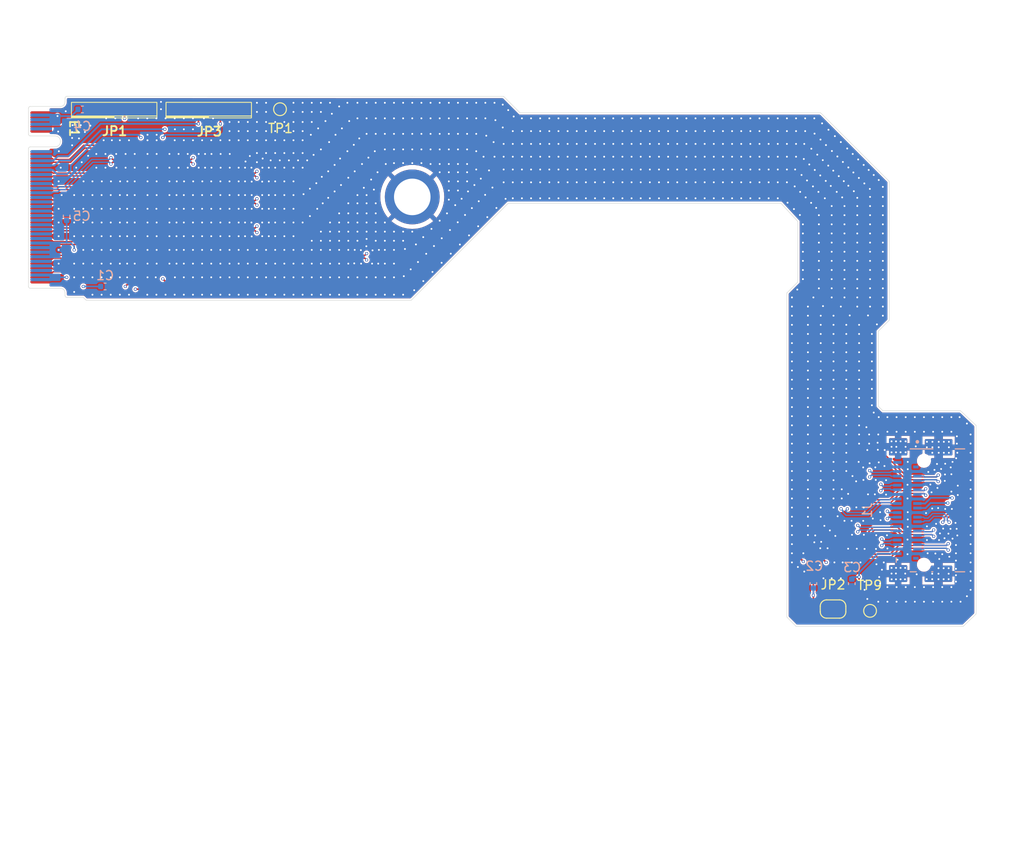
<source format=kicad_pcb>
(kicad_pcb (version 20240108) (generator "pcbnew") (generator_version "8.0")
  (layers (0 "F.Cu" signal) (1 "In1.Cu" signal) (2 "In2.Cu" signal) (31 "B.Cu" signal) (34 "B.Paste" user) (35 "F.Paste" user) (36 "B.SilkS" user "B.Silkscreen") (37 "F.SilkS" user "F.Silkscreen") (38 "B.Mask" user) (39 "F.Mask" user) (44 "Edge.Cuts" user))
  (net 0 "")
  (net 1 "GND")
  (net 2 "+3.3V")
  (net 9 "PEWAKE")
  (net 20 "3.3V_OPT")
  (net 21 "CLKREQ")
  (net 22 "PERST")
  (net 23 "TX0+")
  (net 24 "PEDET")
  (net 25 "TX1-")
  (net 26 "RX1+")
  (net 27 "TX3-")
  (net 28 "RX0+")
  (net 29 "TX0-")
  (net 30 "TX2+")
  (net 31 "RX0-")
  (net 32 "RX3-")
  (net 33 "TX2-")
  (net 34 "CLOCK-")
  (net 35 "CLOCK+")
  (net 36 "TX3+")
  (net 37 "RX2-")
  (net 38 "RX1-")
  (net 39 "RX2+")
  (net 40 "RX3+")
  (net 41 "TX1+")
  (net 48 "/PEDET_EXT")
  (net 49 "/PEWAKE_EXT")
  (net 50 "SMB-")
  (net 51 "SMB+")
  (footprint "custom_edge_connector:m2_ground_hole" (layer "F.Cu") (at 132.975 59.2)
    (property "Reference" "H1" (hide yes))
    (property "Value" "M2_MOUNT" (hide yes))
  )
  (footprint "TestPoint:TestPoint_Pad_D1.0mm" (layer "F.Cu") (at 118.5 49.6)
    (property "Reference" "TP1")
    (property "Value" "TP_GND_1")
  )
  (footprint "custom_edge_connector:m2_m_key" (layer "F.Cu") (at 109.475 59.2 -90)
    (property "Reference" "E1")
    (property "Value" "~" (hide yes))
    (fp_line (start -5.275001 18.500001) (end 9.8 18.5) (stroke (width 0.05)) (layer "Edge.Cuts"))
    (fp_line (start -6.875 18.5) (end -9.7 18.5) (stroke (width 0.05)) (layer "Edge.Cuts"))
    (fp_line (start 10 18.3) (end 10 15) (stroke (width 0.05)) (layer "Edge.Cuts"))
    (fp_line (start -6.675 15.6) (end -6.675 18.3) (stroke (width 0.05)) (layer "Edge.Cuts"))
    (fp_line (start -5.475 15.6) (end -5.475001 18.300001) (stroke (width 0.05)) (layer "Edge.Cuts"))
    (fp_line (start -9.9 15) (end -9.9 18.3) (stroke (width 0.05)) (layer "Edge.Cuts"))
    (fp_line (start -10.808579 14.5) (end -10.4 14.5) (stroke (width 0.05)) (layer "Edge.Cuts"))
    (fp_line (start 10.5 14.5) (end 10.791238 14.499999) (stroke (width 0.05)) (layer "Edge.Cuts"))
    (fp_arc (start -5.275001 18.500001) (mid -5.416422 18.441422) (end -5.475001 18.300001) (stroke (width 0.05)) (layer "Edge.Cuts"))
    (fp_arc (start -9.7 18.5) (mid -9.841421 18.441421) (end -9.9 18.3) (stroke (width 0.05)) (layer "Edge.Cuts"))
    (fp_arc (start -6.675 18.3) (mid -6.733579 18.441421) (end -6.875 18.5) (stroke (width 0.05)) (layer "Edge.Cuts"))
    (fp_arc (start 10 18.3) (mid 9.941421 18.441421) (end 9.8 18.5) (stroke (width 0.05)) (layer "Edge.Cuts"))
    (fp_arc (start -6.675 15.6) (mid -6.499264 15.175736) (end -6.075 15) (stroke (width 0.05)) (layer "Edge.Cuts"))
    (fp_arc (start -6.075 15) (mid -5.650736 15.175736) (end -5.475 15.6) (stroke (width 0.05)) (layer "Edge.Cuts"))
    (fp_arc (start 10 15) (mid 10.146447 14.646447) (end 10.5 14.5) (stroke (width 0.05)) (layer "Edge.Cuts"))
    (fp_arc (start -10.808579 14.5) (mid -10.95 14.441421) (end -11.008579 14.3) (stroke (width 0.05)) (layer "Edge.Cuts"))
    (fp_arc (start -10.4 14.5) (mid -10.046447 14.646447) (end -9.9 15) (stroke (width 0.05)) (layer "Edge.Cuts"))
    (fp_arc (start 11 14.3) (mid 10.938302 14.444558) (end 10.791238 14.499999) (stroke (width 0.05)) (layer "Edge.Cuts"))
  )
  (footprint "TestPoint:TestPoint_Pad_D1.0mm" (layer "F.Cu") (at 183.075 104.5)
    (property "Reference" "TP9")
    (property "Value" "TP_GND_2")
  )
  (footprint "custom_edge_connector:3pin_4state_jumper" (layer "F.Cu") (at 110.75 43.65)
    (property "Reference" "JP3")
    (property "Value" "JMP_PEWAKE")
  )
  (footprint "Jumper:SolderJumper-2_P1.3mm_Open_RoundedPad1.0x1.5mm" (layer "F.Cu") (at 179.025 104.3)
    (property "Reference" "JP2")
    (property "Value" "JMP_3.3V_EXT")
  )
  (footprint "custom_edge_connector:3pin_4state_jumper" (layer "F.Cu") (at 100.4 43.65)
    (property "Reference" "JP1")
    (property "Value" "JMP_PEDET")
  )
  (footprint "Capacitor_SMD:C_0402_1005Metric" (layer "B.Cu") (at 95.15 61.3 90)
    (property "Reference" "C5")
    (property "Value" "100n")
  )
  (footprint "Capacitor_SMD:C_0402_1005Metric" (layer "B.Cu") (at 96.87 49.625)
    (property "Reference" "C4")
    (property "Value" "100n")
  )
  (footprint "Capacitor_SMD:C_0402_1005Metric" (layer "B.Cu") (at 181.075 101.52 -90)
    (property "Reference" "C3")
    (property "Value" "100n")
  )
  (footprint "Capacitor_SMD:C_0402_1005Metric" (layer "B.Cu") (at 176.875 101.52 90)
    (property "Reference" "C2")
    (property "Value" "100n")
  )
  (footprint "amphenol_oculink:AMPHENOL_G14A421211112HR" (layer "B.Cu") (at 188.9725 93.5 -90)
    (property "Reference" "J1")
    (property "Value" "G14A42121B12HR")
  )
  (footprint "Capacitor_SMD:C_0402_1005Metric" (layer "B.Cu") (at 99.355 69)
    (property "Reference" "C1")
    (property "Value" "100n")
  )
  (gr_line (start 132.975 48.2) (end 142.975 48.2) (stroke (width 0.05)) (layer "Edge.Cuts"))
  (gr_line (start 95.175 48.191421) (end 132.975 48.2) (stroke (width 0.05)) (layer "Edge.Cuts"))
  (gr_line (start 185.175 57.5) (end 185.175 72.7) (stroke (width 0.05)) (layer "Edge.Cuts"))
  (gr_line (start 142.975 48.2) (end 144.775 50) (stroke (width 0.05)) (layer "Edge.Cuts"))
  (gr_line (start 175.175 68.5) (end 173.975 69.7) (stroke (width 0.05)) (layer "Edge.Cuts"))
  (gr_line (start 183.975 73.9) (end 183.975 82.1) (stroke (width 0.05)) (layer "Edge.Cuts"))
  (gr_line (start 192.975 82.6) (end 194.675 84.2) (stroke (width 0.05)) (layer "Edge.Cuts"))
  (gr_line (start 177.675 50) (end 185.175 57.5) (stroke (width 0.05)) (layer "Edge.Cuts"))
  (gr_line (start 185.175 72.7) (end 183.975 73.9) (stroke (width 0.05)) (layer "Edge.Cuts"))
  (gr_line (start 173.325 59.9) (end 175.175 61.9) (stroke (width 0.05)) (layer "Edge.Cuts"))
  (gr_line (start 143.475 59.9) (end 132.875 70.5) (stroke (width 0.05)) (layer "Edge.Cuts"))
  (gr_line (start 174.975 106.2) (end 173.975 105.2) (stroke (width 0.05)) (layer "Edge.Cuts"))
  (gr_line (start 144.775 50) (end 177.675 50) (stroke (width 0.05)) (layer "Edge.Cuts"))
  (gr_line (start 184.475 82.6) (end 192.975 82.6) (stroke (width 0.05)) (layer "Edge.Cuts"))
  (gr_line (start 143.475 59.9) (end 173.325 59.9) (stroke (width 0.05)) (layer "Edge.Cuts"))
  (gr_line (start 175.175 61.9) (end 175.175 68.5) (stroke (width 0.05)) (layer "Edge.Cuts"))
  (gr_line (start 183.975 82.1) (end 184.475 82.6) (stroke (width 0.05)) (layer "Edge.Cuts"))
  (gr_line (start 96.975 70.2) (end 95.175 70.2) (stroke (width 0.05)) (layer "Edge.Cuts"))
  (gr_line (start 173.975 105.2) (end 173.975 69.7) (stroke (width 0.05)) (layer "Edge.Cuts"))
  (gr_line (start 97.275 70.5) (end 132.875 70.5) (stroke (width 0.05)) (layer "Edge.Cuts"))
  (gr_line (start 193.275 106.2) (end 174.975 106.2) (stroke (width 0.05)) (layer "Edge.Cuts"))
  (gr_line (start 194.675 84.2) (end 194.675 104.85) (stroke (width 0.05)) (layer "Edge.Cuts"))
  (gr_line (start 96.975 70.2) (end 97.275 70.5) (stroke (width 0.05)) (layer "Edge.Cuts"))
  (gr_line (start 194.675 104.85) (end 193.275 106.2) (stroke (width 0.05)) (layer "Edge.Cuts"))
  (segment (start 174.525 88.2) (end 174.525 89.2) (width 0.5) (layer "F.Cu") (net 1))
  (segment (start 182.45 57.725) (end 183.05 58.325) (width 0.6) (layer "F.Cu") (net 1))
  (segment (start 183.075 60.85) (end 183.075 69.2) (width 0.6) (layer "F.Cu") (net 1))
  (segment (start 180.275 64) (end 180.275 69.2) (width 0.6) (layer "F.Cu") (net 1))
  (segment (start 129.975 69.9) (end 103.975 69.9) (width 0.5) (layer "F.Cu") (net 1))
  (segment (start 137.186091 65.411091) (end 136.686091 65.911091) (width 0.5) (layer "F.Cu") (net 1))
  (segment (start 183.275 73.7) (end 183.275 74.2) (width 0.6) (layer "F.Cu") (net 1))
  (segment (start 174.525 97.2) (end 174.525 98.2) (width 0.5) (layer "F.Cu") (net 1))
  (segment (start 179.425 58.65) (end 180.025 59.25) (width 0.6) (layer "F.Cu") (net 1))
  (segment (start 182.525 72.5) (end 181.875 73.15) (width 0.6) (layer "F.Cu") (net 1))
  (segment (start 175.394886 61.180114) (end 175.394886 61.180115) (width 0.5) (layer "F.Cu") (net 1))
  (segment (start 184.025 57.35) (end 184.475 57.8) (width 0.6) (layer "F.Cu") (net 1))
  (segment (start 177.925 71.15) (end 177.675 71.4) (width 0.6) (layer "F.Cu") (net 1))
  (segment (start 177.675 90.2) (end 177.675 91.2) (width 0.6) (layer "F.Cu") (net 1))
  (segment (start 174.525 91.2) (end 174.525 92.2) (width 0.5) (layer "F.Cu") (net 1))
  (segment (start 177.675 73.2) (end 177.675 74.2) (width 0.6) (layer "F.Cu") (net 1))
  (segment (start 174.875 56.2) (end 174.975 56.2) (width 0.6) (layer "F.Cu") (net 1))
  (segment (start 143.975 59.35) (end 143.247182 59.35) (width 0.5) (layer "F.Cu") (net 1))
  (segment (start 174.125 54.8) (end 174.975 54.8) (width 0.6) (layer "F.Cu") (net 1))
  (segment (start 176.825 58.05) (end 177.425 58.65) (width 0.6) (layer "F.Cu") (net 1))
  (segment (start 177.675 87.2) (end 177.675 88.2) (width 0.6) (layer "F.Cu") (net 1))
  (segment (start 184.475 57.8) (end 184.475 58.1) (width 0.6) (layer "F.Cu") (net 1))
  (segment (start 173.975 56.2) (end 174.875 56.2) (width 0.6) (layer "F.Cu") (net 1))
  (segment (start 174.525 99.2) (end 174.525 99.3) (width 0.5) (layer "F.Cu") (net 1))
  (segment (start 176.275 74.2) (end 176.275 82.8) (width 0.6) (layer "F.Cu") (net 1))
  (segment (start 176.275 92.2) (end 176.275 93.2) (width 0.6) (layer "F.Cu") (net 1))
  (segment (start 181.25 56.525) (end 181.85 57.125) (width 0.6) (layer "F.Cu") (net 1))
  (segment (start 142.322 57.603) (end 141.75 58.175) (width 0.6) (layer "F.Cu") (net 1))
  (segment (start 180.475 85.2) (end 180.475 86.2) (width 0.6) (layer "F.Cu") (net 1))
  (segment (start 176.275 73.2) (end 176.275 74.2) (width 0.6) (layer "F.Cu") (net 1))
  (segment (start 140.95 58.975) (end 140.25 59.675) (width 0.6) (layer "F.Cu") (net 1))
  (segment (start 175.575 54.8) (end 175.825 55.05) (width 0.6) (layer "F.Cu") (net 1))
  (segment (start 176.275 88.2) (end 176.275 89.2) (width 0.6) (layer "F.Cu") (net 1))
  (segment (start 180.7 57.975) (end 181.3 58.575) (width 0.6) (layer "F.Cu") (net 1))
  (segment (start 173.975 54.8) (end 174.125 54.8) (width 0.6) (layer "F.Cu") (net 1))
  (segment (start 177.675 94.2) (end 177.675 94.8) (width 0.6) (layer "F.Cu") (net 1))
  (segment (start 177.675 88.2) (end 177.675 89.2) (width 0.6) (layer "F.Cu") (net 1))
  (segment (start 175.825 55.05) (end 176.425 55.65) (width 0.6) (layer "F.Cu") (net 1))
  (segment (start 174.525 89.2) (end 174.525 90.2) (width 0.5) (layer "F.Cu") (net 1))
  (segment (start 175.975 50.6) (end 176.975 50.6) (width 0.6) (layer "F.Cu") (net 1))
  (segment (start 177.675 93.2) (end 177.675 94) (width 0.6) (layer "F.Cu") (net 1))
  (segment (start 180.475 72.55) (end 180.475 73.2) (width 0.6) (layer "F.Cu") (net 1))
  (segment (start 166.475 57.6) (end 166.478 57.603) (width 0.6) (layer "F.Cu") (net 1))
  (segment (start 142.686091 59.911091) (end 142.186091 60.411091) (width 0.5) (layer "F.Cu") (net 1))
  (segment (start 181.675 62) (end 181.675 69.2) (width 0.6) (layer "F.Cu") (net 1))
  (segment (start 178.9 54.175) (end 179.5 54.775) (width 0.6) (layer "F.Cu") (net 1))
  (segment (start 177.825 51.15) (end 177.875 51.2) (width 0.6) (layer "F.Cu") (net 1))
  (segment (start 134.186091 68.411091) (end 134.061091 68.536091) (width 0.5) (layer "F.Cu") (net 1))
  (segment (start 174.525 95.2) (end 174.525 96.2) (width 0.5) (layer "F.Cu") (net 1))
  (segment (start 179.075 73.2) (end 179.075 74.2) (width 0.6) (layer "F.Cu") (net 1))
  (segment (start 178.775 58) (end 179.425 58.65) (width 0.6) (layer "F.Cu") (net 1))
  (segment (start 139.686091 62.911091) (end 139.186091 63.411091) (width 0.5) (layer "F.Cu") (net 1))
  (segment (start 183.075 70.2) (end 183.075 71.2) (width 0.6) (layer "F.Cu") (net 1))
  (segment (start 176.875 70.2) (end 176.775 70.3) (width 0.6) (layer "F.Cu") (net 1))
  (segment (start 103.525 69.9) (end 101.975 69.9) (width 0.1971) (layer "F.Cu") (net 1))
  (segment (start 183.475 56.8) (end 184.025 57.35) (width 0.6) (layer "F.Cu") (net 1))
  (segment (start 173.975 53.4) (end 174.975 53.4) (width 0.6) (layer "F.Cu") (net 1))
  (segment (start 138.75 61.175) (end 137.95 61.975) (width 0.6) (layer "F.Cu") (net 1))
  (segment (start 103.975 69.9) (end 103.525 69.9) (width 0.5) (layer "F.Cu") (net 1))
  (segment (start 177.65 52.925) (end 177.775 53.05) (width 0.6) (layer "F.Cu") (net 1))
  (segment (start 175.075 58.3) (end 175.425 58.65) (width 0.6) (layer "F.Cu") (net 1))
  (segment (start 176.275 93.2) (end 176.275 94.2) (width 0.6) (layer "F.Cu") (net 1))
  (segment (start 179.075 84.2) (end 179.075 85.2) (width 0.6) (layer "F.Cu") (net 1))
  (segment (start 150.975 59.35) (end 146.975 59.35) (width 0.5) (layer "F.Cu") (net 1))
  (segment (start 178.275 70.8) (end 177.925 71.15) (width 0.6) (layer "F.Cu") (net 1))
  (segment (start 181.85 57.125) (end 182.45 57.725) (width 0.6) (layer "F.Cu") (net 1))
  (segment (start 177.675 92.2) (end 177.675 93.2) (width 0.6) (layer "F.Cu") (net 1))
  (segment (start 177.3 54.575) (end 177.375 54.65) (width 0.6) (layer "F.Cu") (net 1))
  (segment (start 181.675 71.35) (end 181.025 72) (width 0.6) (layer "F.Cu") (net 1))
  (segment (start 166.475 50.6) (end 168.325 50.6) (width 0.6) (layer "F.Cu") (net 1))
  (segment (start 137.686091 64.911091) (end 137.186091 65.411091) (width 0.5) (layer "F.Cu") (net 1))
  (segment (start 184.475 58.1) (end 184.475 59.2) (width 0.6) (layer "F.Cu") (net 1))
  (segment (start 177.175 60.4) (end 177.475 60.7) (width 0.6) (layer "F.Cu") (net 1))
  (segment (start 140.186091 62.411091) (end 139.686091 62.911091) (width 0.5) (layer "F.Cu") (net 1))
  (segment (start 180.85 72.175) (end 180.475 72.55) (width 0.6) (layer "F.Cu") (net 1))
  (segment (start 181.675 69.2) (end 181.675 70.2) (width 0.6) (layer "F.Cu") (net 1))
  (segment (start 174.525 90.2) (end 174.525 91.2) (width 0.5) (layer "F.Cu") (net 1))
  (segment (start 174.044886 59.830115) (end 174.744885 60.530114) (width 0.5) (layer "F.Cu") (net 1))
  (segment (start 181.775 55.1) (end 182.375 55.7) (width 0.6) (layer "F.Cu") (net 1))
  (segment (start 179.075 72.2) (end 179.075 72.8) (width 0.6) (layer "F.Cu") (net 1))
  (segment (start 174.525 74.2) (end 174.525 84.2) (width 0.5) (layer "F.Cu") (net 1))
  (segment (start 150.975 53.4) (end 166.475 53.4) (width 0.6) (layer "F.Cu") (net 1))
  (segment (start 168.325 50.6) (end 172.975 50.6) (width 0.6) (layer "F.Cu") (net 1))
  (segment (start 142.975 57.603) (end 142.322 57.603) (width 0.6) (layer "F.Cu") (net 1))
  (segment (start 144.975 59.35) (end 143.975 59.35) (width 0.5) (layer "F.Cu") (net 1))
  (segment (start 141.186091 61.411091) (end 140.686091 61.911091) (width 0.5) (layer "F.Cu") (net 1))
  (segment (start 178.525 51.85) (end 179.225 52.55) (width 0.6) (layer "F.Cu") (net 1))
  (segment (start 172.975 54.8) (end 173.975 54.8) (width 0.6) (layer "F.Cu") (net 1))
  (segment (start 139.5 60.425) (end 138.75 61.175) (width 0.6) (layer "F.Cu") (net 1))
  (segment (start 177.675 89.2) (end 177.675 90.2) (width 0.6) (layer "F.Cu") (net 1))
  (segment (start 178.875 70.2) (end 178.275 70.8) (width 0.6) (layer "F.Cu") (net 1))
  (segment (start 178.875 69.8) (end 178.875 70.2) (width 0.6) (layer "F.Cu") (net 1))
  (segment (start 177.675 91.2) (end 177.675 92.2) (width 0.6) (layer "F.Cu") (net 1))
  (segment (start 150.975 56.2) (end 166.475 56.2) (width 0.6) (layer "F.Cu") (net 1))
  (segment (start 179.425 71.65) (end 179.075 72) (width 0.6) (layer "F.Cu") (net 1))
  (segment (start 174.975 54.8) (end 175.575 54.8) (width 0.6) (layer "F.Cu") (net 1))
  (segment (start 176.275 90.2) (end 176.275 91.2) (width 0.6) (layer "F.Cu") (net 1))
  (segment (start 175.875 57.1) (end 176.175 57.4) (width 0.6) (layer "F.Cu") (net 1))
  (segment (start 179.225 52.55) (end 179.875 53.2) (width 0.6) (layer "F.Cu") (net 1))
  (segment (start 179.075 74.2) (end 179.075 84.2) (width 0.6) (layer "F.Cu") (net 1))
  (segment (start 172.475 52) (end 172.975 52) (width 0.6) (layer "F.Cu") (net 1))
  (segment (start 166.475 52) (end 172.475 52) (width 0.6) (layer "F.Cu") (net 1))
  (segment (start 174.525 92.2) (end 174.525 93.2) (width 0.5) (layer "F.Cu") (net 1))
  (segment (start 141.75 58.175) (end 141.725 58.2) (width 0.6) (layer "F.Cu") (net 1))
  (segment (start 174.525 98.2) (end 174.525 99.2) (width 0.5) (layer "F.Cu") (net 1))
  (segment (start 180.475 84.2) (end 180.475 85.2) (width 0.6) (layer "F.Cu") (net 1))
  (segment (start 176.275 70.8) (end 176.275 71.2) (width 0.6) (layer "F.Cu") (net 1))
  (segment (start 166.475 53.4) (end 172.975 53.4) (width 0.6) (layer "F.Cu") (net 1))
  (segment (start 136.686091 65.911091) (end 136.186091 66.411091) (width 0.5) (layer "F.Cu") (net 1))
  (segment (start 183.075 58.35) (end 183.075 59.2) (width 0.6) (layer "F.Cu") (net 1))
  (segment (start 180.2 57.475) (end 180.7 57.975) (width 0.6) (layer "F.Cu") (net 1))
  (segment (start 132.8 67.125) (end 132.05 67.875) (width 0.6) (layer "F.Cu") (net 1))
  (segment (start 180.7 55.975) (end 181.25 56.525) (width 0.6) (layer "F.Cu") (net 1))
  (segment (start 181.3 58.575) (end 181.675 58.95) (width 0.6) (layer "F.Cu") (net 1))
  (segment (start 177.875 51.2) (end 178.525 51.85) (width 0.6) (layer "F.Cu") (net 1))
  (segment (start 174.044886 59.830114) (end 174.044886 59.830115) (width 0.5) (layer "F.Cu") (net 1))
  (segment (start 177.475 69.2) (end 177.475 69.6) (width 0.6) (layer "F.Cu") (net 1))
  (segment (start 177.425 58.65) (end 178.125 59.35) (width 0.6) (layer "F.Cu") (net 1))
  (segment (start 135.35 64.575) (end 134.5 65.425) (width 0.6) (layer "F.Cu") (net 1))
  (segment (start 179.075 87.2) (end 179.075 88.2) (width 0.6) (layer "F.Cu") (net 1))
  (segment (start 175.725 68.727818) (end 174.525 69.927818) (width 0.5) (layer "F.Cu") (net 1))
  (segment (start 166.475 56.2) (end 172.975 56.2) (width 0.6) (layer "F.Cu") (net 1))
  (segment (start 177.625 56.85) (end 178.225 57.45) (width 0.6) (layer "F.Cu") (net 1))
  (segment (start 174.525 94.2) (end 174.525 95.2) (width 0.5) (layer "F.Cu") (net 1))
  (segment (start 181.675 59.3) (end 181.675 62) (width 0.6) (layer "F.Cu") (net 1))
  (segment (start 132.05 67.875) (end 131.975 67.95) (width 0.6) (layer "F.Cu") (net 1))
  (segment (start 176.025 59.25) (end 176.625 59.85) (width 0.6) (layer "F.Cu") (net 1))
  (segment (start 141.686091 60.911091) (end 141.186091 61.411091) (width 0.5) (layer "F.Cu") (net 1))
  (segment (start 174.975 53.4) (end 175.875 53.4) (width 0.6) (layer "F.Cu") (net 1))
  (segment (start 176.275 71.4) (end 176.275 72.2) (width 0.6) (layer "F.Cu") (net 1))
  (segment (start 177.675 84.2) (end 177.675 85.2) (width 0.6) (layer "F.Cu") (net 1))
  (segment (start 174.975 50.6) (end 175.975 50.6) (width 0.6) (layer "F.Cu") (net 1))
  (segment (start 175.394886 61.180115) (end 175.725 61.510229) (width 0.5) (layer "F.Cu") (net 1))
  (segment (start 176.775 70.3) (end 176.275 70.8) (width 0.6) (layer "F.Cu") (net 1))
  (segment (start 140.686091 61.911091) (end 140.186091 62.411091) (width 0.5) (layer "F.Cu") (net 1))
  (segment (start 181.875 73.7) (end 181.875 74.2) (width 0.6) (layer "F.Cu") (net 1))
  (segment (start 136.186091 66.411091) (end 135.686091 66.911091) (width 0.5) (layer "F.Cu") (net 1))
  (segment (start 135.686091 66.911091) (end 135.186091 67.411091) (width 0.5) (layer "F.Cu") (net 1))
  (segment (start 180.275 69.2) (end 180.275 70.2) (width 0.6) (layer "F.Cu") (net 1))
  (segment (start 177.275 50.6) (end 177.825 51.15) (width 0.6) (layer "F.Cu") (net 1))
  (segment (start 183.075 71.95) (end 182.85 72.175) (width 0.6) (layer "F.Cu") (net 1))
  (segment (start 176.275 87.2) (end 176.275 88.2) (width 0.6) (layer "F.Cu") (net 1))
  (segment (start 180.025 59.25) (end 180.275 59.5) (width 0.6) (layer "F.Cu") (net 1))
  (segment (start 176.275 85.2) (end 176.275 86.2) (width 0.6) (layer "F.Cu") (net 1))
  (segment (start 177.675 94.8) (end 178.075 95.2) (width 0.6) (layer "F.Cu") (net 1))
  (segment (start 177.675 71.4) (end 177.675 72) (width 0.6) (layer "F.Cu") (net 1))
  (segment (start 179.075 89.2) (end 179.075 90.2) (width 0.6) (layer "F.Cu") (net 1))
  (segment (start 184.475 59.2) (end 184.475 59.85) (width 0.6) (layer "F.Cu") (net 1))
  (segment (start 177.675 85.2) (end 177.675 86.2) (width 0.6) (layer "F.Cu") (net 1))
  (segment (start 177.675 74.2) (end 177.675 84.2) (width 0.6) (layer "F.Cu") (net 1))
  (segment (start 184.475 70.2) (end 184.475 71.2) (width 0.6) (layer "F.Cu") (net 1))
  (segment (start 150.972 57.603) (end 146.975 57.603) (width 0.6) (layer "F.Cu") (net 1))
  (segment (start 183.275 74.2) (end 183.275 74.6) (width 0.6) (layer "F.Cu") (net 1))
  (segment (start 176.625 59.85) (end 177.175 60.4) (width 0.6) (layer "F.Cu") (net 1))
  (segment (start 184.475 71.2) (end 184.475 72.15) (width 0.6) (layer "F.Cu") (net 1))
  (segment (start 145.975 57.603) (end 144.975 57.603) (width 0.6) (layer "F.Cu") (net 1))
  (segment (start 179.075 72) (end 179.075 72.2) (width 0.6) (layer "F.Cu") (net 1))
  (segment (start 177.675 94) (end 177.675 94.2) (width 0.6) (layer "F.Cu") (net 1))
  (segment (start 178.225 57.45) (end 178.775 58) (width 0.6) (layer "F.Cu") (net 1))
  (segment (start 184.475 72.15) (end 184.475 72.2) (width 0.6) (layer "F.Cu") (net 1))
  (segment (start 179.075 88.2) (end 179.075 89.2) (width 0.6) (layer "F.Cu") (net 1))
  (segment (start 183.275 74.6) (end 183.275 82) (width 0.6) (layer "F.Cu") (net 1))
  (segment (start 138.686091 63.911091) (end 138.186091 64.411091) (width 0.5) (layer "F.Cu") (net 1))
  (segment (start 175.725 61.510229) (end 175.725 68.727818) (width 0.5) (layer "F.Cu") (net 1))
  (segment (start 180.475 86.2) (end 180.475 87.2) (width 0.6) (layer "F.Cu") (net 1))
  (segment (start 178.25 53.525) (end 178.9 54.175) (width 0.6) (layer "F.Cu") (net 1))
  (segment (start 174.525 86.2) (end 174.525 87.2) (width 0.5) (layer "F.Cu") (net 1))
  (segment (start 184.475 72.2) (end 184.475 72.5) (width 0.6) (layer "F.Cu") (net 1))
  (segment (start 138.186091 64.411091) (end 137.686091 64.911091) (width 0.5) (layer "F.Cu") (net 1))
  (segment (start 174.744886 60.530114) (end 174.744886 60.530115) (width 0.5) (layer "F.Cu") (net 1))
  (segment (start 180.275 70.8) (end 179.875 71.2) (width 0.6) (layer "F.Cu") (net 1))
  (segment (start 142.186091 60.411091) (end 141.686091 60.911091) (width 0.5) (layer "F.Cu") (net 1))
  (segment (start 139.186091 63.411091) (end 138.686091 63.911091) (width 0.5) (layer "F.Cu") (net 1))
  (segment (start 150.975 57.6) (end 166.475 57.6) (width 0.6) (layer "F.Cu") (net 1))
  (segment (start 133.186091 69.411091) (end 132.697182 69.9) (width 0.5) (layer "F.Cu") (net 1))
  (segment (start 179.875 53.2) (end 180.575 53.9) (width 0.6) (layer "F.Cu") (net 1))
  (segment (start 181.025 72) (end 180.85 72.175) (width 0.6) (layer "F.Cu") (net 1))
  (segment (start 184.475 59.85) (end 184.475 69.2) (width 0.6) (layer "F.Cu") (net 1))
  (segment (start 176.425 55.65) (end 176.775 56) (width 0.6) (layer "F.Cu") (net 1))
  (segment (start 180.475 88.2) (end 180.475 89.2) (width 0.6) (layer "F.Cu") (net 1))
  (segment (start 134.5 65.425) (end 133.6 66.325) (width 0.6) (layer "F.Cu") (net 1))
  (segment (start 137.95 61.975) (end 137.1 62.825) (width 0.6) (layer "F.Cu") (net 1))
  (segment (start 176.275 89.2) (end 176.275 90.2) (width 0.6) (layer "F.Cu") (net 1))
  (segment (start 174.975 52) (end 175.975 52) (width 0.6) (layer "F.Cu") (net 1))
  (segment (start 174.525 73.2) (end 174.525 74.2) (width 0.5) (layer "F.Cu") (net 1))
  (segment (start 137.1 62.825) (end 136.2 63.725) (width 0.6) (layer "F.Cu") (net 1))
  (segment (start 178.125 59.35) (end 178.875 60.1) (width 0.6) (layer "F.Cu") (net 1))
  (segment (start 174.044885 59.830114) (end 174.044886 59.830114) (width 0.5) (layer "F.Cu") (net 1))
  (segment (start 177.675 72.2) (end 177.675 73.2) (width 0.6) (layer "F.Cu") (net 1))
  (segment (start 176.65 53.925) (end 177.3 54.575) (width 0.6) (layer "F.Cu") (net 1))
  (segment (start 173.975 52) (end 174.975 52) (width 0.6) (layer "F.Cu") (net 1))
  (segment (start 181.875 74.2) (end 181.875 84.2) (width 0.6) (layer "F.Cu") (net 1))
  (segment (start 132.697182 69.9) (end 129.975 69.9) (width 0.5) (layer "F.Cu") (net 1))
  (segment (start 181.875 73.2) (end 181.875 73.7) (width 0.6) (layer "F.Cu") (net 1))
  (segment (start 141.725 58.2) (end 140.95 58.975) (width 0.6) (layer "F.Cu") (net 1))
  (segment (start 140.25 59.675) (end 139.5 60.425) (width 0.6) (layer "F.Cu") (net 1))
  (segment (start 174.525 85.2) (end 174.525 86.2) (width 0.5) (layer "F.Cu") (net 1))
  (segment (start 176.275 91.2) (end 176.275 92.2) (width 0.6) (layer "F.Cu") (net 1))
  (segment (start 174.525 71.2) (end 174.525 72.2) (width 0.5) (layer "F.Cu") (net 1))
  (segment (start 183.075 71.2) (end 183.075 71.95) (width 0.6) (layer "F.Cu") (net 1))
  (segment (start 134.061091 68.536091) (end 133.686091 68.911091) (width 0.5) (layer "F.Cu") (net 1))
  (segment (start 173.975 50.6) (end 174.975 50.6) (width 0.6) (layer "F.Cu") (net 1))
  (segment (start 175.975 52) (end 176.725 52) (width 0.6) (layer "F.Cu") (net 1))
  (segment (start 177.9 55.175) (end 178.5 55.775) (width 0.6) (layer "F.Cu") (net 1))
  (segment (start 179.65 56.925) (end 180.2 57.475) (width 0.6) (layer "F.Cu") (net 1))
  (segment (start 177.675 72) (end 177.675 72.2) (width 0.6) (layer "F.Cu") (net 1))
  (segment (start 166.475 54.8) (end 172.975 54.8) (width 0.6) (layer "F.Cu") (net 1))
  (segment (start 143.186091 59.411091) (end 142.686091 59.911091) (width 0.5) (layer "F.Cu") (net 1))
  (segment (start 174.525 70.2) (end 174.525 71.2) (width 0.5) (layer "F.Cu") (net 1))
  (segment (start 176.275 84.2) (end 176.275 85.2) (width 0.6) (layer "F.Cu") (net 1))
  (segment (start 179.075 72.8) (end 179.075 73.2) (width 0.6) (layer "F.Cu") (net 1))
  (segment (start 180.475 74.2) (end 180.475 84.2) (width 0.6) (layer "F.Cu") (net 1))
  (segment (start 134.686091 67.911091) (end 134.186091 68.411091) (width 0.5) (layer "F.Cu") (net 1))
  (segment (start 180.475 87.2) (end 180.475 88.2) (width 0.6) (layer "F.Cu") (net 1))
  (segment (start 180.275 70.2) (end 180.275 70.8) (width 0.6) (layer "F.Cu") (net 1))
  (segment (start 181.675 70.2) (end 181.675 71.2) (width 0.6) (layer "F.Cu") (net 1))
  (segment (start 143.975 57.603) (end 142.975 57.603) (width 0.6) (layer "F.Cu") (net 1))
  (segment (start 175.575 56.8) (end 175.875 57.1) (width 0.6) (layer "F.Cu") (net 1))
  (segment (start 174.378 57.603) (end 174.825 58.05) (width 0.6) (layer "F.Cu") (net 1))
  (segment (start 181.175 54.5) (end 181.775 55.1) (width 0.6) (layer "F.Cu") (net 1))
  (segment (start 174.744885 60.530114) (end 174.744886 60.530114) (width 0.5) (layer "F.Cu") (net 1))
  (segment (start 174.525 69.927818) (end 174.525 70.2) (width 0.5) (layer "F.Cu") (net 1))
  (segment (start 175.394885 61.180114) (end 175.394886 61.180114) (width 0.5) (layer "F.Cu") (net 1))
  (segment (start 178.875 60.1) (end 178.875 60.8) (width 0.6) (layer "F.Cu") (net 1))
  (segment (start 176.275 82.8) (end 176.275 84.2) (width 0.6) (layer "F.Cu") (net 1))
  (segment (start 177 52.275) (end 177.65 52.925) (width 0.6) (layer "F.Cu") (net 1))
  (segment (start 184.475 72.5) (end 183.975 73) (width 0.6) (layer "F.Cu") (net 1))
  (segment (start 177.025 56.25) (end 177.625 56.85) (width 0.6) (layer "F.Cu") (net 1))
  (segment (start 177.375 54.65) (end 177.9 55.175) (width 0.6) (layer "F.Cu") (net 1))
  (segment (start 174.975 56.2) (end 175.575 56.8) (width 0.6) (layer "F.Cu") (net 1))
  (segment (start 172.975 56.2) (end 173.975 56.2) (width 0.6) (layer "F.Cu") (net 1))
  (segment (start 176.275 86.2) (end 176.275 87.2) (width 0.6) (layer "F.Cu") (net 1))
  (segment (start 174.525 93.2) (end 174.525 94.2) (width 0.5) (layer "F.Cu") (net 1))
  (segment (start 183.825 73.15) (end 183.275 73.7) (width 0.6) (layer "F.Cu") (net 1))
  (segment (start 177.475 63) (end 177.475 69.2) (width 0.6) (layer "F.Cu") (net 1))
  (segment (start 146.975 57.603) (end 145.975 57.603) (width 0.6) (layer "F.Cu") (net 1))
  (segment (start 180.1 55.375) (end 180.7 55.975) (width 0.6) (layer "F.Cu") (net 1))
  (segment (start 174.525 84.2) (end 174.525 85.2) (width 0.5) (layer "F.Cu") (net 1))
  (segment (start 174.744886 60.530115) (end 175.394885 61.180114) (width 0.5) (layer "F.Cu") (net 1))
  (segment (start 184.475 69.2) (end 184.475 70.2) (width 0.6) (layer "F.Cu") (net 1))
  (segment (start 182.375 55.7) (end 182.925 56.25) (width 0.6) (layer "F.Cu") (net 1))
  (segment (start 174.525 96.2) (end 174.525 97.2) (width 0.5) (layer "F.Cu") (net 1))
  (segment (start 145.975 59.35) (end 144.975 59.35) (width 0.5) (layer "F.Cu") (net 1))
  (segment (start 180.475 73.25) (end 180.475 74.2) (width 0.6) (layer "F.Cu") (net 1))
  (segment (start 136.2 63.725) (end 135.35 64.575) (width 0.6) (layer "F.Cu") (net 1))
  (segment (start 175.875 53.4) (end 176.125 53.4) (width 0.6) (layer "F.Cu") (net 1))
  (segment (start 176.275 94.2) (end 176.275 95.2) (width 0.6) (layer "F.Cu") (net 1))
  (segment (start 176.125 53.4) (end 176.65 53.925) (width 0.6) (layer "F.Cu") (net 1))
  (segment (start 178.875 69.2) (end 178.875 69.8) (width 0.6) (layer "F.Cu") (net 1))
  (segment (start 182.85 72.175) (end 182.525 72.5) (width 0.6) (layer "F.Cu") (net 1))
  (segment (start 174.525 72.2) (end 174.525 73.2) (width 0.5) (layer "F.Cu") (net 1))
  (segment (start 183.975 73) (end 183.825 73.15) (width 0.6) (layer "F.Cu") (net 1))
  (segment (start 182.925 56.25) (end 183.475 56.8) (width 0.6) (layer "F.Cu") (net 1))
  (segment (start 176.275 71.2) (end 176.275 71.4) (width 0.6) (layer "F.Cu") (net 1))
  (segment (start 177.775 53.05) (end 178.25 53.525) (width 0.6) (layer "F.Cu") (net 1))
  (segment (start 144.975 57.603) (end 143.975 57.603) (width 0.6) (layer "F.Cu") (net 1))
  (segment (start 178.5 55.775) (end 179.05 56.325) (width 0.6) (layer "F.Cu") (net 1))
  (segment (start 174.525 87.2) (end 174.525 88.2) (width 0.5) (layer "F.Cu") (net 1))
  (segment (start 183.075 69.2) (end 183.075 70.2) (width 0.6) (layer "F.Cu") (net 1))
  (segment (start 172.975 53.4) (end 173.975 53.4) (width 0.6) (layer "F.Cu") (net 1))
  (segment (start 166.478 57.603) (end 174.175 57.603) (width 0.6) (layer "F.Cu") (net 1))
  (segment (start 176.975 50.6) (end 177.275 50.6) (width 0.6) (layer "F.Cu") (net 1))
  (segment (start 179.5 54.775) (end 180.1 55.375) (width 0.6) (layer "F.Cu") (net 1))
  (segment (start 133.6 66.325) (end 132.8 67.125) (width 0.6) (layer "F.Cu") (net 1))
  (segment (start 146.975 59.35) (end 145.975 59.35) (width 0.5) (layer "F.Cu") (net 1))
  (segment (start 174.175 57.603) (end 174.378 57.603) (width 0.6) (layer "F.Cu") (net 1))
  (segment (start 181.675 71.2) (end 181.675 71.35) (width 0.6) (layer "F.Cu") (net 1))
  (segment (start 150.975 59.35) (end 173.564771 59.35) (width 0.5) (layer "F.Cu") (net 1))
  (segment (start 150.975 52) (end 166.475 52) (width 0.6) (layer "F.Cu") (net 1))
  (segment (start 183.05 58.325) (end 183.075 58.35) (width 0.6) (layer "F.Cu") (net 1))
  (segment (start 150.975 54.8) (end 166.475 54.8) (width 0.6) (layer "F.Cu") (net 1))
  (segment (start 176.725 52) (end 177 52.275) (width 0.6) (layer "F.Cu") (net 1))
  (segment (start 172.975 50.6) (end 173.975 50.6) (width 0.6) (layer "F.Cu") (net 1))
  (segment (start 177.475 69.6) (end 176.875 70.2) (width 0.6) (layer "F.Cu") (net 1))
  (segment (start 179.875 71.2) (end 179.425 71.65) (width 0.6) (layer "F.Cu") (net 1))
  (segment (start 175.425 58.65) (end 176.025 59.25) (width 0.6) (layer "F.Cu") (net 1))
  (segment (start 179.075 90.2) (end 179.075 91.2) (width 0.6) (layer "F.Cu") (net 1))
  (segment (start 173.564771 59.35) (end 174.044885 59.830114) (width 0.5) (layer "F.Cu") (net 1))
  (segment (start 176.775 56) (end 177.025 56.25) (width 0.6) (layer "F.Cu") (net 1))
  (segment (start 183.075 59.2) (end 183.075 60.85) (width 0.6) (layer "F.Cu") (net 1))
  (segment (start 143.247182 59.35) (end 143.186091 59.411091) (width 0.5) (layer "F.Cu") (net 1))
  (segment (start 180.275 59.5) (end 180.275 64) (width 0.6) (layer "F.Cu") (net 1))
  (segment (start 172.975 52) (end 173.975 52) (width 0.6) (layer "F.Cu") (net 1))
  (segment (start 135.186091 67.411091) (end 134.686091 67.911091) (width 0.5) (layer "F.Cu") (net 1))
  (segment (start 179.05 56.325) (end 179.65 56.925) (width 0.6) (layer "F.Cu") (net 1))
  (segment (start 180.475 73.2) (end 180.475 73.25) (width 0.6) (layer "F.Cu") (net 1))
  (segment (start 180.575 53.9) (end 181.175 54.5) (width 0.6) (layer "F.Cu") (net 1))
  (segment (start 101.975 69.9) (end 98.975 69.9) (width 0.5) (layer "F.Cu") (net 1))
  (segment (start 133.311091 69.286091) (end 133.186091 69.411091) (width 0.5) (layer "F.Cu") (net 1))
  (segment (start 176.275 72.2) (end 176.275 73.2) (width 0.6) (layer "F.Cu") (net 1))
  (segment (start 181.875 73.15) (end 181.875 73.2) (width 0.6) (layer "F.Cu") (net 1))
  (segment (start 174.825 58.05) (end 175.075 58.3) (width 0.6) (layer "F.Cu") (net 1))
  (segment (start 150.975 57.6) (end 150.972 57.603) (width 0.6) (layer "F.Cu") (net 1))
  (segment (start 177.475 60.7) (end 177.475 63) (width 0.6) (layer "F.Cu") (net 1))
  (segment (start 178.875 60.8) (end 178.875 69.2) (width 0.6) (layer "F.Cu") (net 1))
  (segment (start 150.975 50.6) (end 166.475 50.6) (width 0.6) (layer "F.Cu") (net 1))
  (segment (start 179.075 86.2) (end 179.075 87.2) (width 0.6) (layer "F.Cu") (net 1))
  (segment (start 181.675 58.95) (end 181.675 59.3) (width 0.6) (layer "F.Cu") (net 1))
  (segment (start 133.686091 68.911091) (end 133.311091 69.286091) (width 0.5) (layer "F.Cu") (net 1))
  (segment (start 177.675 86.2) (end 177.675 87.2) (width 0.6) (layer "F.Cu") (net 1))
  (segment (start 179.075 85.2) (end 179.075 86.2) (width 0.6) (layer "F.Cu") (net 1))
  (segment (start 176.175 57.4) (end 176.825 58.05) (width 0.6) (layer "F.Cu") (net 1))
  (via (at 175.725 65.2) (size 0.35) (drill 0.2) (layers "F.Cu" "B.Cu") (net 1))
  (via (at 153.975 50.6) (size 0.35) (drill 0.2) (layers "F.Cu" "B.Cu") (net 1))
  (via (at 134.975 55.6) (size 0.35) (drill 0.2) (layers "F.Cu" "B.Cu") (net 1))
  (via (at 175.725 64.2) (size 0.35) (drill 0.2) (layers "F.Cu" "B.Cu") (net 1))
  (via (at 95.975 59) (size 0.35) (drill 0.2) (layers "F.Cu" "B.Cu") (net 1))
  (via (at 121.075 58.9) (size 0.35) (drill 0.2) (layers "F.Cu" "B.Cu") (net 1))
  (via (at 98.975 62) (size 0.35) (drill 0.2) (layers "F.Cu" "B.Cu") (net 1))
  (via (at 179.075 92.2) (size 0.35) (drill 0.2) (layers "F.Cu" "B.Cu") (net 1))
  (via (at 189.3 95.25) (size 0.35) (drill 0.2) (layers "F.Cu" "B.Cu") (net 1))
  (via (at 178.25 53.525) (size 0.35) (drill 0.2) (layers "F.Cu" "B.Cu") (net 1))
  (via (at 175.725 66.2) (size 0.35) (drill 0.2) (layers "F.Cu" "B.Cu") (net 1))
  (via (at 98.975 65) (size 0.35) (drill 0.2) (layers "F.Cu" "B.Cu") (net 1))
  (via (at 97.975 66.5) (size 0.35) (drill 0.2) (layers "F.Cu" "B.Cu") (net 1))
  (via (at 140.975 50.6) (size 0.35) (drill 0.2) (layers "F.Cu" "B.Cu") (net 1))
  (via (at 178.875 100.94) (size 0.35) (drill 0.2) (layers "F.Cu" "B.Cu") (net 1))
  (via (at 137.975 48.9) (size 0.35) (drill 0.2) (layers "F.Cu" "B.Cu") (net 1))
  (via (at 192.025 93.35) (size 0.35) (drill 0.2) (layers "F.Cu" "B.Cu") (net 1))
  (via (at 157.975 53.4) (size 0.35) (drill 0.2) (layers "F.Cu" "B.Cu") (net 1))
  (via (at 187.2 93.7) (size 0.35) (drill 0.2) (layers "F.Cu" "B.Cu") (net 1))
  (via (at 108 57.5) (size 0.35) (drill 0.2) (layers "F.Cu" "B.Cu") (net 1))
  (via (at 111.975 65) (size 0.35) (drill 0.2) (layers "F.Cu" "B.Cu") (net 1))
  (via (at 101.6 56) (size 0.35) (drill 0.2) (layers "F.Cu" "B.Cu") (net 1))
  (via (at 115.975 51) (size 0.35) (drill 0.2) (layers "F.Cu" "B.Cu") (net 1))
  (via (at 100.475 50.6) (size 0.35) (drill 0.2) (layers "F.Cu" "B.Cu") (net 1))
  (via (at 100.975 53) (size 0.35) (drill 0.2) (layers "F.Cu" "B.Cu") (net 1))
  (via (at 101 57.5) (size 0.35) (drill 0.2) (layers "F.Cu" "B.Cu") (net 1))
  (via (at 160.975 57.6) (size 0.35) (drill 0.2) (layers "F.Cu" "B.Cu") (net 1))
  (via (at 130.975 69.9) (size 0.35) (drill 0.2) (layers "F.Cu" "B.Cu") (net 1))
  (via (at 182.325 94.65) (size 0.35) (drill 0.2) (layers "F.Cu" "B.Cu") (net 1))
  (via (at 135.186091 67.411091) (size 0.35) (drill 0.2) (layers "F.Cu" "B.Cu") (net 1))
  (via (at 179.075 77.2) (size 0.35) (drill 0.2) (layers "F.Cu" "B.Cu") (net 1))
  (via (at 190.65 98.825) (size 0.35) (drill 0.2) (layers "F.Cu" "B.Cu") (net 1))
  (via (at 184.925 96.225) (size 0.35) (drill 0.2) (layers "F.Cu" "B.Cu") (net 1))
  (via (at 136.975 57.5) (size 0.35) (drill 0.2) (layers "F.Cu" "B.Cu") (net 1))
  (via (at 190.525 93.25) (size 0.35) (drill 0.2) (layers "F.Cu" "B.Cu") (net 1))
  (via (at 126.975 50.6) (size 0.35) (drill 0.2) (layers "F.Cu" "B.Cu") (net 1))
  (via (at 162.975 57.6) (size 0.35) (drill 0.2) (layers "F.Cu" "B.Cu") (net 1))
  (via (at 149.975 50.6) (size 0.35) (drill 0.2) (layers "F.Cu" "B.Cu") (net 1))
  (via (at 194.075 86.2) (size 0.35) (drill 0.2) (layers "F.Cu" "B.Cu") (net 1))
  (via (at 116.975 52) (size 0.35) (drill 0.2) (layers "F.Cu" "B.Cu") (net 1))
  (via (at 187.975 84.9) (size 0.35) (drill 0.2) (layers "F.Cu" "B.Cu") (net 1))
  (via (at 107.975 59) (size 0.35) (drill 0.2) (layers "F.Cu" "B.Cu") (net 1))
  (via (at 190.975 83.3) (size 0.35) (drill 0.2) (layers "F.Cu" "B.Cu") (net 1))
  (via (at 179.875 53.2) (size 0.35) (drill 0.2) (layers "F.Cu" "B.Cu") (net 1))
  (via (at 164.975 54.8) (size 0.35) (drill 0.2) (layers "F.Cu" "B.Cu") (net 1))
  (via (at 121.975 69.9) (size 0.35) (drill 0.2) (layers "F.Cu" "B.Cu") (net 1))
  (via (at 179.075 93.2) (size 0.35) (drill 0.2) (layers "F.Cu" "B.Cu") (net 1))
  (via (at 126.975 59) (size 0.35) (drill 0.2) (layers "F.Cu" "B.Cu") (net 1))
  (via (at 176.275 77.2) (size 0.35) (drill 0.2) (layers "F.Cu" "B.Cu") (net 1))
  (via (at 182.45 57.725) (size 0.35) (drill 0.2) (layers "F.Cu" "B.Cu") (net 1))
  (via (at 137.975 54) (size 0.35) (drill 0.2) (layers "F.Cu" "B.Cu") (net 1))
  (via (at 184.825 90.2) (size 0.35) (drill 0.2) (layers "F.Cu" "B.Cu") (net 1))
  (via (at 104 66.5) (size 0.35) (drill 0.2) (layers "F.Cu" "B.Cu") (net 1))
  (via (at 132.05 67.875) (size 0.35) (drill 0.2) (layers "F.Cu" "B.Cu") (net 1))
  (via (at 113 54.5) (size 0.35) (drill 0.2) (layers "F.Cu" "B.Cu") (net 1))
  (via (at 120.475 55.2) (size 0.35) (drill 0.2) (layers "F.Cu" "B.Cu") (net 1))
  (via (at 117.275 56) (size 0.35) (drill 0.2) (layers "F.Cu" "B.Cu") (net 1))
  (via (at 121.975 65) (size 0.35) (drill 0.2) (layers "F.Cu" "B.Cu") (net 1))
  (via (at 190.625 96.75) (size 0.35) (drill 0.2) (layers "F.Cu" "B.Cu") (net 1))
  (via (at 107.2 57.5) (size 0.35) (drill 0.2) (layers "F.Cu" "B.Cu") (net 1))
  (via (at 145.975 54.8) (size 0.35) (drill 0.2) (layers "F.Cu" "B.Cu") (net 1))
  (via (at 177.625 97.65) (size 0.35) (drill 0.2) (layers "F.Cu" "B.Cu") (net 1))
  (via (at 135.975 55.6) (size 0.35) (drill 0.2) (layers "F.Cu" "B.Cu") (net 1))
  (via (at 185.917647 99.8) (size 0.35) (drill 0.2) (layers "F.Cu" "B.Cu") (net 1))
  (via (at 108.975 69.9) (size 0.35) (drill 0.2) (layers "F.Cu" "B.Cu") (net 1))
  (via (at 95.75 52.75) (size 0.35) (drill 0.2) (layers "F.Cu" "B.Cu") (net 1))
  (via (at 122.975 63) (size 0.35) (drill 0.2) (layers "F.Cu" "B.Cu") (net 1))
  (via (at 116.975 69.9) (size 0.35) (drill 0.2) (layers "F.Cu" "B.Cu") (net 1))
  (via (at 124.975 61) (size 0.35) (drill 0.2) (layers "F.Cu" "B.Cu") (net 1))
  (via (at 181.575 93.175) (size 0.35) (drill 0.2) (layers "F.Cu" "B.Cu") (net 1))
  (via (at 138.975 50.6) (size 0.35) (drill 0.2) (layers "F.Cu" "B.Cu") (net 1))
  (via (at 141.075 52.5) (size 0.35) (drill 0.2) (layers "F.Cu" "B.Cu") (net 1))
  (via (at 128.575 66.5) (size 0.35) (drill 0.2) (layers "F.Cu" "B.Cu") (net 1))
  (via (at 119.975 49.9) (size 0.35) (drill 0.2) (layers "F.Cu" "B.Cu") (net 1))
  (via (at 137.975 50.6) (size 0.35) (drill 0.2) (layers "F.Cu" "B.Cu") (net 1))
  (via (at 183.075 60.2) (size 0.35) (drill 0.2) (layers "F.Cu" "B.Cu") (net 1))
  (via (at 127.975 61) (size 0.35) (drill 0.2) (layers "F.Cu" "B.Cu") (net 1))
  (via (at 126.625 66.475) (size 0.35) (drill 0.2) (layers "F.Cu" "B.Cu") (net 1))
  (via (at 177.475 67.2) (size 0.35) (drill 0.2) (layers "F.Cu" "B.Cu") (net 1))
  (via (at 174.525 78.2) (size 0.35) (drill 0.2) (layers "F.Cu" "B.Cu") (net 1))
  (via (at 117.975 68) (size 0.35) (drill 0.2) (layers "F.Cu" "B.Cu") (net 1))
  (via (at 184.025 83.3) (size 0.35) (drill 0.2) (layers "F.Cu" "B.Cu") (net 1))
  (via (at 115.975 48.9) (size 0.35) (drill 0.2) (layers "F.Cu" "B.Cu") (net 1))
  (via (at 184.575 99.2) (size 0.35) (drill 0.2) (layers "F.Cu" "B.Cu") (net 1))
  (via (at 107.175 59) (size 0.35) (drill 0.2) (layers "F.Cu" "B.Cu") (net 1))
  (via (at 109.6 54.5) (size 0.35) (drill 0.2) (layers "F.Cu" "B.Cu") (net 1))
  (via (at 130.975 50.6) (size 0.35) (drill 0.2) (layers "F.Cu" "B.Cu") (net 1))
  (via (at 162.975 59.35) (size 0.35) (drill 0.2) (layers "F.Cu" "B.Cu") (net 1))
  (via (at 99.975 60.5) (size 0.35) (drill 0.2) (layers "F.Cu" "B.Cu") (net 1))
  (via (at 106.975 50.6) (size 0.35) (drill 0.2) (layers "F.Cu" "B.Cu") (net 1))
  (via (at 103.975 50.6) (size 0.35) (drill 0.2) (layers "F.Cu" "B.Cu") (net 1))
  (via (at 181.075 99.2) (size 0.35) (drill 0.2) (layers "F.Cu" "B.Cu") (net 1))
  (via (at 175.875 100.2) (size 0.35) (drill 0.2) (layers "F.Cu" "B.Cu") (net 1))
  (via (at 114.675 63.5) (size 0.35) (drill 0.2) (layers "F.Cu" "B.Cu") (net 1))
  (via (at 182.975 85.2) (size 0.35) (drill 0.2) (layers "F.Cu" "B.Cu") (net 1))
  (via (at 120.975 52) (size 0.35) (drill 0.2) (layers "F.Cu" "B.Cu") (net 1))
  (via (at 100.1 53) (size 0.35) (drill 0.2) (layers "F.Cu" "B.Cu") (net 1))
  (via (at 109.975 66.5) (size 0.35) (drill 0.2) (layers "F.Cu" "B.Cu") (net 1))
  (via (at 98.975 68) (size 0.35) (drill 0.2) (layers "F.Cu" "B.Cu") (net 1))
  (via (at 190.5625 101.03675) (size 0.35) (drill 0.2) (layers "F.Cu" "B.Cu") (net 1))
  (via (at 116.55 62) (size 0.35) (drill 0.2) (layers "F.Cu" "B.Cu") (net 1))
  (via (at 180.275 63.2) (size 0.35) (drill 0.2) (layers "F.Cu" "B.Cu") (net 1))
  (via (at 108.975 66.5) (size 0.35) (drill 0.2) (layers "F.Cu" "B.Cu") (net 1))
  (via (at 167.975 59.35) (size 0.35) (drill 0.2) (layers "F.Cu" "B.Cu") (net 1))
  (via (at 177.675 77.2) (size 0.35) (drill 0.2) (layers "F.Cu" "B.Cu") (net 1))
  (via (at 126.975 68) (size 0.35) (drill 0.2) (layers "F.Cu" "B.Cu") (net 1))
  (via (at 181.875 85.2) (size 0.35) (drill 0.2) (layers "F.Cu" "B.Cu") (net 1))
  (via (at 189.8875 87.2) (size 0.35) (drill 0.2) (layers "F.Cu" "B.Cu") (net 1))
  (via (at 175.425 58.65) (size 0.35) (drill 0.2) (layers "F.Cu" "B.Cu") (net 1))
  (via (at 178.875 66.2) (size 0.35) (drill 0.2) (layers "F.Cu" "B.Cu") (net 1))
  (via (at 109 57.5) (size 0.35) (drill 0.2) (layers "F.Cu" "B.Cu") (net 1))
  (via (at 174.525 97.2) (size 0.35) (drill 0.2) (layers "F.Cu" "B.Cu") (net 1))
  (via (at 114.675 56) (size 0.35) (drill 0.2) (layers "F.Cu" "B.Cu") (net 1))
  (via (at 127.95 64.6) (size 0.35) (drill 0.2) (layers "F.Cu" "B.Cu") (net 1))
  (via (at 194.075 88.2) (size 0.35) (drill 0.2) (layers "F.Cu" "B.Cu") (net 1))
  (via (at 182.85 91.75) (size 0.35) (drill 0.2) (layers "F.Cu" "B.Cu") (net 1))
  (via (at 106.975 53) (size 0.35) (drill 0.2) (layers "F.Cu" "B.Cu") (net 1))
  (via (at 136.975 50.6) (size 0.35) (drill 0.2) (layers "F.Cu" "B.Cu") (net 1))
  (via (at 160.975 50.6) (size 0.35) (drill 0.2) (layers "F.Cu" "B.Cu") (net 1))
  (via (at 145.975 50.6) (size 0.35) (drill 0.2) (layers "F.Cu" "B.Cu") (net 1))
  (via (at 182.4 96.175) (size 0.35) (drill 0.2) (layers "F.Cu" "B.Cu") (net 1))
  (via (at 145.975 57.603) (size 0.35) (drill 0.2) (layers "F.Cu" "B.Cu") (net 1))
  (via (at 180.85 72.175) (size 0.35) (drill 0.2) (layers "F.Cu" "B.Cu") (net 1))
  (via (at 136.186091 66.411091) (size 0.35) (drill 0.2) (layers "F.Cu" "B.Cu") (net 1))
  (via (at 189.3 96.75) (size 0.35) (drill 0.2) (layers "F.Cu" "B.Cu") (net 1))
  (via (at 114.975 52) (size 0.35) (drill 0.2) (layers "F.Cu" "B.Cu") (net 1))
  (via (at 178.075 95.2) (size 0.35) (drill 0.2) (layers "F.Cu" "B.Cu") (net 1))
  (via (at 149.975 54.8) (size 0.35) (drill 0.2) (layers "F.Cu" "B.Cu") (net 1))
  (via (at 121.775 58.3) (size 0.35) (drill 0.2) (layers "F.Cu" "B.Cu") (net 1))
  (via (at 111.975 59) (size 0.35) (drill 0.2) (layers "F.Cu" "B.Cu") (net 1))
  (via (at 176.275 79.2) (size 0.35) (drill 0.2) (layers "F.Cu" "B.Cu") (net 1))
  (via (at 143.975 54.8) (size 0.35) (drill 0.2) (layers "F.Cu" "B.Cu") (net 1))
  (via (at 179.075 90.2) (size 0.35) (drill 0.2) (layers "F.Cu" "B.Cu") (net 1))
  (via (at 121.975 51) (size 0.35) (drill 0.2) (layers "F.Cu" "B.Cu") (net 1))
  (via (at 149.975 59.35) (size 0.35) (drill 0.2) (layers "F.Cu" "B.Cu") (net 1))
  (via (at 152.975 53.4) (size 0.35) (drill 0.2) (layers "F.Cu" "B.Cu") (net 1))
  (via (at 150.975 59.35) (size 0.35) (drill 0.2) (layers "F.Cu" "B.Cu") (net 1))
  (via (at 144.975 57.603) (size 0.35) (drill 0.2) (layers "F.Cu" "B.Cu") (net 1))
  (via (at 104 59) (size 0.35) (drill 0.2) (layers "F.Cu" "B.Cu") (net 1))
  (via (at 151.975 56.2) (size 0.35) (drill 0.2) (layers "F.Cu" "B.Cu") (net 1))
  (via (at 124.475 55.7) (size 0.35) (drill 0.2) (layers "F.Cu" "B.Cu") (net 1))
  (via (at 183.275 77.2) (size 0.35) (drill 0.2) (layers "F.Cu" "B.Cu") (net 1))
  (via (at 129.975 48.9) (size 0.35) (drill 0.2) (layers "F.Cu" "B.Cu") (net 1))
  (via (at 137.975 57.5) (size 0.35) (drill 0.2) (layers "F.Cu" "B.Cu") (net 1))
  (via (at 113.975 60.5) (size 0.35) (drill 0.2) (layers "F.Cu" "B.Cu") (net 1))
  (via (at 194.075 90.2) (size 0.35) (drill 0.2) (layers "F.Cu" "B.Cu") (net 1))
  (via (at 168.975 54.8) (size 0.35) (drill 0.2) (layers "F.Cu" "B.Cu") (net 1))
  (via (at 171.975 52) (size 0.35) (drill 0.2) (layers "F.Cu" "B.Cu") (net 1))
  (via (at 95.975 69.6) (size 0.35) (drill 0.2) (layers "F.Cu" "B.Cu") (net 1))
  (via (at 189.975 84.9) (size 0.35) (drill 0.2) (layers "F.Cu" "B.Cu") (net 1))
  (via (at 176.275 75.2) (size 0.35) (drill 0.2) (layers "F.Cu" "B.Cu") (net 1))
  (via (at 178.675 95.7) (size 0.35) (drill 0.2) (layers "F.Cu" "B.Cu") (net 1))
  (via (at 153.975 52) (size 0.35) (drill 0.2) (layers "F.Cu" "B.Cu") (net 1))
  (via (at 125.875 48.9) (size 0.35) (drill 0.2) (layers "F.Cu" "B.Cu") (net 1))
  (via (at 191.15 87.2) (size 0.35) (drill 0.2) (layers "F.Cu" "B.Cu") (net 1))
  (via (at 136.975 56.5) (size 0.35) (drill 0.2) (layers "F.Cu" "B.Cu") (net 1))
  (via (at 100.975 66.5) (size 0.35) (drill 0.2) (layers "F.Cu" "B.Cu") (net 1))
  (via (at 179.225 52.55) (size 0.35) (drill 0.2) (layers "F.Cu" "B.Cu") (net 1))
  (via (at 97.5 54.7) (size 0.35) (drill 0.2) (layers "F.Cu" "B.Cu") (net 1))
  (via (at 125.975 69.9) (size 0.35) (drill 0.2) (layers "F.Cu" "B.Cu") (net 1))
  (via (at 184.975 97.675) (size 0.35) (drill 0.2) (layers "F.Cu" "B.Cu") (net 1))
  (via (at 188.975 101.9) (size 0.35) (drill 0.2) (layers "F.Cu" "B.Cu") (net 1))
  (via (at 116.55 59) (size 0.35) (drill 0.2) (layers "F.Cu" "B.Cu") (net 1))
  (via (at 178.775 58) (size 0.35) (drill 0.2) (layers "F.Cu" "B.Cu") (net 1))
  (via (at 176.275 82.2) (size 0.35) (drill 0.2) (layers "F.Cu" "B.Cu") (net 1))
  (via (at 183.275 75.2) (size 0.35) (drill 0.2) (layers "F.Cu" "B.Cu") (net 1))
  (via (at 161.975 57.6) (size 0.35) (drill 0.2) (layers "F.Cu" "B.Cu") (net 1))
  (via (at 178.9 54.175) (size 0.35) (drill 0.2) (layers "F.Cu" "B.Cu") (net 1))
  (via (at 127.975 63.8) (size 0.35) (drill 0.2) (layers "F.Cu" "B.Cu") (net 1))
  (via (at 127.675 58.2) (size 0.35) (drill 0.2) (layers "F.Cu" "B.Cu") (net 1))
  (via (at 119.975 69.9) (size 0.35) (drill 0.2) (layers "F.Cu" "B.Cu") (net 1))
  (via (at 141.875 53.2) (size 0.35) (drill 0.2) (layers "F.Cu" "B.Cu") (net 1))
  (via (at 181.1 96.175) (size 0.35) (drill 0.2) (layers "F.Cu" "B.Cu") (net 1))
  (via (at 121.475 55.2) (size 0.35) (drill 0.2) (layers "F.Cu" "B.Cu") (net 1))
  (via (at 194.075 89.2) (size 0.35) (drill 0.2) (layers "F.Cu" "B.Cu") (net 1))
  (via (at 188.975 84.9) (size 0.35) (drill 0.2) (layers "F.Cu" "B.Cu") (net 1))
  (via (at 105.475 49.6) (size 0.35) (drill 0.2) (layers "F.Cu" "B.Cu") (net 1))
  (via (at 137.675 60.1) (size 0.35) (drill 0.2) (layers "F.Cu" "B.Cu") (net 1))
  (via (at 185.9125 87.15) (size 0.35) (drill 0.2) (layers "F.Cu" "B.Cu") (net 1))
  (via (at 192.475 98.2) (size 0.35) (drill 0.2) (layers "F.Cu" "B.Cu") (net 1))
  (via (at 109.975 63.5) (size 0.35) (drill 0.2) (layers "F.Cu" "B.Cu") (net 1))
  (via (at 192.425 94.875) (size 0.35) (drill 0.2) (layers "F.Cu" "B.Cu") (net 1))
  (via (at 174.975 54.8) (size 0.35) (drill 0.2) (layers "F.Cu" "B.Cu") (net 1))
  (via (at 185.425 86.55) (size 0.35) (drill 0.2) (layers "F.Cu" "B.Cu") (net 1))
  (via (at 183.6 91.75) (size 0.35) (drill 0.2) (layers "F.Cu" "B.Cu") (net 1))
  (via (at 180.475 77.2) (size 0.35) (drill 0.2) (layers "F.Cu" "B.Cu") (net 1))
  (via (at 116.975 53) (size 0.35) (drill 0.2) (layers "F.Cu" "B.Cu") (net 1))
  (via (at 122.975 68) (size 0.35) (drill 0.2) (layers "F.Cu" "B.Cu") (net 1))
  (via (at 190.85 88.975) (size 0.35) (drill 0.2) (layers "F.Cu" "B.Cu") (net 1))
  (via (at 96.8 55.4) (size 0.35) (drill 0.2) (layers "F.Cu" "B.Cu") (net 1))
  (via (at 186.4125 87.15) (size 0.35) (drill 0.2) (layers "F.Cu" "B.Cu") (net 1))
  (via (at 106.4 63.5) (size 0.35) (drill 0.2) (layers "F.Cu" "B.Cu") (net 1))
  (via (at 125.975 66.5) (size 0.35) (drill 0.2) (layers "F.Cu" "B.Cu") (net 1))
  (via (at 180.575 53.9) (size 0.35) (drill 0.2) (layers "F.Cu" "B.Cu") (net 1))
  (via (at 183.275 78.2) (size 0.35) (drill 0.2) (layers "F.Cu" "B.Cu") (net 1))
  (via (at 121.975 49.9) (size 0.35) (drill 0.2) (layers "F.Cu" "B.Cu") (net 1))
  (via (at 108.4 56) (size 0.35) (drill 0.2) (layers "F.Cu" "B.Cu") (net 1))
  (via (at 133.975 55.5) (size 0.35) (drill 0.2) (layers "F.Cu" "B.Cu") (net 1))
  (via (at 112 56) (size 0.35) (drill 0.2) (layers "F.Cu" "B.Cu") (net 1))
  (via (at 135.975 48.9) (size 0.35) (drill 0.2) (layers "F.Cu" "B.Cu") (net 1))
  (via (at 112.975 69.9) (size 0.35) (drill 0.2) (layers "F.Cu" "B.Cu") (net 1))
  (via (at 142.875 51.6) (size 0.35) (drill 0.2) (layers "F.Cu" "B.Cu") (net 1))
  (via (at 118.975 54.4) (size 0.35) (drill 0.2) (layers "F.Cu" "B.Cu") (net 1))
  (via (at 125.875 54.2) (size 0.35) (drill 0.2) (layers "F.Cu" "B.Cu") (net 1))
  (via (at 194.075 93.2) (size 0.35) (drill 0.2) (layers "F.Cu" "B.Cu") (net 1))
  (via (at 126.575 53.5) (size 0.35) (drill 0.2) (layers "F.Cu" "B.Cu") (net 1))
  (via (at 179.975 92.2) (size 0.35) (drill 0.2) (layers "F.Cu" "B.Cu") (net 1))
  (via (at 137.975 52.3) (size 0.35) (drill 0.2) (layers "F.Cu" "B.Cu") (net 1))
  (via (at 104 62) (size 0.35) (drill 0.2) (layers "F.Cu" "B.Cu") (net 1))
  (via (at 110.975 59) (size 0.35) (drill 0.2) (layers "F.Cu" "B.Cu") (net 1))
  (via (at 177.3 54.575) (size 0.35) (drill 0.2) (layers "F.Cu" "B.Cu") (net 1))
  (via (at 105.475 48.8) (size 0.35) (drill 0.2) (layers "F.Cu" "B.Cu") (net 1))
  (via (at 189.675 90.675) (size 0.35) (drill 0.2) (layers "F.Cu" "B.Cu") (net 1))
  (via (at 119.975 60.5) (size 0.35) (drill 0.2) (layers "F.Cu" "B.Cu") (net 1))
  (via (at 146.975 50.6) (size 0.35) (drill 0.2) (layers "F.Cu" "B.Cu") (net 1))
  (via (at 184.475 64.2) (size 0.35) (drill 0.2) (layers "F.Cu" "B.Cu") (net 1))
  (via (at 181.875 83.2) (size 0.35) (drill 0.2) (layers "F.Cu" "B.Cu") (net 1))
  (via (at 179.875 100.94) (size 0.35) (drill 0.2) (layers "F.Cu" "B.Cu") (net 1))
  (via (at 187.975 101.9) (size 0.35) (drill 0.2) (layers "F.Cu" "B.Cu") (net 1))
  (via (at 111.975 53) (size 0.35) (drill 0.2) (layers "F.Cu" "B.Cu") (net 1))
  (via (at 181.875 80.2) (size 0.35) (drill 0.2) (layers "F.Cu" "B.Cu") (net 1))
  (via (at 144.975 52) (size 0.35) (drill 0.2) (layers "F.Cu" "B.Cu") (net 1))
  (via (at 133.975 48.9) (size 0.35) (drill 0.2) (layers "F.Cu" "B.Cu") (net 1))
  (via (at 184.475 70.2) (size 0.35) (drill 0.2) (layers "F.Cu" "B.Cu") (net 1))
  (via (at 96.2 56) (size 0.35) (drill 0.2) (layers "F.Cu" "B.Cu") (net 1))
  (via (at 177.675 74.2) (size 0.35) (drill 0.2) (layers "F.Cu" "B.Cu") (net 1))
  (via (at 143.975 59.35) (size 0.35) (drill 0.2) (layers "F.Cu" "B.Cu") (net 1))
  (via (at 113.975 56) (size 0.35) (drill 0.2) (layers "F.Cu" "B.Cu") (net 1))
  (via (at 136.975 55.6) (size 0.35) (drill 0.2) (layers "F.Cu" "B.Cu") (net 1))
  (via (at 171.975 59.35) (size 0.35) (drill 0.2) (layers "F.Cu" "B.Cu") (net 1))
  (via (at 105 57.5) (size 0.35) (drill 0.2) (layers "F.Cu" "B.Cu") (net 1))
  (via (at 177.675 86.2) (size 0.35) (drill 0.2) (layers "F.Cu" "B.Cu") (net 1))
  (via (at 179.075 85.2) (size 0.35) (drill 0.2) (layers "F.Cu" "B.Cu") (net 1))
  (via (at 170.975 59.35) (size 0.35) (drill 0.2) (layers "F.Cu" "B.Cu") (net 1))
  (via (at 138.975 52.3) (size 0.35) (drill 0.2) (layers "F.Cu" "B.Cu") (net 1))
  (via (at 177.675 75.2) (size 0.35) (drill 0.2) (layers "F.Cu" "B.Cu") (net 1))
  (via (at 158.975 53.4) (size 0.35) (drill 0.2) (layers "F.Cu" "B.Cu") (net 1))
  (via (at 182.675 84.4) (size 0.35) (drill 0.2) (layers "F.Cu" "B.Cu") (net 1))
  (via (at 176.275 78.2) (size 0.35) (drill 0.2) (layers "F.Cu" "B.Cu") (net 1))
  (via (at 113 56) (size 0.35) (drill 0.2) (layers "F.Cu" "B.Cu") (net 1))
  (via (at 149.975 56.2) (size 0.35) (drill 0.2) (layers "F.Cu" "B.Cu") (net 1))
  (via (at 192.975 103.5) (size 0.35) (drill 0.2) (layers "F.Cu" "B.Cu") (net 1))
  (via (at 177.675 79.2) (size 0.35) (drill 0.2) (layers "F.Cu" "B.Cu") (net 1))
  (via (at 177.475 64.2) (size 0.35) (drill 0.2) (layers "F.Cu" "B.Cu") (net 1))
  (via (at 194.075 96.2) (size 0.35) (drill 0.2) (layers "F.Cu" "B.Cu") (net 1))
  (via (at 115.4 59) (size 0.35) (drill 0.2) (layers "F.Cu" "B.Cu") (net 1))
  (via (at 97.975 69.9) (size 0.35) (drill 0.2) (layers "F.Cu" "B.Cu") (net 1))
  (via (at 181.05 94.65) (size 0.35) (drill 0.2) (layers "F.Cu" "B.Cu") (net 1))
  (via (at 119.975 68) (size 0.35) (drill 0.2) (layers "F.Cu" "B.Cu") (net 1))
  (via (at 176.275 84.2) (size 0.35) (drill 0.2) (layers "F.Cu" "B.Cu") (net 1))
  (via (at 182.475 102.2) (size 0.35) (drill 0.2) (layers "F.Cu" "B.Cu") (net 1))
  (via (at 110.175 50.6) (size 0.35) (drill 0.2) (layers "F.Cu" "B.Cu") (net 1))
  (via (at 177.975 100.94) (size 0.35) (drill 0.2) (layers "F.Cu" "B.Cu") (net 1))
  (via (at 99.475 50.6) (size 0.35) (drill 0.2) (layers "F.Cu" "B.Cu") (net 1))
  (via (at 191.875 95.525) (size 0.35) (drill 0.2) (layers "F.Cu" "B.Cu") (net 1))
  (via (at 105.975 69.9) (size 0.35) (drill 0.2) (layers "F.Cu" "B.Cu") (net 1))
  (via (at 112.975 59) (size 0.35) (drill 0.2) (layers "F.Cu" "B.Cu") (net 1))
  (via (at 131.975 50.6) (size 0.35) (drill 0.2) (layers "F.Cu" "B.Cu") (net 1))
  (via (at 175.875 53.4) (size 0.35) (drill 0.2) (layers "F.Cu" "B.Cu") (net 1))
  (via (at 115.375 56) (size 0.35) (drill 0.2) (layers "F.Cu" "B.Cu") (net 1))
  (via (at 174.525 73.2) (size 0.35) (drill 0.2) (layers "F.Cu" "B.Cu") (net 1))
  (via (at 188.175 100.5) (size 0.35) (drill 0.2) (layers "F.Cu" "B.Cu") (net 1))
  (via (at 99.975 69.9) (size 0.35) (drill 0.2) (layers "F.Cu" "B.Cu") (net 1))
  (via (at 102.6 56) (size 0.35) (drill 0.2) (layers "F.Cu" "B.Cu") (net 1))
  (via (at 176.65 53.925) (size 0.35) (drill 0.2) (layers "F.Cu" "B.Cu") (net 1))
  (via (at 94.275 65) (size 0.35) (drill 0.2) (layers "F.Cu" "B.Cu") (net 1))
  (via (at 172.975 57.6) (size 0.35) (drill 0.2) (layers "F.Cu" "B.Cu") (net 1))
  (via (at 102.6 57.5) (size 0.35) (drill 0.2) (layers "F.Cu" "B.Cu") (net 1))
  (via (at 98.975 60.5) (size 0.35) (drill 0.2) (layers "F.Cu" "B.Cu") (net 1))
  (via (at 171.975 57.6) (size 0.35) (drill 0.2) (layers "F.Cu" "B.Cu") (net 1))
  (via (at 145.975 59.35) (size 0.35) (drill 0.2) (layers "F.Cu" "B.Cu") (net 1))
  (via (at 132.975 48.9) (size 0.35) (drill 0.2) (layers "F.Cu" "B.Cu") (net 1))
  (via (at 194.075 99.2) (size 0.35) (drill 0.2) (layers "F.Cu" "B.Cu") (net 1))
  (via (at 191.65 96.05) (size 0.35) (drill 0.2) (layers "F.Cu" "B.Cu") (net 1))
  (via (at 186.4125 85.95) (size 0.35) (drill 0.2) (layers "F.Cu" "B.Cu") (net 1))
  (via (at 160.975 54.8) (size 0.35) (drill 0.2) (layers "F.Cu" "B.Cu") (net 1))
  (via (at 164.975 50.6) (size 0.35) (drill 0.2) (layers "F.Cu" "B.Cu") (net 1))
  (via (at 99.975 62) (size 0.35) (drill 0.2) (layers "F.Cu" "B.Cu") (net 1))
  (via (at 174.525 94.2) (size 0.35) (drill 0.2) (layers "F.Cu" "B.Cu") (net 1))
  (via (at 131.975 54) (size 0.35) (drill 0.2) (layers "F.Cu" "B.Cu") (net 1))
  (via (at 120.975 54.4) (size 0.35) (drill 0.2) (layers "F.Cu" "B.Cu") (net 1))
  (via (at 183.275 76.2) (size 0.35) (drill 0.2) (layers "F.Cu" "B.Cu") (net 1))
  (via (at 177.65 52.925) (size 0.35) (drill 0.2) (layers "F.Cu" "B.Cu") (net 1))
  (via (at 125.975 64) (size 0.35) (drill 0.2) (layers "F.Cu" "B.Cu") (net 1))
  (via (at 183.075 67.2) (size 0.35) (drill 0.2) (layers "F.Cu" "B.Cu") (net 1))
  (via (at 109.975 65) (size 0.35) (drill 0.2) (layers "F.Cu" "B.Cu") (net 1))
  (via (at 182.925 56.25) (size 0.35) (drill 0.2) (layers "F.Cu" "B.Cu") (net 1))
  (via (at 146.975 53.4) (size 0.35) (drill 0.2) (layers "F.Cu" "B.Cu") (net 1))
  (via (at 101.975 69.9) (size 0.35) (drill 0.2) (layers "F.Cu" "B.Cu") (net 1))
  (via (at 115.975 68) (size 0.35) (drill 0.2) (layers "F.Cu" "B.Cu") (net 1))
  (via (at 95.05 49.825) (size 0.35) (drill 0.2) (layers "F.Cu" "B.Cu") (net 1))
  (via (at 189.875 93.3) (size 0.35) (drill 0.2) (layers "F.Cu" "B.Cu") (net 1))
  (via (at 136.975 54) (size 0.35) (drill 0.2) (layers "F.Cu" "B.Cu") (net 1))
  (via (at 191.275 89.575) (size 0.35) (drill 0.2) (layers "F.Cu" "B.Cu") (net 1))
  (via (at 179.075 83.2) (size 0.35) (drill 0.2) (layers "F.Cu" "B.Cu") (net 1))
  (via (at 108.975 51.8) (size 0.35) (drill 0.2) (layers "F.Cu" "B.Cu") (net 1))
  (via (at 180.675 91.7) (size 0.35) (drill 0.2) (layers "F.Cu" "B.Cu") (net 1))
  (via (at 122.575 60.5) (size 0.35) (drill 0.2) (layers "F.Cu" "B.Cu") (net 1))
  (via (at 183.65 88.8) (size 0.35) (drill 0.2) (layers "F.Cu" "B.Cu") (net 1))
  (via (at 137.975 55.6) (size 0.35) (drill 0.2) (layers "F.Cu" "B.Cu") (net 1))
  (via (at 187.2 95.3) (size 0.35) (drill 0.2) (layers "F.Cu" "B.Cu") (net 1))
  (via (at 185.975 83.3) (size 0.35) (drill 0.2) (layers "F.Cu" "B.Cu") (net 1))
  (via (at 183.775 99.4) (size 0.35) (drill 0.2) (layers "F.Cu" "B.Cu") (net 1))
  (via (at 95.975 63.5) (size 0.35) (drill 0.2) (layers "F.Cu" "B.Cu") (net 1))
  (via (at 149.975 57.6) (size 0.35) (drill 0.2) (layers "F.Cu" "B.Cu") (net 1))
  (via (at 177.675 84.2) (size 0.35) (drill 0.2) (layers "F.Cu" "B.Cu") (net 1))
  (via (at 123.975 64) (size 0.35) (drill 0.2) (layers "F.Cu" "B.Cu") (net 1))
  (via (at 140.975 48.9) (size 0.35) (drill 0.2) (layers "F.Cu" "B.Cu") (net 1))
  (via (at 185.425 85.95) (size 0.35) (drill 0.2) (layers "F.Cu" "B.Cu") (net 1))
  (via (at 123.075 57) (size 0.35) (drill 0.2) (layers "F.Cu" "B.Cu") (net 1))
  (via (at 181.675 68.2) (size 0.35) (drill 0.2) (layers "F.Cu" "B.Cu") (net 1))
  (via (at 111.975 68) (size 0.35) (drill 0.2) (layers "F.Cu" "B.Cu") (net 1))
  (via (at 162.975 56.2) (size 0.35) (drill 0.2) (layers "F.Cu" "B.Cu") (net 1))
  (via (at 129.975 63) (size 0.35) (drill 0.2) (layers "F.Cu" "B.Cu") (net 1))
  (via (at 159.975 53.4) (size 0.35) (drill 0.2) (layers "F.Cu" "B.Cu") (net 1))
  (via (at 189.3 86) (size 0.35) (drill 0.2) (layers "F.Cu" "B.Cu") (net 1))
  (via (at 179.275 96.3) (size 0.35) (drill 0.2) (layers "F.Cu" "B.Cu") (net 1))
  (via (at 156.975 52) (size 0.35) (drill 0.2) (layers "F.Cu" "B.Cu") (net 1))
  (via (at 120.975 66.5) (size 0.35) (drill 0.2) (layers "F.Cu" "B.Cu") (net 1))
  (via (at 172.975 56.2) (size 0.35) (drill 0.2) (layers "F.Cu" "B.Cu") (net 1))
  (via (at 175.775 98.2) (size 0.35) (drill 0.2) (layers "F.Cu" "B.Cu") (net 1))
  (via (at 113.975 68) (size 0.35) (drill 0.2) (layers "F.Cu" "B.Cu") (net 1))
  (via (at 191.975 84.9) (size 0.35) (drill 0.2) (layers "F.Cu" "B.Cu") (net 1))
  (via (at 171.975 50.6) (size 0.35) (drill 0.2) (layers "F.Cu" "B.Cu") (net 1))
  (via (at 163.975 50.6) (size 0.35) (drill 0.2) (layers "F.Cu" "B.Cu") (net 1))
  (via (at 138.975 57.5) (size 0.35) (drill 0.2) (layers "F.Cu" "B.Cu") (net 1))
  (via (at 142.186091 60.411091) (size 0.35) (drill 0.2) (layers "F.Cu" "B.Cu") (net 1))
  (via (at 186.975 84.9) (size 0.35) (drill 0.2) (layers "F.Cu" "B.Cu") (net 1))
  (via (at 137.1 62.825) (size 0.35) (drill 0.2) (layers "F.Cu" "B.Cu") (net 1))
  (via (at 123.975 68) (size 0.35) (drill 0.2) (layers "F.Cu" "B.Cu") (net 1))
  (via (at 125.175 57.9) (size 0.35) (drill 0.2) (layers "F.Cu" "B.Cu") (net 1))
  (via (at 115.975 49.9) (size 0.35) (drill 0.2) (layers "F.Cu" "B.Cu") (net 1))
  (via (at 170.975 56.2) (size 0.35) (drill 0.2) (layers "F.Cu" "B.Cu") (net 1))
  (via (at 179.5 54.775) (size 0.35) (drill 0.2) (layers "F.Cu" "B.Cu") (net 1))
  (via (at 189.2 93.8) (size 0.35) (drill 0.2) (layers "F.Cu" "B.Cu") (net 1))
  (via (at 131.975 64) (size 0.35) (drill 0.2) (layers "F.Cu" "B.Cu") (net 1))
  (via (at 148.975 59.35) (size 0.35) (drill 0.2) (layers "F.Cu" "B.Cu") (net 1))
  (via (at 100.975 63.5) (size 0.35) (drill 0.2) (layers "F.Cu" "B.Cu") (net 1))
  (via (at 152.975 52) (size 0.35) (drill 0.2) (layers "F.Cu" "B.Cu") (net 1))
  (via (at 117.275 62) (size 0.35) (drill 0.2) (layers "F.Cu" "B.Cu") (net 1))
  (via (at 142.975 56.2) (size 0.35) (drill 0.2) (layers "F.Cu" "B.Cu") (net 1))
  (via (at 191.125 101.03675) (size 0.35) (drill 0.2) (layers "F.Cu" "B.Cu") (net 1))
  (via (at 163.975 57.6) (size 0.35) (drill 0.2) (layers "F.Cu" "B.Cu") (net 1))
  (via (at 130.975 66.5) (size 0.35) (drill 0.2) (layers "F.Cu" "B.Cu") (net 1))
  (via (at 189.975 103.5) (size 0.35) (drill 0.2) (layers "F.Cu" "B.Cu") (net 1))
  (via (at 180.475 82.2) (size 0.35) (drill 0.2) (layers "F.Cu" "B.Cu") (net 1))
  (via (at 183.075 65.2) (size 0.35) (drill 0.2) (layers "F.Cu" "B.Cu") (net 1))
  (via (at 95.975 60.5) (size 0.35) (drill 0.2) (layers "F.Cu" "B.Cu") (net 1))
  (via (at 184.475 72.2) (size 0.35) (drill 0.2) (layers "F.Cu" "B.Cu") (net 1))
  (via (at 112.975 52) (size 0.35) (drill 0.2) (layers "F.Cu" "B.Cu") (net 1))
  (via (at 183.375 94.4) (size 0.35) (drill 0.2) (layers "F.Cu" "B.Cu") (net 1))
  (via (at 178.875 68.2) (size 0.35) (drill 0.2) (layers "F.Cu" "B.Cu") (net 1))
  (via (at 116.55 63.5) (size 0.35) (drill 0.2) (layers "F.Cu" "B.Cu") (net 1))
  (via (at 164.975 59.35) (size 0.35) (drill 0.2) (layers "F.Cu" "B.Cu") (net 1))
  (via (at 177.725 96.95) (size 0.35) (drill 0.2) (layers "F.Cu" "B.Cu") (net 1))
  (via (at 114.975 53) (size 0.35) (drill 0.2) (layers "F.Cu" "B.Cu") (net 1))
  (via (at 137.975 58.5) (size 0.35) (drill 0.2) (layers "F.Cu" "B.Cu") (net 1))
  (via (at 184.025 57.35) (size 0.35) (drill 0.2) (layers "F.Cu" "B.Cu") (net 1))
  (via (at 134.975 48.9) (size 0.35) (drill 0.2) (layers "F.Cu" "B.Cu") (net 1))
  (via (at 184.475 61.2) (size 0.35) (drill 0.2) (layers "F.Cu" "B.Cu") (net 1))
  (via (at 162.975 53.4) (size 0.35) (drill 0.2) (layers "F.Cu" "B.Cu") (net 1))
  (via (at 126.075 50.9) (size 0.35) (drill 0.2) (layers "F.Cu" "B.Cu") (net 1))
  (via (at 107.175 60.5) (size 0.35) (drill 0.2) (layers "F.Cu" "B.Cu") (net 1))
  (via (at 166.975 52) (size 0.35) (drill 0.2) (layers "F.Cu" "B.Cu") (net 1))
  (via (at 104 57.5) (size 0.35) (drill 0.2) (layers "F.Cu" "B.Cu") (net 1))
  (via (at 182.375 55.7) (size 0.35) (drill 0.2) (layers "F.Cu" "B.Cu") (net 1))
  (via (at 119.975 63.5) (size 0.35) (drill 0.2) (layers "F.Cu" "B.Cu") (net 1))
  (via (at 182.975 86.2) (size 0.35) (drill 0.2) (layers "F.Cu" "B.Cu") (net 1))
  (via (at 126.975 64) (size 0.35) (drill 0.2) (layers "F.Cu" "B.Cu") (net 1))
  (via (at 174.744886 60.530114) (size 0.35) (drill 0.2) (layers "F.Cu" "B.Cu") (net 1))
  (via (at 174.975 52) (size 0.35) (drill 0.2) (layers "F.Cu" "B.Cu") (net 1))
  (via (at 108.975 63.5) (size 0.35) (drill 0.2) (layers "F.Cu" "B.Cu") (net 1))
  (via (at 105 63.5) (size 0.35) (drill 0.2) (layers "F.Cu" "B.Cu") (net 1))
  (via (at 183.475 82.8) (size 0.35) (drill 0.2) (layers "F.Cu" "B.Cu") (net 1))
  (via (at 180.075 99.2) (size 0.35) (drill 0.2) (layers "F.Cu" "B.Cu") (net 1))
  (via (at 143.186091 59.411091) (size 0.35) (drill 0.2) (layers "F.Cu" "B.Cu") (net 1))
  (via (at 159.975 57.6) (size 0.35) (drill 0.2) (layers "F.Cu" "B.Cu") (net 1))
  (via (at 194.075 94.2) (size 0.35) (drill 0.2) (layers "F.Cu" "B.Cu") (net 1))
  (via (at 179.075 79.2) (size 0.35) (drill 0.2) (layers "F.Cu" "B.Cu") (net 1))
  (via (at 166.975 53.4) (size 0.35) (drill 0.2) (layers "F.Cu" "B.Cu") (net 1))
  (via (at 110.975 53) (size 0.35) (drill 0.2) (layers "F.Cu" "B.Cu") (net 1))
  (via (at 174.525 87.2) (size 0.35) (drill 0.2) (layers "F.Cu" "B.Cu") (net 1))
  (via (at 107.975 66.5) (size 0.35) (drill 0.2) (layers "F.Cu" "B.Cu") (net 1))
  (via (at 174.525 83.2) (size 0.35) (drill 0.2) (layers "F.Cu" "B.Cu") (net 1))
  (via (at 175.175 99.7) (size 0.35) (drill 0.2) (layers "F.Cu" "B.Cu") (net 1))
  (via (at 175.725 68.2) (size 0.35) (drill 0.2) (layers "F.Cu" "B.Cu") (net 1))
  (via (at 110.975 57.5) (size 0.35) (drill 0.2) (layers "F.Cu" "B.Cu") (net 1))
  (via (at 107 51.8) (size 0.35) (drill 0.2) (layers "F.Cu" "B.Cu") (net 1))
  (via (at 137.975 56.5) (size 0.35) (drill 0.2) (layers "F.Cu" "B.Cu") (net 1))
  (via (at 157.975 52) (size 0.35) (drill 0.2) (layers "F.Cu" "B.Cu") (net 1))
  (via (at 104 68) (size 0.35) (drill 0.2) (layers "F.Cu" "B.Cu") (net 1))
  (via (at 177 52.275) (size 0.35) (drill 0.2) (layers "F.Cu" "B.Cu") (net 1))
  (via (at 95.975 68) (size 0.35) (drill 0.2) (layers "F.Cu" "B.Cu") (net 1))
  (via (at 168.975 53.4) (size 0.35) (drill 0.2) (layers "F.Cu" "B.Cu") (net 1))
  (via (at 145.975 56.2) (size 0.35) (drill 0.2) (layers "F.Cu" "B.Cu") (net 1))
  (via (at 190.975 103.5) (size 0.35) (drill 0.2) (layers "F.Cu" "B.Cu") (net 1))
  (via (at 104 56) (size 0.35) (drill 0.2) (layers "F.Cu" "B.Cu") (net 1))
  (via (at 130.975 65) (size 0.35) (drill 0.2) (layers "F.Cu" "B.Cu") (net 1))
  (via (at 142.875 49.1) (size 0.35) (drill 0.2) (layers "F.Cu" "B.Cu") (net 1))
  (via (at 135.975 61.8) (size 0.35) (drill 0.2) (layers "F.Cu" "B.Cu") (net 1))
  (via (at 174.825 58.05) (size 0.35) (drill 0.2) (layers "F.Cu" "B.Cu") (net 1))
  (via (at 94.275 66.5) (size 0.35) (drill 0.2) (layers "F.Cu" "B.Cu") (net 1))
  (via (at 166.975 57.6) (size 0.35) (drill 0.2) (layers "F.Cu" "B.Cu") (net 1))
  (via (at 107.175 63.5) (size 0.35) (drill 0.2) (layers "F.Cu" "B.Cu") (net 1))
  (via (at 94.275 62) (size 0.35) (drill 0.2) (layers "F.Cu" "B.Cu") (net 1))
  (via (at 107 68) (size 0.35) (drill 0.2) (layers "F.Cu" "B.Cu") (net 1))
  (via (at 176.275 91.2) (size 0.35) (drill 0.2) (layers "F.Cu" "B.Cu") (net 1))
  (via (at 149.975 53.4) (size 0.35) (drill 0.2) (layers "F.Cu" "B.Cu") (net 1))
  (via (at 135.35 64.575) (size 0.35) (drill 0.2) (layers "F.Cu" "B.Cu") (net 1))
  (via (at 102.6 62) (size 0.35) (drill 0.2) (layers "F.Cu" "B.Cu") (net 1))
  (via (at 121.975 48.9) (size 0.35) (drill 0.2) (layers "F.Cu" "B.Cu") (net 1))
  (via (at 191.7 87.2) (size 0.35) (drill 0.2) (layers "F.Cu" "B.Cu") (net 1))
  (via (at 120.975 51) (size 0.35) (drill 0.2) (layers "F.Cu" "B.Cu") (net 1))
  (via (at 135.975 52.3) (size 0.35) (drill 0.2) (layers "F.Cu" "B.Cu") (net 1))
  (via (at 110.3 54.5) (size 0.35) (drill 0.2) (layers "F.Cu" "B.Cu") (net 1))
  (via (at 183.9 86.1) (size 0.35) (drill 0.2) (layers "F.Cu" "B.Cu") (net 1))
  (via (at 155.975 50.6) (size 0.35) (drill 0.2) (layers "F.Cu" "B.Cu") (net 1))
  (via (at 180.475 88.2) (size 0.35) (drill 0.2) (layers "F.Cu" "B.Cu") (net 1))
  (via (at 173.975 53.4) (size 0.35) (drill 0.2) (layers "F.Cu" "B.Cu") (net 1))
  (via (at 184.475 69.2) (size 0.35) (drill 0.2) (layers "F.Cu" "B.Cu") (net 1))
  (via (at 106.4 65) (size 0.35) (drill 0.2) (layers "F.Cu" "B.Cu") (net 1))
  (via (at 164.975 52) (size 0.35) (drill 0.2) (layers "F.Cu" "B.Cu") (net 1))
  (via (at 96.45 52.1) (size 0.35) (drill 0.2) (layers "F.Cu" "B.Cu") (net 1))
  (via (at 117.275 57.5) (size 0.35) (drill 0.2) (layers "F.Cu" "B.Cu") (net 1))
  (via (at 114.975 66.5) (size 0.35) (drill 0.2) (layers "F.Cu" "B.Cu") (net 1))
  (via (at 106.4 54.5) (size 0.35) (drill 0.2) (layers "F.Cu" "B.Cu") (net 1))
  (via (at 116.975 68) (size 0.35) (drill 0.2) (layers "F.Cu" "B.Cu") (net 1))
  (via (at 96.975 60.5) (size 0.35) (drill 0.2) (layers "F.Cu" "B.Cu") (net 1))
  (via (at 178.525 51.85) (size 0.35) (drill 0.2) (layers "F.Cu" "B.Cu") (net 1))
  (via (at 124.975 66.5) (size 0.35) (drill 0.2) (layers "F.Cu" "B.Cu") (net 1))
  (via (at 104 54.5) (size 0.35) (drill 0.2) (layers "F.Cu" "B.Cu") (net 1))
  (via (at 125.975 62) (size 0.35) (drill 0.2) (layers "F.Cu" "B.Cu") (net 1))
  (via (at 191.225 96.55) (size 0.35) (drill 0.2) (layers "F.Cu" "B.Cu") (net 1))
  (via (at 116.975 51) (size 0.35) (drill 0.2) (layers "F.Cu" "B.Cu") (net 1))
  (via (at 183.275 82) (size 0.35) (drill 0.2) (layers "F.Cu" "B.Cu") (net 1))
  (via (at 118.975 63.5) (size 0.35) (drill 0.2) (layers "F.Cu" "B.Cu") (net 1))
  (via (at 178.875 67.2) (size 0.35) (drill 0.2) (layers "F.Cu" "B.Cu") (net 1))
  (via (at 180.475 79.2) (size 0.35) (drill 0.2) (layers "F.Cu" "B.Cu") (net 1))
  (via (at 137.95 61.975) (size 0.35) (drill 0.2) (layers "F.Cu" "B.Cu") (net 1))
  (via (at 153.975 56.2) (size 0.35) (drill 0.2) (layers "F.Cu" "B.Cu") (net 1))
  (via (at 189.975 101.9) (size 0.35) (drill 0.2) (layers "F.Cu" "B.Cu") (net 1))
  (via (at 129.975 65) (size 0.35) (drill 0.2) (layers "F.Cu" "B.Cu") (net 1))
  (via (at 129.975 52.3) (size 0.35) (drill 0.2) (layers "F.Cu" "B.Cu") (net 1))
  (via (at 177.675 92.2) (size 0.35) (drill 0.2) (layers "F.Cu" "B.Cu") (net 1))
  (via (at 109.975 69.9) (size 0.35) (drill 0.2) (layers "F.Cu" "B.Cu") (net 1))
  (via (at 188.975 83.3) (size 0.35) (drill 0.2) (layers "F.Cu" "B.Cu") (net 1))
  (via (at 182.775 103.2) (size 0.35) (drill 0.2) (layers "F.Cu" "B.Cu") (net 1))
  (via (at 128.475 57.3) (size 0.35) (drill 0.2) (layers "F.Cu" "B.Cu") (net 1))
  (via (at 117.975 57.5) (size 0.35) (drill 0.2) (layers "F.Cu" "B.Cu") (net 1))
  (via (at 119.975 56) (size 0.35) (drill 0.2) (layers "F.Cu" "B.Cu") (net 1))
  (via (at 155.975 56.2) (size 0.35) (drill 0.2) (layers "F.Cu" "B.Cu") (net 1))
  (via (at 144.975 50.6) (size 0.35) (drill 0.2) (layers "F.Cu" "B.Cu") (net 1))
  (via (at 190.4 88.425) (size 0.35) (drill 0.2) (layers "F.Cu" "B.Cu") (net 1))
  (via (at 99.4 54.5) (size 0.35) (drill 0.2) (layers "F.Cu" "B.Cu") (net 1))
  (via (at 142.975 57.603) (size 0.35) (drill 0.2) (layers "F.Cu" "B.Cu") (net 1))
  (via (at 180.475 86.2) (size 0.35) (drill 0.2) (layers "F.Cu" "B.Cu") (net 1))
  (via (at 152.975 54.8) (size 0.35) (drill 0.2) (layers "F.Cu" "B.Cu") (net 1))
  (via (at 163.975 53.4) (size 0.35) (drill 0.2) (layers "F.Cu" "B.Cu") (net 1))
  (via (at 189.2875 86.6) (size 0.35) (drill 0.2) (layers "F.Cu" "B.Cu") (net 1))
  (via (at 178.875 60.2) (size 0.35) (drill 0.2) (layers "F.Cu" "B.Cu") (net 1))
  (via (at 139.186091 63.411091) (size 0.35) (drill 0.2) (layers "F.Cu" "B.Cu") (net 1))
  (via (at 190.5875 86) (size 0.35) (drill 0.2) (layers "F.Cu" "B.Cu") (net 1))
  (via (at 158.975 59.35) (size 0.35) (drill 0.2) (layers "F.Cu" "B.Cu") (net 1))
  (via (at 174.525 77.2) (size 0.35) (drill 0.2) (layers "F.Cu" "B.Cu") (net 1))
  (via (at 160.975 56.2) (size 0.35) (drill 0.2) (layers "F.Cu" "B.Cu") (net 1))
  (via (at 130.975 63) (size 0.35) (drill 0.2) (layers "F.Cu" "B.Cu") (net 1))
  (via (at 97.975 63.5) (size 0.35) (drill 0.2) (layers "F.Cu" "B.Cu") (net 1))
  (via (at 128.975 64) (size 0.35) (drill 0.2) (layers "F.Cu" "B.Cu") (net 1))
  (via (at 113.975 65) (size 0.35) (drill 0.2) (layers "F.Cu" "B.Cu") (net 1))
  (via (at 99.975 68) (size 0.35) (drill 0.2) (layers "F.Cu" "B.Cu") (net 1))
  (via (at 118.975 51) (size 0.35) (drill 0.2) (layers "F.Cu" "B.Cu") (net 1))
  (via (at 179.075 82.2) (size 0.35) (drill 0.2) (layers "F.Cu" "B.Cu") (net 1))
  (via (at 105 56) (size 0.35) (drill 0.2) (layers "F.Cu" "B.Cu") (net 1))
  (via (at 96.975 62) (size 0.35) (drill 0.2) (layers "F.Cu" "B.Cu") (net 1))
  (via (at 131.975 48.9) (size 0.35) (drill 0.2) (layers "F.Cu" "B.Cu") (net 1))
  (via (at 118.975 62) (size 0.35) (drill 0.2) (layers "F.Cu" "B.Cu") (net 1))
  (via (at 186.9625 86.55) (size 0.35) (drill 0.2) (layers "F.Cu" "B.Cu") (net 1))
  (via (at 183.7 90.175) (size 0.35) (drill 0.2) (layers "F.Cu" "B.Cu") (net 1))
  (via (at 174.525 75.2) (size 0.35) (drill 0.2) (layers "F.Cu" "B.Cu") (net 1))
  (via (at 169.975 50.6) (size 0.35) (drill 0.2) (layers "F.Cu" "B.Cu") (net 1))
  (via (at 127.175 52.8) (size 0.35) (drill 0.2) (layers "F.Cu" "B.Cu") (net 1))
  (via (at 159.975 59.35) (size 0.35) (drill 0.2) (layers "F.Cu" "B.Cu") (net 1))
  (via (at 193.675 84) (size 0.35) (drill 0.2) (layers "F.Cu" "B.Cu") (net 1))
  (via (at 179.075 91.2) (size 0.35) (drill 0.2) (layers "F.Cu" "B.Cu") (net 1))
  (via (at 181.25 56.525) (size 0.35) (drill 0.2) (layers "F.Cu" "B.Cu") (net 1))
  (via (at 112.975 53) (size 0.35) (drill 0.2) (layers "F.Cu" "B.Cu") (net 1))
  (via (at 111.975 57.5) (size 0.35) (drill 0.2) (layers "F.Cu" "B.Cu") (net 1))
  (via (at 117.975 52) (size 0.35) (drill 0.2) (layers "F.Cu" "B.Cu") (net 1))
  (via (at 179.05 56.325) (size 0.35) (drill 0.2) (layers "F.Cu" "B.Cu") (net 1))
  (via (at 156.975 59.35) (size 0.35) (drill 0.2) (layers "F.Cu" "B.Cu") (net 1))
  (via (at 177.475 66.2) (size 0.35) (drill 0.2) (layers "F.Cu" "B.Cu") (net 1))
  (via (at 130.075 55.6) (size 0.35) (drill 0.2) (layers "F.Cu" "B.Cu") (net 1))
  (via (at 191.7 86) (size 0.35) (drill 0.2) (layers "F.Cu" "B.Cu") (net 1))
  (via (at 176.275 96.2) (size 0.35) (drill 0.2) (layers "F.Cu" "B.Cu") (net 1))
  (via (at 169.975 52) (size 0.35) (drill 0.2) (layers "F.Cu" "B.Cu") (net 1))
  (via (at 128.975 59.9) (size 0.35) (drill 0.2) (layers "F.Cu" "B.Cu") (net 1))
  (via (at 192.575 86.2) (size 0.35) (drill 0.2) (layers "F.Cu" "B.Cu") (net 1))
  (via (at 174.875 56.2) (size 0.35) (drill 0.2) (layers "F.Cu" "B.Cu") (net 1))
  (via (at 194.075 101.2) (size 0.35) (drill 0.2) (layers "F.Cu" "B.Cu") (net 1))
  (via (at 174.525 74.2) (size 0.35) (drill 0.2) (layers "F.Cu" "B.Cu") (net 1))
  (via (at 119.975 52) (size 0.35) (drill 0.2) (layers "F.Cu" "B.Cu") (net 1))
  (via (at 190.3 94.975) (size 0.35) (drill 0.2) (layers "F.Cu" "B.Cu") (net 1))
  (via (at 186.925 100.42) (size 0.35) (drill 0.2) (layers "F.Cu" "B.Cu") (net 1))
  (via (at 109.975 53) (size 0.35) (drill 0.2) (layers "F.Cu" "B.Cu") (net 1))
  (via (at 179.075 89.2) (size 0.35) (drill 0.2) (layers "F.Cu" "B.Cu") (net 1))
  (via (at 174.975 50.6) (size 0.35) (drill 0.2) (layers "F.Cu" "B.Cu") (net 1))
  (via (at 174.525 82.2) (size 0.35) (drill 0.2) (layers "F.Cu" "B.Cu") (net 1))
  (via (at 112.975 62) (size 0.35) (drill 0.2) (layers "F.Cu" "B.Cu") (net 1))
  (via (at 102.6 59) (size 0.35) (drill 0.2) (layers "F.Cu" "B.Cu") (net 1))
  (via (at 176.275 92.2) (size 0.35) (drill 0.2) (layers "F.Cu" "B.Cu") (net 1))
  (via (at 180.475 87.2) (size 0.35) (drill 0.2) (layers "F.Cu" "B.Cu") (net 1))
  (via (at 110.975 68) (size 0.35) (drill 0.2) (layers "F.Cu" "B.Cu") (net 1))
  (via (at 174.525 90.2) (size 0.35) (drill 0.2) (layers "F.Cu" "B.Cu") (net 1))
  (via (at 107.4 54.5) (size 0.35) (drill 0.2) (layers "F.Cu" "B.Cu") (net 1))
  (via (at 177.675 80.2) (size 0.35) (drill 0.2) (layers "F.Cu" "B.Cu") (net 1))
  (via (at 178.125 59.35) (size 0.35) (drill 0.2) (layers "F.Cu" "B.Cu") (net 1))
  (via (at 194.075 92.2) (size 0.35) (drill 0.2) (layers "F.Cu" "B.Cu") (net 1))
  (via (at 127.975 59.9) (size 0.35) (drill 0.2) (layers "F.Cu" "B.Cu") (net 1))
  (via (at 179.875 71.2) (size 0.35) (drill 0.2) (layers "F.Cu" "B.Cu") (net 1))
  (via (at 117.475 55.2) (size 0.35) (drill 0.2) (layers "F.Cu" "B.Cu") (net 1))
  (via (at 184.475 59.2) (size 0.35) (drill 0.2) (layers "F.Cu" "B.Cu") (net 1))
  (via (at 183.475 56.8) (size 0.35) (drill 0.2) (layers "F.Cu" "B.Cu") (net 1))
  (via (at 135.975 50.6) (size 0.35) (drill 0.2) (layers "F.Cu" "B.Cu") (net 1))
  (via (at 140.95 58.975) (size 0.35) (drill 0.2) (layers "F.Cu" "B.Cu") (net 1))
  (via (at 163.975 59.35) (size 0.35) (drill 0.2) (layers "F.Cu" "B.Cu") (net 1))
  (via (at 122.975 69.9) (size 0.35) (drill 0.2) (layers "F.Cu" "B.Cu") (net 1))
  (via (at 97.975 59) (size 0.35) (drill 0.2) (layers "F.Cu" "B.Cu") (net 1))
  (via (at 119.975 65) (size 0.35) (drill 0.2) (layers "F.Cu" "B.Cu") (net 1))
  (via (at 170.975 57.6) (size 0.35) (drill 0.2) (layers "F.Cu" "B.Cu") (net 1))
  (via (at 192.475 101.3) (size 0.35) (drill 0.2) (layers "F.Cu" "B.Cu") (net 1))
  (via (at 108.975 68) (size 0.35) (drill 0.2) (layers "F.Cu" "B.Cu") (net 1))
  (via (at 189.375 98.2) (size 0.35) (drill 0.2) (layers "F.Cu" "B.Cu") (net 1))
  (via (at 154.975 52) (size 0.35) (drill 0.2) (layers "F.Cu" "B.Cu") (net 1))
  (via (at 128.625 65.05) (size 0.35) (drill 0.2) (layers "F.Cu" "B.Cu") (net 1))
  (via (at 107.975 65) (size 0.35) (drill 0.2) (layers "F.Cu" "B.Cu") (net 1))
  (via (at 131.975 63) (size 0.35) (drill 0.2) (layers "F.Cu" "B.Cu") (net 1))
  (via (at 98.975 69.9) (size 0.35) (drill 0.2) (layers "F.Cu" "B.Cu") (net 1))
  (via (at 112.975 57.5) (size 0.35) (drill 0.2) (layers "F.Cu" "B.Cu") (net 1))
  (via (at 187.175 96.7) (size 0.35) (drill 0.2) (layers "F.Cu" "B.Cu") (net 1))
  (via (at 189.275 101.03675) (size 0.35) (drill 0.2) (layers "F.Cu" "B.Cu") (net 1))
  (via (at 176.275 86.2) (size 0.35) (drill 0.2) (layers "F.Cu" "B.Cu") (net 1))
  (via (at 181.55 90.325) (size 0.35) (drill 0.2) (layers "F.Cu" "B.Cu") (net 1))
  (via (at 115.4 57.525) (size 0.35) (drill 0.2) (layers "F.Cu" "B.Cu") (net 1))
  (via (at 117.275 60.5) (size 0.35) (drill 0.2) (layers "F.Cu" "B.Cu") (net 1))
  (via (at 186.975 83.3) (size 0.35) (drill 0.2) (layers "F.Cu" "B.Cu") (net 1))
  (via (at 178.425 97.65) (size 0.35) (drill 0.2) (layers "F.Cu" "B.Cu") (net 1))
  (via (at 185.975 84.9) (size 0.35) (drill 0.2) (layers "F.Cu" "B.Cu") (net 1))
  (via (at 113.975 52) (size 0.35) (drill 0.2) (layers "F.Cu" "B.Cu") (net 1))
  (via (at 102.6 68) (size 0.35) (drill 0.2) (layers "F.Cu" "B.Cu") (net 1))
  (via (at 151.975 59.35) (size 0.35) (drill 0.2) (layers "F.Cu" "B.Cu") (net 1))
  (via (at 112.975 66.5) (size 0.35) (drill 0.2) (layers "F.Cu" "B.Cu") (net 1))
  (via (at 130.975 68) (size 0.35) (drill 0.2) (layers "F.Cu" "B.Cu") (net 1))
  (via (at 153.975 57.6) (size 0.35) (drill 0.2) (layers "F.Cu" "B.Cu") (net 1))
  (via (at 107.975 62) (size 0.35) (drill 0.2) (layers "F.Cu" "B.Cu") (net 1))
  (via (at 191.975 101.9) (size 0.35) (drill 0.2) (layers "F.Cu" "B.Cu") (net 1))
  (via (at 138.975 54) (size 0.35) (drill 0.2) (layers "F.Cu" "B.Cu") (net 1))
  (via (at 186.975 103.5) (size 0.35) (drill 0.2) (layers "F.Cu" "B.Cu") (net 1))
  (via (at 185.950003 86.55) (size 0.35) (drill 0.2) (layers "F.Cu" "B.Cu") (net 1))
  (via (at 132.8 67.125) (size 0.35) (drill 0.2) (layers "F.Cu" "B.Cu") (net 1))
  (via (at 123.775 59.3) (size 0.35) (drill 0.2) (layers "F.Cu" "B.Cu") (net 1))
  (via (at 159.975 52) (size 0.35) (drill 0.2) (layers "F.Cu" "B.Cu") (net 1))
  (via (at 111.975 63.5) (size 0.35) (drill 0.2) (layers "F.Cu" "B.Cu") (net 1))
  (via (at 182.85 72.175) (size 0.35) (drill 0.2) (layers "F.Cu" "B.Cu") (net 1))
  (via (at 110.3 56) (size 0.35) (drill 0.2) (layers "F.Cu" "B.Cu") (net 1))
  (via (at 127.975 52.3) (size 0.35) (drill 0.2) (layers "F.Cu" "B.Cu") (net 1))
  (via (at 116.975 66.5) (size 0.35) (drill 0.2) (layers "F.Cu" "B.Cu") (net 1))
  (via (at 183.275 79.2) (size 0.35) (drill 0.2) (layers "F.Cu" "B.Cu") (net 1))
  (via (at 189.8 91.525) (size 0.35) (drill 0.2) (layers "F.Cu" "B.Cu") (net 1))
  (via (at 110.975 63.5) (size 0.35) (drill 0.2) (layers "F.Cu" "B.Cu") (net 1))
  (via (at 174.525 89.2) (size 0.35) (drill 0.2) (layers "F.Cu" "B.Cu") (net 1))
  (via (at 175.575 56.8) (size 0.35) (drill 0.2) (layers "F.Cu" "B.Cu") (net 1))
  (via (at 181.675 69.2) (size 0.35) (drill 0.2) (layers "F.Cu" "B.Cu") (net 1))
  (via (at 115.4 63.525) (size 0.35) (drill 0.2) (layers "F.Cu" "B.Cu") (net 1))
  (via (at 186.975 101.9) (size 0.35) (drill 0.2) (layers "F.Cu" "B.Cu") (net 1))
  (via (at 176.275 83.2) (size 0.35) (drill 0.2) (layers "F.Cu" "B.Cu") (net 1))
  (via (at 123.775 56.4) (size 0.35) (drill 0.2) (layers "F.Cu" "B.Cu") (net 1))
  (via (at 177.475 65.2) (size 0.35) (drill 0.2) (layers "F.Cu" "B.Cu") (net 1))
  (via (at 174.525 84.2) (size 0.35) (drill 0.2) (layers "F.Cu" "B.Cu") (net 1))
  (via (at 154.975 53.4) (size 0.35) (drill 0.2) (layers "F.Cu" "B.Cu") (net 1))
  (via (at 163.975 52) (size 0.35) (drill 0.2) (layers "F.Cu" "B.Cu") (net 1))
  (via (at 179.075 74.2) (size 0.35) (drill 0.2) (layers "F.Cu" "B.Cu") (net 1))
  (via (at 122.975 66.5) (size 0.35) (drill 0.2) (layers "F.Cu" "B.Cu") (net 1))
  (via (at 183.05 58.325) (size 0.35) (drill 0.2) (layers "F.Cu" "B.Cu") (net 1))
  (via (at 124.975 68) (size 0.35) (drill 0.2) (layers "F.Cu" "B.Cu") (net 1))
  (via (at 189.9 86.6) (size 0.35) (drill 0.2) (layers "F.Cu" "B.Cu") (net 1))
  (via (at 147.975 59.35) (size 0.35) (drill 0.2) (layers "F.Cu" "B.Cu") (net 1))
  (via (at 167.975 57.6) (size 0.35) (drill 0.2) (layers "F.Cu" "B.Cu") (net 1))
  (via (at 180.475 75.2) (size 0.35) (drill 0.2) (layers "F.Cu" "B.Cu") (net 1))
  (via (at 177.475 68.2) (size 0.35) (drill 0.2) (layers "F.Cu" "B.Cu") (net 1))
  (via (at 95.75 53.55) (size 0.35) (drill 0.2) (layers "F.Cu" "B.Cu") (net 1))
  (via (at 168.975 56.2) (size 0.35) (drill 0.2) (layers "F.Cu" "B.Cu") (net 1))
  (via (at 107.975 63.5) (size 0.35) (drill 0.2) (layers "F.Cu" "B.Cu") (net 1))
  (via (at 107.175 62) (size 0.35) (drill 0.2) (layers "F.Cu" "B.Cu") (net 1))
  (via (at 163.975 54.8) (size 0.35) (drill 0.2) (layers "F.Cu" "B.Cu") (net 1))
  (via (at 191.975 91.45) (size 0.35) (drill 0.2) (layers "F.Cu" "B.Cu") (net 1))
  (via (at 168.975 52) (size 0.35) (drill 0.2) (layers "F.Cu" "B.Cu") (net 1))
  (via (at 132.975 54) (size 0.35) (drill 0.2) (layers "F.Cu" "B.Cu") (net 1))
  (via (at 180.275 68.2) (size 0.35) (drill 0.2) (layers "F.Cu" "B.Cu") (net 1))
  (via (at 165.975 52) (size 0.35) (drill 0.2) (layers "F.Cu" "B.Cu") (net 1))
  (via (at 159.975 50.6) (size 0.35) (drill 0.2) (layers "F.Cu" "B.Cu") (net 1))
  (via (at 146.975 52) (size 0.35) (drill 0.2) (layers "F.Cu" "B.Cu") (net 1))
  (via (at 179.425 58.65) (size 0.35) (drill 0.2) (layers "F.Cu" "B.Cu") (net 1))
  (via (at 151.975 52) (size 0.35) (drill 0.2) (layers "F.Cu" "B.Cu") (net 1))
  (via (at 192.575 85.4) (size 0.35) (drill 0.2) (layers "F.Cu" "B.Cu") (net 1))
  (via (at 102.975 50.6) (size 0.35) (drill 0.2) (layers "F.Cu" "B.Cu") (net 1))
  (via (at 118.975 53) (size 0.35) (drill 0.2) (layers "F.Cu" "B.Cu") (net 1))
  (via (at 184.975 83.3) (size 0.35) (drill 0.2) (layers "F.Cu" "B.Cu") (net 1))
  (via (at 130.975 64) (size 0.35) (drill 0.2) (layers "F.Cu" "B.Cu") (net 1))
  (via (at 176.025 59.25) (size 0.35) (drill 0.2) (layers "F.Cu" "B.Cu") (net 1))
  (via (at 190.5875 87.2) (size 0.35) (drill 0.2) (layers "F.Cu" "B.Cu") (net 1))
  (via (at 179.075 78.2) (size 0.35) (drill 0.2) (layers "F.Cu" "B.Cu") (net 1))
  (via (at 187.2 94.5) (size 0.35) (drill 0.2) (layers "F.Cu" "B.Cu") (net 1))
  (via (at 122.475 57.7) (size 0.35) (drill 0.2) (layers "F.Cu" "B.Cu") (net 1))
  (via (at 194.075 98.2) (size 0.35) (drill 0.2) (layers "F.Cu" "B.Cu") (net 1))
  (via (at 194.075 91.2) (size 0.35) (drill 0.2) (layers "F.Cu" "B.Cu") (net 1))
  (via (at 187.975 83.3) (size 0.35) (drill 0.2) (layers "F.Cu" "B.Cu") (net 1))
  (via (at 117.975 54.4) (size 0.35) (drill 0.2) (layers "F.Cu" "B.Cu") (net 1))
  (via (at 166.975 54.8) (size 0.35) (drill 0.2) (layers "F.Cu" "B.Cu") (net 1))
  (via (at 159.975 54.8) (size 0.35) (drill 0.2) (layers "F.Cu" "B.Cu") (net 1))
  (via (at 112.975 65) (size 0.35) (drill 0.2) (layers "F.Cu" "B.Cu") (net 1))
  (via (at 187.975 103.5) (size 0.35) (drill 0.2) (layers "F.Cu" "B.Cu") (net 1))
  (via (at 176.275 85.2) (size 0.35) (drill 0.2) (layers "F.Cu" "B.Cu") (net 1))
  (via (at 174.044886 59.830114) (size 0.35) (drill 0.2) (layers "F.Cu" "B.Cu") (net 1))
  (via (at 161.975 59.35) (size 0.35) (drill 0.2) (layers "F.Cu" "B.Cu") (net 1))
  (via (at 177.475 61.2) (size 0.35) (drill 0.2) (layers "F.Cu" "B.Cu") (net 1))
  (via (at 148.975 50.6) (size 0.35) (drill 0.2) (layers "F.Cu" "B.Cu") (net 1))
  (via (at 175.725 63.2) (size 0.35) (drill 0.2) (layers "F.Cu" "B.Cu") (net 1))
  (via (at 151.975 53.4) (size 0.35) (drill 0.2) (layers "F.Cu" "B.Cu") (net 1))
  (via (at 184.025 88.25) (size 0.35) (drill 0.2) (layers "F.Cu" "B.Cu") (net 1))
  (via (at 94.225 52.05) (size 0.35) (drill 0.2) (layers "F.Cu" "B.Cu") (net 1))
  (via (at 99.975 66.5) (size 0.35) (drill 0.2) (layers "F.Cu" "B.Cu") (net 1))
  (via (at 157.975 50.6) (size 0.35) (drill 0.2) (layers "F.Cu" "B.Cu") (net 1))
  (via (at 181.875 78.2) (size 0.35) (drill 0.2) (layers "F.Cu" "B.Cu") (net 1))
  (via (at 127.475 55.6) (size 0.35) (drill 0.2) (layers "F.Cu" "B.Cu") (net 1))
  (via (at 124.975 62) (size 0.35) (drill 0.2) (layers "F.Cu" "B.Cu") (net 1))
  (via (at 156.975 50.6) (size 0.35) (drill 0.2) (layers "F.Cu" "B.Cu") (net 1))
  (via (at 100.975 69.9) (size 0.35) (drill 0.2) (layers "F.Cu" "B.Cu") (net 1))
  (via (at 135.075 62.7) (size 0.35) (drill 0.2) (layers "F.Cu" "B.Cu") (net 1))
  (via (at 176.275 80.2) (size 0.35) (drill 0.2) (layers "F.Cu" "B.Cu") (net 1))
  (via (at 154.975 56.2) (size 0.35) (drill 0.2) (layers "F.Cu" "B.Cu") (net 1))
  (via (at 101.775 66.5) (size 0.35) (drill 0.2) (layers "F.Cu" "B.Cu") (net 1))
  (via (at 180.475 76.2) (size 0.35) (drill 0.2) (layers "F.Cu" "B.Cu") (net 1))
  (via (at 122.975 64) (size 0.35) (drill 0.2) (layers "F.Cu" "B.Cu") (net 1))
  (via (at 97.975 65) (size 0.35) (drill 0.2) (layers "F.Cu" "B.Cu") (net 1))
  (via (at 157.975 59.35) (size 0.35) (drill 0.2) (layers "F.Cu" "B.Cu") (net 1))
  (via (at 125.975 61) (size 0.35) (drill 0.2) (layers "F.Cu" "B.Cu") (net 1))
  (via (at 183.825 73.15) (size 0.35) (drill 0.2) (layers "F.Cu" "B.Cu") (net 1))
  (via (at 139.975 52.3) (size 0.35) (drill 0.2) (layers "F.Cu" "B.Cu") (net 1))
  (via (at 111.175 51.8) (size 0.35) (drill 0.2) (layers "F.Cu" "B.Cu") (net 1))
  (via (at 112.975 60.5) (size 0.35) (drill 0.2) (layers "F.Cu" "B.Cu") (net 1))
  (via (at 156.975 54.8) (size 0.35) (drill 0.2) (layers "F.Cu" "B.Cu") (net 1))
  (via (at 141.975 54.8) (size 0.35) (drill 0.2) (layers "F.Cu" "B.Cu") (net 1))
  (via (at 177.675 76.2) (size 0.35) (drill 0.2) (layers "F.Cu" "B.Cu") (net 1))
  (via (at 154.975 57.6) (size 0.35) (drill 0.2) (layers "F.Cu" "B.Cu") (net 1))
  (via (at 101.775 65) (size 0.35) (drill 0.2) (layers "F.Cu" "B.Cu") (net 1))
  (via (at 100.975 68) (size 0.35) (drill 0.2) (layers "F.Cu" "B.Cu") (net 1))
  (via (at 108.975 53) (size 0.35) (drill 0.2) (layers "F.Cu" "B.Cu") (net 1))
  (via (at 161.975 53.4) (size 0.35) (drill 0.2) (layers "F.Cu" "B.Cu") (net 1))
  (via (at 155.975 54.8) (size 0.35) (drill 0.2) (layers "F.Cu" "B.Cu") (net 1))
  (via (at 104 60.5) (size 0.35) (drill 0.2) (layers "F.Cu" "B.Cu") (net 1))
  (via (at 177.075 96.25) (size 0.35) (drill 0.2) (layers "F.Cu" "B.Cu") (net 1))
  (via (at 126.975 62) (size 0.35) (drill 0.2) (layers "F.Cu" "B.Cu") (net 1))
  (via (at 181.625 97.7) (size 0.35) (drill 0.2) (layers "F.Cu" "B.Cu") (net 1))
  (via (at 118.975 59) (size 0.35) (drill 0.2) (layers "F.Cu" "B.Cu") (net 1))
  (via (at 94.3 54.2) (size 0.35) (drill 0.2) (layers "F.Cu" "B.Cu") (net 1))
  (via (at 177.425 58.65) (size 0.35) (drill 0.2) (layers "F.Cu" "B.Cu") (net 1))
  (via (at 100.975 60.5) (size 0.35) (drill 0.2) (layers "F.Cu" "B.Cu") (net 1))
  (via (at 194.075 102.2) (size 0.35) (drill 0.2) (layers "F.Cu" "B.Cu") (net 1))
  (via (at 122.175 54.6) (size 0.35) (drill 0.2) (layers "F.Cu" "B.Cu") (net 1))
  (via (at 184.975 103.5) (size 0.35) (drill 0.2) (layers "F.Cu" "B.Cu") (net 1))
  (via (at 179.075 80.2) (size 0.35) (drill 0.2) (layers "F.Cu" "B.Cu") (net 1))
  (via (at 184.175 101.5) (size 0.35) (drill 0.2) (layers "F.Cu" "B.Cu") (net 1))
  (via (at 132.975 63) (size 0.35) (drill 0.2) (layers "F.Cu" "B.Cu") (net 1))
  (via (at 181.775 55.1) (size 0.35) (drill 0.2) (layers "F.Cu" "B.Cu") (net 1))
  (via (at 162.975 54.8) (size 0.35) (drill 0.2) (layers "F.Cu" "B.Cu") (net 1))
  (via (at 191.675 101.03675) (size 0.35) (drill 0.2) (layers "F.Cu" "B.Cu") (net 1))
  (via (at 189.9 86) (size 0.35) (drill 0.2) (layers "F.Cu" "B.Cu") (net 1))
  (via (at 105 59) (size 0.35) (drill 0.2) (layers "F.Cu" "B.Cu") (net 1))
  (via (at 176.275 90.2) (size 0.35) (drill 0.2) (layers "F.Cu" "B.Cu") (net 1))
  (via (at 169.975 53.4) (size 0.35) (drill 0.2) (layers "F.Cu" "B.Cu") (net 1))
  (via (at 138.975 56.5) (size 0.35) (drill 0.2) (layers "F.Cu" "B.Cu") (net 1))
  (via (at 148.975 56.2) (size 0.35) (drill 0.2) (layers "F.Cu" "B.Cu") (net 1))
  (via (at 172.975 53.4) (size 0.35) (drill 0.2) (layers "F.Cu" "B.Cu") (net 1))
  (via (at 150.975 54.8) (size 0.35) (drill 0.2) (layers "F.Cu" "B.Cu") (net 1))
  (via (at 173.975 52) (size 0.35) (drill 0.2) (layers "F.Cu" "B.Cu") (net 1))
  (via (at 99.4 56) (size 0.35) (drill 0.2) (layers "F.Cu" "B.Cu") (net 1))
  (via (at 122.975 65) (size 0.35) (drill 0.2) (layers "F.Cu" "B.Cu") (net 1))
  (via (at 127.975 59) (size 0.35) (drill 0.2) (layers "F.Cu" "B.Cu") (net 1))
  (via (at 147.975 54.8) (size 0.35) (drill 0.2) (layers "F.Cu" "B.Cu") (net 1))
  (via (at 95.8 51.35) (size 0.35) (drill 0.2) (layers "F.Cu" "B.Cu") (net 1))
  (via (at 167.975 50.6) (size 0.35) (drill 0.2) (layers "F.Cu" "B.Cu") (net 1))
  (via (at 168.975 50.6) (size 0.35) (drill 0.2) (layers "F.Cu" "B.Cu") (net 1))
  (via (at 179.075 75.2) (size 0.35) (drill 0.2) (layers "F.Cu" "B.Cu") (net 1))
  (via (at 177.675 87.2) (size 0.35) (drill 0.2) (layers "F.Cu" "B.Cu") (net 1))
  (via (at 119.975 66.5) (size 0.35) (drill 0.2) (layers "F.Cu" "B.Cu") (net 1))
  (via (at 182.475 101.3) (size 0.35) (drill 0.2) (layers "F.Cu" "B.Cu") (net 1))
  (via (at 144.075 50.4) (size 0.35) (drill 0.2) (layers "F.Cu" "B.Cu") (net 1))
  (via (at 101.775 68) (size 0.35) (drill 0.2) (layers "F.Cu" "B.Cu") (net 1))
  (via (at 179.975 91.2) (size 0.35) (drill 0.2) (layers "F.Cu" "B.Cu") (net 1))
  (via (at 158.975 50.6) (size 0.35) (drill 0.2) (layers "F.Cu" "B.Cu") (net 1))
  (via (at 180.475 73.2) (size 0.35) (drill 0.2) (layers "F.Cu" "B.Cu") (net 1))
  (via (at 165.975 56.2) (size 0.35) (drill 0.2) (layers "F.Cu" "B.Cu") (net 1))
  (via (at 164.975 57.6) (size 0.35) (drill 0.2) (layers "F.Cu" "B.Cu") (net 1))
  (via (at 128.975 63) (size 0.35) (drill 0.2) (layers "F.Cu" "B.Cu") (net 1))
  (via (at 176.275 93.2) (size 0.35) (drill 0.2) (layers "F.Cu" "B.Cu") (net 1))
  (via (at 150.975 50.6) (size 0.35) (drill 0.2) (layers "F.Cu" "B.Cu") (net 1))
  (via (at 177.9 55.175) (size 0.35) (drill 0.2) (layers "F.Cu" "B.Cu") (net 1))
  (via (at 128.875 54.2) (size 0.35) (drill 0.2) (layers "F.Cu" "B.Cu") (net 1))
  (via (at 158.975 56.2) (size 0.35) (drill 0.2) (layers "F.Cu" "B.Cu") (net 1))
  (via (at 180.275 94.65) (size 0.35) (drill 0.2) (layers "F.Cu" "B.Cu") (net 1))
  (via (at 110.975 69.9) (size 0.35) (drill 0.2) (layers "F.Cu" "B.Cu") (net 1))
  (via (at 116.55 57.525) (size 0.35) (drill 0.2) (layers "F.Cu" "B.Cu") (net 1))
  (via (at 169.975 59.35) (size 0.35) (drill 0.2) (layers "F.Cu" "B.Cu") (net 1))
  (via (at 133.375 64.4) (size 0.35) (drill 0.2) (layers "F.Cu" "B.Cu") (net 1))
  (via (at 124.575 52.4) (size 0.35) (drill 0.2) (layers "F.Cu" "B.Cu") (net 1))
  (via (at 105 52.4) (size 0.35) (drill 0.2) (layers "F.Cu" "B.Cu") (net 1))
  (via (at 191.675 99.83675) (size 0.35) (drill 0.2) (layers "F.Cu" "B.Cu") (net 1))
  (via (at 184.475 65.2) (size 0.35) (drill 0.2) (layers "F.Cu" "B.Cu") (net 1))
  (via (at 184.475 67.2) (size 0.35) (drill 0.2) (layers "F.Cu" "B.Cu") (net 1))
  (via (at 140.186091 62.411091) (size 0.35) (drill 0.2) (layers "F.Cu" "B.Cu") (net 1))
  (via (at 138.375 59.4) (size 0.35) (drill 0.2) (layers "F.Cu" "B.Cu") (net 1))
  (via (at 148.975 52) (size 0.35) (drill 0.2) (layers "F.Cu" "B.Cu") (net 1))
  (via (at 117.975 63.5) (size 0.35) (drill 0.2) (layers "F.Cu" "B.Cu") (net 1))
  (via (at 135.975 54) (size 0.35) (drill 0.2) (layers "F.Cu" "B.Cu") (net 1))
  (via (at 130.975 54) (size 0.35) (drill 0.2) (layers "F.Cu" "B.Cu") (net 1))
  (via (at 177.675 94.2) (size 0.35) (drill 0.2) (layers "F.Cu" "B.Cu") (net 1))
  (via (at 111.975 60.5) (size 0.35) (drill 0.2) (layers "F.Cu" "B.Cu") (net 1))
  (via (at 138.975 55.6) (size 0.35) (drill 0.2) (layers "F.Cu" "B.Cu") (net 1))
  (via (at 114.675 60.5) (size 0.35) (drill 0.2) (layers "F.Cu" "B.Cu") (net 1))
  (via (at 98.975 66.5) (size 0.35) (drill 0.2) (layers "F.Cu" "B.Cu") (net 1))
  (via (at 143.975 53.4) (size 0.35) (drill 0.2) (layers "F.Cu" "B.Cu") (net 1))
  (via (at 145.975 52) (size 0.35) (drill 0.2) (layers "F.Cu" "B.Cu") (net 1))
  (via (at 189.875 100.43675) (size 0.35) (drill 0.2) (layers "F.Cu" "B.Cu") (net 1))
  (via (at 142.075 50.8) (size 0.35) (drill 0.2) (layers "F.Cu" "B.Cu") (net 1))
  (via (at 113.975 53) (size 0.35) (drill 0.2) (layers "F.Cu" "B.Cu") (net 1))
  (via (at 95.975 66.5) (size 0.35) (drill 0.2) (layers "F.Cu" "B.Cu") (net 1))
  (via (at 114.675 57.5) (size 0.35) (drill 0.2) (layers "F.Cu" "B.Cu") (net 1))
  (via (at 180.1 55.375) (size 0.35) (drill 0.2) (layers "F.Cu" "B.Cu") (net 1))
  (via (at 182.325 88.8) (size 0.35) (drill 0.2) (layers "F.Cu" "B.Cu") (net 1))
  (via (at 181.675 62.2) (size 0.35) (drill 0.2) (layers "F.Cu" "B.Cu") (net 1))
  (via (at 167.975 56.2) (size 0.35) (drill 0.2) (layers "F.Cu" "B.Cu") (net 1))
  (via (at 184.475 62.2) (size 0.35) (drill 0.2) (layers "F.Cu" "B.Cu") (net 1))
  (via (at 176.975 97) (size 0.35) (drill 0.2) (layers "F.Cu" "B.Cu") (net 1))
  (via (at 177.675 72.2) (size 0.35) (drill 0.2) (layers "F.Cu" "B.Cu") (net 1))
  (via (at 117.975 51) (size 0.35) (drill 0.2) (layers "F.Cu" "B.Cu") (net 1))
  (via (at 176.275 81.2) (size 0.35) (drill 0.2) (layers "F.Cu" "B.Cu") (net 1))
  (via (at 174.525 86.2) (size 0.35) (drill 0.2) (layers "F.Cu" "B.Cu") (net 1))
  (via (at 165.975 53.4) (size 0.35) (drill 0.2) (layers "F.Cu" "B.Cu") (net 1))
  (via (at 104.975 60.5) (size 0.35) (drill 0.2) (layers "F.Cu" "B.Cu") (net 1))
  (via (at 174.525 72.2) (size 0.35) (drill 0.2) (layers "F.Cu" "B.Cu") (net 1))
  (via (at 176.875 70.2) (size 0.35) (drill 0.2) (layers "F.Cu" "B.Cu") (net 1))
  (via (at 183.975 103.5) (size 0.35) (drill 0.2) (layers "F.Cu" "B.Cu") (net 1))
  (via (at 102.6 54.5) (size 0.35) (drill 0.2) (layers "F.Cu" "B.Cu") (net 1))
  (via (at 118.975 57.5) (size 0.35) (drill 0.2) (layers "F.Cu" "B.Cu") (net 1))
  (via (at 191.9 88.8) (size 0.35) (drill 0.2) (layers "F.Cu" "B.Cu") (net 1))
  (via (at 132.975 50.6) (size 0.35) (drill 0.2) (layers "F.Cu" "B.Cu") (net 1))
  (via (at 145.975 53.4) (size 0.35) (drill 0.2) (layers "F.Cu" "B.Cu") (net 1))
  (via (at 125.975 57.1) (size 0.35) (drill 0.2) (layers "F.Cu" "B.Cu") (net 1))
  (via (at 179.075 86.2) (size 0.35) (drill 0.2) (layers "F.Cu" "B.Cu") (net 1))
  (via (at 96.7 51.35) (size 0.35) (drill 0.2) (layers "F.Cu" "B.Cu") (net 1))
  (via (at 134.186091 68.411091) (size 0.35) (drill 0.2) (layers "F.Cu" "B.Cu") (net 1))
  (via (at 157.975 54.8) (size 0.35) (drill 0.2) (layers "F.Cu" "B.Cu") (net 1))
  (via (at 107.175 66.5) (size 0.35) (drill 0.2) (layers "F.Cu" "B.Cu") (net 1))
  (via (at 170.975 53.4) (size 0.35) (drill 0.2) (layers "F.Cu" "B.Cu") (net 1))
  (via (at 172.975 59.35) (size 0.35) (drill 0.2) (layers "F.Cu" "B.Cu") (net 1))
  (via (at 131.975 69.9) (size 0.35) (drill 0.2) (layers "F.Cu" "B.Cu") (net 1))
  (via (at 96.975 59) (size 0.35) (drill 0.2) (layers "F.Cu" "B.Cu") (net 1))
  (via (at 183.075 68.2) (size 0.35) (drill 0.2) (layers "F.Cu" "B.Cu") (net 1))
  (via (at 180.025 59.25) (size 0.35) (drill 0.2) (layers "F.Cu" "B.Cu") (net 1))
  (via (at 192.55 95.525) (size 0.35) (drill 0.2) (layers "F.Cu" "B.Cu") (net 1))
  (via (at 178.875 69.2) (size 0.35) (drill 0.2) (layers "F.Cu" "B.Cu") (net 1))
  (via (at 124.975 65) (size 0.35) (drill 0.2) (layers "F.Cu" "B.Cu") (net 1))
  (via (at 190.975 98.3) (size 0.35) (drill 0.2) (layers "F.Cu" "B.Cu") (net 1))
  (via (at 187.2 89) (size 0.35) (drill 0.2) (layers "F.Cu" "B.Cu") (net 1))
  (via (at 107.975 51.8) (size 0.35) (drill 0.2) (layers "F.Cu" "B.Cu") (net 1))
  (via (at 179.075 84.2) (size 0.35) (drill 0.2) (layers "F.Cu" "B.Cu") (net 1))
  (via (at 115.975 55.4) (size 0.35) (drill 0.2) (layers "F.Cu" "B.Cu") (net 1))
  (via (at 127.975 50.6) (size 0.35) (drill 0.2) (layers "F.Cu" "B.Cu") (net 1))
  (via (at 124.975 63) (size 0.35) (drill 0.2) (layers "F.Cu" "B.Cu") (net 1))
  (via (at 117.975 66.5) (size 0.35) (drill 0.2) (layers "F.Cu" "B.Cu") (net 1))
  (via (at 119.975 54.4) (size 0.35) (drill 0.2) (layers "F.Cu" "B.Cu") (net 1))
  (via (at 151.975 54.8) (size 0.35) (drill 0.2) (layers "F.Cu" "B.Cu") (net 1))
  (via (at 129.325 65) (size 0.35) (drill 0.2) (layers "F.Cu" "B.Cu") (net 1))
  (via (at 153.975 53.4) (size 0.35) (drill 0.2) (layers "F.Cu" "B.Cu") (net 1))
  (via (at 139.975 48.9) (size 0.35) (drill 0.2) (layers "F.Cu" "B.Cu") (net 1))
  (via (at 134.175 63.6) (size 0.35) (drill 0.2) (layers "F.Cu" "B.Cu") (net 1))
  (via (at 183.025 88.35) (size 0.35) (drill 0.2) (layers "F.Cu" "B.Cu") (net 1))
  (via (at 156.975 57.6) (size 0.35) (drill 0.2) (layers "F.Cu" "B.Cu") (net 1))
  (via (at 177.475 69.2) (size 0.35) (drill 0.2) (layers "F.Cu" "B.Cu") (net 1))
  (via (at 127.975 68) (size 0.35) (drill 0.2) (layers "F.Cu" "B.Cu") (net 1))
  (via (at 102.6 63.5) (size 0.35) (drill 0.2) (layers "F.Cu" "B.Cu") (net 1))
  (via (at 173.975 56.2) (size 0.35) (drill 0.2) (layers "F.Cu" "B.Cu") (net 1))
  (via (at 192.475 100.6) (size 0.35) (drill 0.2) (layers "F.Cu" "B.Cu") (net 1))
  (via (at 105 62) (size 0.35) (drill 0.2) (layers "F.Cu" "B.Cu") (net 1))
  (via (at 186.4125 101.05) (size 0.35) (drill 0.2) (layers "F.Cu" "B.Cu") (net 1))
  (via (at 185.905 100.412497) (size 0.35) (drill 0.2) (layers "F.Cu" "B.Cu") (net 1))
  (via (at 129.175 56.5) (size 0.35) (drill 0.2) (layers "F.Cu" "B.Cu") (net 1))
  (via (at 183.075 63.2) (size 0.35) (drill 0.2) (layers "F.Cu" "B.Cu") (net 1))
  (via (at 111 56) (size 0.35) (drill 0.2) (layers "F.Cu" "B.Cu") (net 1))
  (via (at 184.475 71.2) (size 0.35) (drill 0.2) (layers "F.Cu" "B.Cu") (net 1))
  (via (at 180.275 70.2) (size 0.35) (drill 0.2) (layers "F.Cu" "B.Cu") (net 1))
  (via (at 114.975 68) (size 0.35) (drill 0.2) (layers "F.Cu" "B.Cu") (net 1))
  (via (at 140.775 54.8) (size 0.35) (drill 0.2) (layers "F.Cu" "B.Cu") (net 1))
  (via (at 158.975 52) (size 0.35) (drill 0.2) (layers "F.Cu" "B.Cu") (net 1))
  (via (at 194.075 100.2) (size 0.35) (drill 0.2) (layers "F.Cu" "B.Cu") (net 1))
  (via (at 120.975 65) (size 0.35) (drill 0.2) (layers "F.Cu" "B.Cu") (net 1))
  (via (at 176.275 73.2) (size 0.35) (drill 0.2) (layers "F.Cu" "B.Cu") (net 1))
  (via (at 174.525 91.2) (size 0.35) (drill 0.2) (layers "F.Cu" "B.Cu") (net 1))
  (via (at 116.975 65) (size 0.35) (drill 0.2) (layers "F.Cu" "B.Cu") (net 1))
  (via (at 117.975 56) (size 0.35) (drill 0.2) (layers "F.Cu" "B.Cu") (net 1))
  (via (at 185.425 87.15) (size 0.35) (drill 0.2) (layers "F.Cu" "B.Cu") (net 1))
  (via (at 184.475 63.2) (size 0.35) (drill 0.2) (layers "F.Cu" "B.Cu") (net 1))
  (via (at 177.675 89.2) (size 0.35) (drill 0.2) (layers "F.Cu" "B.Cu") (net 1))
  (via (at 133.975 54) (size 0.35) (drill 0.2) (layers "F.Cu" "B.Cu") (net 1))
  (via (at 110.975 60.5) (size 0.35) (drill 0.2) (layers "F.Cu" "B.Cu") (net 1))
  (via (at 181.875 86.2) (size 0.35) (drill 0.2) (layers "F.Cu" "B.Cu") (net 1))
  (via (at 118.975 69.9) (size 0.35) (drill 0.2) (layers "F.Cu" "B.Cu") (net 1))
  (via (at 127.375 66.5) (size 0.35) (drill 0.2) (layers "F.Cu" "B.Cu") (net 1))
  (via (at 115.375 62) (size 0.35) (drill 0.2) (layers "F.Cu" "B.Cu") (net 1))
  (via (at 183.075 62.2) (size 0.35) (drill 0.2) (layers "F.Cu" "B.Cu") (net 1))
  (via (at 192.1 96.6) (size 0.35) (drill 0.2) (layers "F.Cu" "B.Cu") (net 1))
  (via (at 105 66.5) (size 0.35) (drill 0.2) (layers "F.Cu" "B.Cu") (net 1))
  (via (at 126.975 61) (size 0.35) (drill 0.2) (layers "F.Cu" "B.Cu") (net 1))
  (via (at 111.175 50.6) (size 0.35) (drill 0.2) (layers "F.Cu" "B.Cu") (net 1))
  (via (at 176.275 74.2) (size 0.35) (drill 0.2) (layers "F.Cu" "B.Cu") (net 1))
  (via (at 180.7 55.975) (size 0.35) (drill 0.2) (layers "F.Cu" "B.Cu") (net 1))
  (via (at 181.675 63.2) (size 0.35) (drill 0.2) (layers "F.Cu" "B.Cu") (net 1))
  (via (at 136.2 63.725) (size 0.35) (drill 0.2) (layers "F.Cu" "B.Cu") (net 1))
  (via (at 180.275 62.2) (size 0.35) (drill 0.2) (layers "F.Cu" "B.Cu") (net 1))
  (via (at 102.6 65) (size 0.35) (drill 0.2) (layers "F.Cu" "B.Cu") (net 1))
  (via (at 107.975 60.5) (size 0.35) (drill 0.2) (layers "F.Cu" "B.Cu") (net 1))
  (via (at 131.975 55.5) (size 0.35) (drill 0.2) (layers "F.Cu" "B.Cu") (net 1))
  (via (at 180.675 97.7) (size 0.35) (drill 0.2) (layers "F.Cu" "B.Cu") (net 1))
  (via (at 146.975 56.2) (size 0.35) (drill 0.2) (layers "F.Cu" "B.Cu") (net 1))
  (via (at 129.975 69.9) (size 0.35) (drill 0.2) (layers "F.Cu" "B.Cu") (net 1))
  (via (at 160.975 53.4) (size 0.35) (drill 0.2) (layers "F.Cu" "B.Cu") (net 1))
  (via (at 183.075 59.2) (size 0.35) (drill 0.2) (layers "F.Cu" "B.Cu") (net 1))
  (via (at 192.625 87.2) (size 0.35) (drill 0.2) (layers "F.Cu" "B.Cu") (net 1))
  (via (at 118.475 55.2) (size 0.35) (drill 0.2) (layers "F.Cu" "B.Cu") (net 1))
  (via (at 148.975 53.4) (size 0.35) (drill 0.2) (layers "F.Cu" "B.Cu") (net 1))
  (via (at 194.075 85.2) (size 0.35) (drill 0.2) (layers "F.Cu" "B.Cu") (net 1))
  (via (at 194.075 87.2) (size 0.35) (drill 0.2) (layers "F.Cu" "B.Cu") (net 1))
  (via (at 183.275 81.2) (size 0.35) (drill 0.2) (layers "F.Cu" "B.Cu") (net 1))
  (via (at 125.975 59.9) (size 0.35) (drill 0.2) (layers "F.Cu" "B.Cu") (net 1))
  (via (at 127.975 63) (size 0.35) (drill 0.2) (layers "F.Cu" "B.Cu") (net 1))
  (via (at 101.975 53) (size 0.35) (drill 0.2) (layers "F.Cu" "B.Cu") (net 1))
  (via (at 154.975 54.8) (size 0.35) (drill 0.2) (layers "F.Cu" "B.Cu") (net 1))
  (via (at 181.675 59.3) (size 0.35) (drill 0.2) (layers "F.Cu" "B.Cu") (net 1))
  (via (at 140.475 57.2) (size 0.35) (drill 0.2) (layers "F.Cu" "B.Cu") (net 1))
  (via (at 122.975 48.9) (size 0.35) (drill 0.2) (layers "F.Cu" "B.Cu") (net 1))
  (via (at 123.875 53.2) (size 0.35) (drill 0.2) (layers "F.Cu" "B.Cu") (net 1))
  (via (at 175.975 50.6) (size 0.35) (drill 0.2) (layers "F.Cu" "B.Cu") (net 1))
  (via (at 153.975 54.8) (size 0.35) (drill 0.2) (layers "F.Cu" "B.Cu") (net 1))
  (via (at 139.5 60.425) (size 0.35) (drill 0.2) (layers "F.Cu" "B.Cu") (net 1))
  (via (at 104 52.4) (size 0.35) (drill 0.2) (layers "F.Cu" "B.Cu") (net 1))
  (via (at 125.275 51.7) (size 0.35) (drill 0.2) (layers "F.Cu" "B.Cu") (net 1))
  (via (at 192.475 99.9) (size 0.35) (drill 0.2) (layers "F.Cu" "B.Cu") (net 1))
  (via (at 186.9625 85.95) (size 0.35) (drill 0.2) (layers "F.Cu" "B.Cu") (net 1))
  (via (at 180.2 57.475) (size 0.35) (drill 0.2) (layers "F.Cu" "B.Cu") (net 1))
  (via (at 181.15 89.75) (size 0.35) (drill 0.2) (layers "F.Cu" "B.Cu") (net 1))
  (via (at 144.975 56.2) (size 0.35) (drill 0.2) (layers "F.Cu" "B.Cu") (net 1))
  (via (at 114.725 55.325) (size 0.35) (drill 0.2) (layers "F.Cu" "B.Cu") (net 1))
  (via (at 130.975 55.5) (size 0.35) (drill 0.2) (layers "F.Cu" "B.Cu") (net 1))
  (via (at 136.975 48.9) (size 0.35) (drill 0.2) (layers "F.Cu" "B.Cu") (net 1))
  (via (at 165.975 57.6) (size 0.35) (drill 0.2) (layers "F.Cu" "B.Cu") (net 1))
  (via (at 101.775 60.5) (size 0.35) (drill 0.2) (layers "F.Cu" "B.Cu") (net 1))
  (via (at 172.975 52) (size 0.35) (drill 0.2) (layers "F.Cu" "B.Cu") (net 1))
  (via (at 179.65 56.925) (size 0.35) (drill 0.2) (layers "F.Cu" "B.Cu") (net 1))
  (via (at 122.975 49.9) (size 0.35) (drill 0.2) (layers "F.Cu" "B.Cu") (net 1))
  (via (at 126.975 63) (size 0.35) (drill 0.2) (layers "F.Cu" "B.Cu") (net 1))
  (via (at 184.375 100) (size 0.35) (drill 0.2) (layers "F.Cu" "B.Cu") (net 1))
  (via (at 144.975 54.8) (size 0.35) (drill 0.2) (layers "F.Cu" "B.Cu") (net 1))
  (via (at 190.975 101.9) (size 0.35) (drill 0.2) (layers "F.Cu" "B.Cu") (net 1))
  (via (at 99.975 63.5) (size 0.35) (drill 0.2) (layers "F.Cu" "B.Cu") (net 1))
  (via (at 174.525 95.2) (size 0.35) (drill 0.2) (layers "F.Cu" "B.Cu") (net 1))
  (via (at 105 54.5) (size 0.35) (drill 0.2) (layers "F.Cu" "B.Cu") (net 1))
  (via (at 139.975 56.2) (size 0.35) (drill 0.2) (layers "F.Cu" "B.Cu") (net 1))
  (via (at 178.5 55.775) (size 0.35) (drill 0.2) (layers "F.Cu" "B.Cu") (net 1))
  (via (at 121.975 68) (size 0.35) (drill 0.2) (layers "F.Cu" "B.Cu") (net 1))
  (via (at 120.975 56) (size 0.35) (drill 0.2) (layers "F.Cu" "B.Cu") (net 1))
  (via (at 130.975 52.3) (size 0.35) (drill 0.2) (layers "F.Cu" "B.Cu") (net 1))
  (via (at 136.975 52.3) (size 0.35) (drill 0.2) (layers "F.Cu" "B.Cu") (net 1))
  (via (at 96.975 65) (size 0.35) (drill 0.2) (layers "F.Cu" "B.Cu") (net 1))
  (via (at 174.525 81.2) (size 0.35) (drill 0.2) (layers "F.Cu" "B.Cu") (net 1))
  (via (at 116.6 55) (size 0.35) (drill 0.2) (layers "F.Cu" "B.Cu") (net 1))
  (via (at 128.775 58.4) (size 0.35) (drill 0.2) (layers "F.Cu" "B.Cu") (net 1))
  (via (at 173.975 54.8) (size 0.35) (drill 0.2) (layers "F.Cu" "B.Cu") (net 1))
  (via (at 143.975 57.603) (size 0.35) (drill 0.2) (layers "F.Cu" "B.Cu") (net 1))
  (via (at 139.775 57.9) (size 0.35) (drill 0.2) (layers "F.Cu" "B.Cu") (net 1))
  (via (at 113.975 57.5) (size 0.35) (drill 0.2) (layers "F.Cu" "B.Cu") (net 1))
  (via (at 117.975 59) (size 0.35) (drill 0.2) (layers "F.Cu" "B.Cu") (net 1))
  (via (at 174.525 80.2) (size 0.35) (drill 0.2) (layers "F.Cu" "B.Cu") (net 1))
  (via (at 104 63.5) (size 0.35) (drill 0.2) (layers "F.Cu" "B.Cu") (net 1))
  (via (at 170.975 50.6) (size 0.35) (drill 0.2) (layers "F.Cu" "B.Cu") (net 1))
  (via (at 152.975 59.35) (size 0.35) (drill 0.2) (layers "F.Cu" "B.Cu") (net 1))
  (via (at 114.975 69.9) (size 0.35) (drill 0.2) (layers "F.Cu" "B.Cu") (net 1))
  (via (at 114.675 62) (size 0.35) (drill 0.2) (layers "F.Cu" "B.Cu") (net 1))
  (via (at 178.875 62.2) (size 0.35) (drill 0.2) (layers "F.Cu" "B.Cu") (net 1))
  (via (at 176.275 72.2) (size 0.35) (drill 0.2) (layers "F.Cu" "B.Cu") (net 1))
  (via (at 118.975 60.5) (size 0.35) (drill 0.2) (layers "F.Cu" "B.Cu") (net 1))
  (via (at 159.975 56.2) (size 0.35) (drill 0.2) (layers "F.Cu" "B.Cu") (net 1))
  (via (at 100 57.5) (size 0.35) (drill 0.2) (layers "F.Cu" "B.Cu") (net 1))
  (via (at 138.186091 64.411091) (size 0.35) (drill 0.2) (layers "F.Cu" "B.Cu") (net 1))
  (via (at 174.525 79.2) (size 0.35) (drill 0.2) (layers "F.Cu" "B.Cu") (net 1))
  (via (at 109.975 59) (size 0.35) (drill 0.2) (layers "F.Cu" "B.Cu") (net 1))
  (via (at 121.775 61.3) (size 0.35) (drill 0.2) (layers "F.Cu" "B.Cu") (net 1))
  (via (at 184.075 100.8) (size 0.35) (drill 0.2) (layers "F.Cu" "B.Cu") (net 1))
  (via (at 175.113909 69.338909) (size 0.35) (drill 0.2) (layers "F.Cu" "B.Cu") (net 1))
  (via (at 174.525 88.2) (size 0.35) (drill 0.2) (layers "F.Cu" "B.Cu") (net 1))
  (via (at 110 57.5) (size 0.35) (drill 0.2) (layers "F.Cu" "B.Cu") (net 1))
  (via (at 103.975 69.9) (size 0.35) (drill 0.2) (layers "F.Cu" "B.Cu") (net 1))
  (via (at 113.975 62) (size 0.35) (drill 0.2) (layers "F.Cu" "B.Cu") (net 1))
  (via (at 138.75 61.175) (size 0.35) (drill 0.2) (layers "F.Cu" "B.Cu") (net 1))
  (via (at 166.975 59.35) (size 0.35) (drill 0.2) (layers "F.Cu" "B.Cu") (net 1))
  (via (at 184.475 68.2) (size 0.35) (drill 0.2) (layers "F.Cu" "B.Cu") (net 1))
  (via (at 120.975 68) (size 0.35) (drill 0.2) (layers "F.Cu" "B.Cu") (net 1))
  (via (at 186.895 101.05) (size 0.35) (drill 0.2) (layers "F.Cu" "B.Cu") (net 1))
  (via (at 123.975 66.5) (size 0.35) (drill 0.2) (layers "F.Cu" "B.Cu") (net 1))
  (via (at 120.975 53) (size 0.35) (drill 0.2) (layers "F.Cu" "B.Cu") (net 1))
  (via (at 119.975 57.5) (size 0.35) (drill 0.2) (layers "F.Cu" "B.Cu") (net 1))
  (via (at 153.975 59.35) (size 0.35) (drill 0.2) (layers "F.Cu" "B.Cu") (net 1))
  (via (at 108.975 62) (size 0.35) (drill 0.2) (layers "F.Cu" "B.Cu") (net 1))
  (via (at 180.475 74.2) (size 0.35) (drill 0.2) (layers "F.Cu" "B.Cu") (net 1))
  (via (at 126.975 69.9) (size 0.35) (drill 0.2) (layers "F.Cu" "B.Cu") (net 1))
  (via (at 105 53) (size 0.35) (drill 0.2) (layers "F.Cu" "B.Cu") (net 1))
  (via (at 147.975 50.6) (size 0.35) (drill 0.2) (layers "F.Cu" "B.Cu") (net 1))
  (via (at 134.975 50.6) (size 0.35) (drill 0.2) (layers "F.Cu" "B.Cu") (net 1))
  (via (at 174.975 53.4) (size 0.35) (drill 0.2) (layers "F.Cu" "B.Cu") (net 1))
  (via (at 106.4 66.5) (size 0.35) (drill 0.2) (layers "F.Cu" "B.Cu") (net 1))
  (via (at 113.975 63.5) (size 0.35) (drill 0.2) (layers "F.Cu" "B.Cu") (net 1))
  (via (at 190.975 84.9) (size 0.35) (drill 0.2) (layers "F.Cu" "B.Cu") (net 1))
  (via (at 128.975 52.3) (size 0.35) (drill 0.2) (layers "F.Cu" "B.Cu") (net 1))
  (via (at 194.075 97.2) (size 0.35) (drill 0.2) (layers "F.Cu" "B.Cu") (net 1))
  (via (at 185.9125 85.95) (size 0.35) (drill 0.2) (layers "F.Cu" "B.Cu") (net 1))
  (via (at 116.55 60.5) (size 0.35) (drill 0.2) (layers "F.Cu" "B.Cu") (net 1))
  (via (at 184.825 91.775) (size 0.35) (drill 0.2) (layers "F.Cu" "B.Cu") (net 1))
  (via (at 118.975 56) (size 0.35) (drill 0.2) (layers "F.Cu" "B.Cu") (net 1))
  (via (at 130.975 48.9) (size 0.35) (drill 0.2) (layers "F.Cu" "B.Cu") (net 1))
  (via (at 183.275 74.2) (size 0.35) (drill 0.2) (layers "F.Cu" "B.Cu") (net 1))
  (via (at 152.975 57.6) (size 0.35) (drill 0.2) (layers "F.Cu" "B.Cu") (net 1))
  (via (at 143.975 56.2) (size 0.35) (drill 0.2) (layers "F.Cu" "B.Cu") (net 1))
  (via (at 113.975 59) (size 0.35) (drill 0.2) (layers "F.Cu" "B.Cu") (net 1))
  (via (at 115.975 53) (size 0.35) (drill 0.2) (layers "F.Cu" "B.Cu") (net 1))
  (via (at 119.475 55.2) (size 0.35) (drill 0.2) (layers "F.Cu" "B.Cu") (net 1))
  (via (at 127.975 69.9) (size 0.35) (drill 0.2) (layers "F.Cu" "B.Cu") (net 1))
  (via (at 129.975 50.6) (size 0.35) (drill 0.2) (layers "F.Cu" "B.Cu") (net 1))
  (via (at 181.875 73.2) (size 0.35) (drill 0.2) (layers "F.Cu" "B.Cu") (net 1))
  (via (at 106.975 69.9) (size 0.35) (drill 0.2) (layers "F.Cu" "B.Cu") (net 1))
  (via (at 132.175 64.9) (size 0.35) (drill 0.2) (layers "F.Cu" "B.Cu") (net 1))
  (via (at 143.475 49.7) (size 0.35) (drill 0.2) (layers "F.Cu" "B.Cu") (net 1))
  (via (at 188.075 86.5) (size 0.35) (drill 0.2) (layers "F.Cu" "B.Cu") (net 1))
  (via (at 165.975 54.8) (size 0.35) (drill 0.2) (layers "F.Cu" "B.Cu") (net 1))
  (via (at 177.675 90.2) (size 0.35) (drill 0.2) (layers "F.Cu" "B.Cu") (net 1))
  (via (at 150.975 53.4) (size 0.35) (drill 0.2) (layers "F.Cu" "B.Cu") (net 1))
  (via (at 164.975 53.4) (size 0.35) (drill 0.2) (layers "F.Cu" "B.Cu") (net 1))
  (via (at 186.075 98.9) (size 0.35) (drill 0.2) (layers "F.Cu" "B.Cu") (net 1))
  (via (at 181.875 75.2) (size 0.35) (drill 0.2) (layers "F.Cu" "B.Cu") (net 1))
  (via (at 183.275 80.2) (size 0.35) (drill 0.2) (layers "F.Cu" "B.Cu") (net 1))
  (via (at 179.075 81.2) (size 0.35) (drill 0.2) (layers "F.Cu" "B.Cu") (net 1))
  (via (at 117.975 53) (size 0.35) (drill 0.2) (layers "F.Cu" "B.Cu") (net 1))
  (via (at 142.975 54.8) (size 0.35) (drill 0.2) (layers "F.Cu" "B.Cu") (net 1))
  (via (at 190.5875 86.6) (size 0.35) (drill 0.2) (layers "F.Cu" "B.Cu") (net 1))
  (via (at 171.975 54.8) (size 0.35) (drill 0.2) (layers "F.Cu" "B.Cu") (net 1))
  (via (at 177.625 56.85) (size 0.35) (drill 0.2) (layers "F.Cu" "B.Cu") (net 1))
  (via (at 133.975 52.3) (size 0.35) (drill 0.2) (layers "F.Cu" "B.Cu") (net 1))
  (via (at 185.975 101.9) (size 0.35) (drill 0.2) (layers "F.Cu" "B.Cu") (net 1))
  (via (at 129.975 54) (size 0.35) (drill 0.2) (layers "F.Cu" "B.Cu") (net 1))
  (via (at 166.975 56.2) (size 0.35) (drill 0.2) (layers "F.Cu" "B.Cu") (net 1))
  (via (at 107.975 68) (size 0.35) (drill 0.2) (layers "F.Cu" "B.Cu") (net 1))
  (via (at 100.975 59) (size 0.35) (drill 0.2) (layers "F.Cu" "B.Cu") (net 1))
  (via (at 127.975 48.9) (size 0.35) (drill 0.2) (layers "F.Cu" "B.Cu") (net 1))
  (via (at 141.375 56.3) (size 0.35) (drill 0.2) (layers "F.Cu" "B.Cu") (net 1))
  (via (at 97.15 52.1) (size 0.35) (drill 0.2) (layers "F.Cu" "B.Cu") (net 1))
  (via (at 160.975 59.35) (size 0.35) (drill 0.2) (layers "F.Cu" "B.Cu") (net 1))
  (via (at 119.975 51) (size 0.35) (drill 0.2) (layers "F.Cu" "B.Cu") (net 1))
  (via (at 113.975 51) (size 0.35) (drill 0.2) (layers "F.Cu" "B.Cu") (net 1))
  (via (at 181.675 61.2) (size 0.35) (drill 0.2) (layers "F.Cu" "B.Cu") (net 1))
  (via (at 120.975 48.9) (size 0.35) (drill 0.2) (layers "F.Cu" "B.Cu") (net 1))
  (via (at 144.975 59.35) (size 0.35) (drill 0.2) (layers "F.Cu" "B.Cu") (net 1))
  (via (at 133.186091 69.411091) (size 0.35) (drill 0.2) (layers "F.Cu" "B.Cu") (net 1))
  (via (at 179.075 73.2) (size 0.35) (drill 0.2) (layers "F.Cu" "B.Cu") (net 1))
  (via (at 114.975 65) (size 0.35) (drill 0.2) (layers "F.Cu" "B.Cu") (net 1))
  (via (at 181.675 71.2) (size 0.35) (drill 0.2) (layers "F.Cu" "B.Cu") (net 1))
  (via (at 109.975 60.5) (size 0.35) (drill 0.2) (layers "F.Cu" "B.Cu") (net 1))
  (via (at 175.725 62.2) (size 0.35) (drill 0.2) (layers "F.Cu" "B.Cu") (net 1))
  (via (at 183.925 86.875) (size 0.35) (drill 0.2) (layers "F.Cu" "B.Cu") (net 1))
  (via (at 179.075 87.2) (size 0.35) (drill 0.2) (layers "F.Cu" "B.Cu") (net 1))
  (via (at 131.975 52.3) (size 0.35) (drill 0.2) (layers "F.Cu" "B.Cu") (net 1))
  (via (at 177.575 99.5) (size 0.35) (drill 0.2) (layers "F.Cu" "B.Cu") (net 1))
  (via (at 111 54.5) (size 0.35) (drill 0.2) (layers "F.Cu" "B.Cu") (net 1))
  (via (at 175.725 67.2) (size 0.35) (drill 0.2) (layers "F.Cu" "B.Cu") (net 1))
  (via (at 127.35 65.025) (size 0.35) (drill 0.2) (layers "F.Cu" "B.Cu") (net 1))
  (via (at 187.2 88.2) (size 0.35) (drill 0.2) (layers "F.Cu" "B.Cu") (net 1))
  (via (at 107.975 69.9) (size 0.35) (drill 0.2) (layers "F.Cu" "B.Cu") (net 1))
  (via (at 121.975 64) (size 0.35) (drill 0.2) (layers "F.Cu" "B.Cu") (net 1))
  (via (at 177.675 91.2) (size 0.35) (drill 0.2) (layers "F.Cu" "B.Cu") (net 1))
  (via (at 184.975 84.9) (size 0.35) (drill 0.2) (layers "F.Cu" "B.Cu") (net 1))
  (via (at 116.575 56) (size 0.35) (drill 0.2) (layers "F.Cu" "B.Cu") (net 1))
  (via (at 166.975 50.6) (size 0.35) (drill 0.2) (layers "F.Cu" "B.Cu") (net 1))
  (via (at 144.975 53.4) (size 0.35) (drill 0.2) (layers "F.Cu" "B.Cu") (net 1))
  (via (at 178.875 61.2) (size 0.35) (drill 0.2) (layers "F.Cu" "B.Cu") (net 1))
  (via (at 174.525 85.2) (size 0.35) (drill 0.2) (layers "F.Cu" "B.Cu") (net 1))
  (via (at 186.9125 99.8) (size 0.35) (drill 0.2) (layers "F.Cu" "B.Cu") (net 1))
  (via (at 128.975 62) (size 0.35) (drill 0.2) (layers "F.Cu" "B.Cu") (net 1))
  (via (at 124.975 64) (size 0.35) (drill 0.2) (layers "F.Cu" "B.Cu") (net 1))
  (via (at 183.075 64.2) (size 0.35) (drill 0.2) (layers "F.Cu" "B.Cu") (net 1))
  (via (at 129.975 64) (size 0.35) (drill 0.2) (layers "F.Cu" "B.Cu") (net 1))
  (via (at 183.075 66.2) (size 0.35) (drill 0.2) (layers "F.Cu" "B.Cu") (net 1))
  (via (at 183.975 85.2) (size 0.35) (drill 0.2) (layers "F.Cu" "B.Cu") (net 1))
  (via (at 178.875 70.2) (size 0.35) (drill 0.2) (layers "F.Cu" "B.Cu") (net 1))
  (via (at 179.175 99.2) (size 0.35) (drill 0.2) (layers "F.Cu" "B.Cu") (net 1))
  (via (at 189.875 101.03675) (size 0.35) (drill 0.2) (layers "F.Cu" "B.Cu") (net 1))
  (via (at 192.1 88.2) (size 0.35) (drill 0.2) (layers "F.Cu" "B.Cu") (net 1))
  (via (at 149.975 52) (size 0.35) (drill 0.2) (layers "F.Cu" "B.Cu") (net 1))
  (via (at 187.175 92.2) (size 0.35) (drill 0.2) (layers "F.Cu" "B.Cu") (net 1))
  (via (at 191.3 88.4) (size 0.35) (drill 0.2) (layers "F.Cu" "B.Cu") (net 1))
  (via (at 192.5 87.8) (size 0.35) (drill 0.2) (layers "F.Cu" "B.Cu") (net 1))
  (via (at 161.975 50.6) (size 0.35) (drill 0.2) (layers "F.Cu" "B.Cu") (net 1))
  (via (at 99.975 59) (size 0.35) (drill 0.2) (layers "F.Cu" "B.Cu") (net 1))
  (via (at 181.875 79.2) (size 0.35) (drill 0.2) (layers "F.Cu" "B.Cu") (net 1))
  (via (at 98.975 63.5) (size 0.35) (drill 0.2) (layers "F.Cu" "B.Cu") (net 1))
  (via (at 191.675 100.43675) (size 0.35) (drill 0.2) (layers "F.Cu" "B.Cu") (net 1))
  (via (at 124.975 49.3) (size 0.35) (drill 0.2) (layers "F.Cu" "B.Cu") (net 1))
  (via (at 155.975 53.4) (size 0.35) (drill 0.2) (layers "F.Cu" "B.Cu") (net 1))
  (via (at 172.975 50.6) (size 0.35) (drill 0.2) (layers "F.Cu" "B.Cu") (net 1))
  (via (at 171.975 56.2) (size 0.35) (drill 0.2) (layers "F.Cu" "B.Cu") (net 1))
  (via (at 183.75 96.225) (size 0.35) (drill 0.2) (layers "F.Cu" "B.Cu") (net 1))
  (via (at 132.975 52.3) (size 0.35) (drill 0.2) (layers "F.Cu" "B.Cu") (net 1))
  (via (at 108.4 54.5) (size 0.35) (drill 0.2) (layers "F.Cu" "B.Cu") (net 1))
  (via (at 139.075 58.6) (size 0.35) (drill 0.2) (layers "F.Cu" "B.Cu") (net 1))
  (via (at 183.075 61.2) (size 0.35) (drill 0.2) (layers "F.Cu" "B.Cu") (net 1))
  (via (at 121.875 52.4) (size 0.35) (drill 0.2) (layers "F.Cu" "B.Cu") (net 1))
  (via (at 179.075 76.2) (size 0.35) (drill 0.2) (layers "F.Cu" "B.Cu") (net 1))
  (via (at 182.025 99.2) (size 0.35) (drill 0.2) (layers "F.Cu" "B.Cu") (net 1))
  (via (at 141.186091 61.411091) (size 0.35) (drill 0.2) (layers "F.Cu" "B.Cu") (net 1))
  (via (at 107.175 65) (size 0.35) (drill 0.2) (layers "F.Cu" "B.Cu") (net 1))
  (via (at 181.675 66.2) (size 0.35) (drill 0.2) (layers "F.Cu" "B.Cu") (net 1))
  (via (at 161.975 56.2) (size 0.35) (drill 0.2) (layers "F.Cu" "B.Cu") (net 1))
  (via (at 181.875 82.2) (size 0.35) (drill 0.2) (layers "F.Cu" "B.Cu") (net 1))
  (via (at 106.4 60.5) (size 0.35) (drill 0.2) (layers "F.Cu" "B.Cu") (net 1))
  (via (at 194.075 95.2) (size 0.35) (drill 0.2) (layers "F.Cu" "B.Cu") (net 1))
  (via (at 165.975 59.35) (size 0.35) (drill 0.2) (layers "F.Cu" "B.Cu") (net 1))
  (via (at 175.825 55.05) (size 0.35) (drill 0.2) (layers "F.Cu" "B.Cu") (net 1))
  (via (at 134.5 65.425) (size 0.35) (drill 0.2) (layers "F.Cu" "B.Cu") (net 1))
  (via (at 152.975 50.6) (size 0.35) (drill 0.2) (layers "F.Cu" "B.Cu") (net 1))
  (via (at 185.910147 101.05) (size 0.35) (drill 0.2) (layers "F.Cu" "B.Cu") (net 1))
  (via (at 151.975 57.6) (size 0.35) (drill 0.2) (layers "F.Cu" "B.Cu") (net 1))
  (via (at 186.4125 99.8) (size 0.35) (drill 0.2) (layers "F.Cu" "B.Cu") (net 1))
  (via (at 125.975 65) (size 0.35) (drill 0.2) (layers "F.Cu" "B.Cu") (net 1))
  (via (at 94.275 60.5) (size 0.35) (drill 0.2) (layers "F.Cu" "B.Cu") (net 1))
  (via (at 104.975 50.6) (size 0.35) (drill 0.2) (layers "F.Cu" "B.Cu") (net 1))
  (via (at 176.975 50.6) (size 0.35) (drill 0.2) (layers "F.Cu" "B.Cu") (net 1))
  (via (at 182.775 86.9) (size 0.35) (drill 0.2) (layers "F.Cu" "B.Cu") (net 1))
  (via (at 182.475 97.725) (size 0.35) (drill 0.2) (layers "F.Cu" "B.Cu") (net 1))
  (via (at 98.4 54.5) (size 0.35) (drill 0.2) (layers "F.Cu" "B.Cu") (net 1))
  (via (at 161.975 54.8) (size 0.35) (drill 0.2) (layers "F.Cu" "B.Cu") (net 1))
  (via (at 125.075 55) (size 0.35) (drill 0.2) (layers "F.Cu" "B.Cu") (net 1))
  (via (at 120.975 69.9) (size 0.35) (drill 0.2) (layers "F.Cu" "B.Cu") (net 1))
  (via (at 140.25 59.675) (size 0.35) (drill 0.2) (layers "F.Cu" "B.Cu") (net 1))
  (via (at 180.275 69.2) (size 0.35) (drill 0.2) (layers "F.Cu" "B.Cu") (net 1))
  (via (at 172.975 54.8) (size 0.35) (drill 0.2) (layers "F.Cu" "B.Cu") (net 1))
  (via (at 126.975 48.9) (size 0.35) (drill 0.2) (layers "F.Cu" "B.Cu") (net 1))
  (via (at 148.975 57.6) (size 0.35) (drill 0.2) (layers "F.Cu" "B.Cu") (net 1))
  (via (at 178.875 64.2) (size 0.35) (drill 0.2) (layers "F.Cu" "B.Cu") (net 1))
  (via (at 139.975 50.6) (size 0.35) (drill 0.2) (layers "F.Cu" "B.Cu") (net 1))
  (via (at 123.975 63) (size 0.35) (drill 0.2) (layers "F.Cu" "B.Cu") (net 1))
  (via (at 129.975 62) (size 0.35) (drill 0.2) (layers "F.Cu" "B.Cu") (net 1))
  (via (at 116.975 49.9) (size 0.35) (drill 0.2) (layers "F.Cu" "B.Cu") (net 1))
  (via (at 167.975 54.8) (size 0.35) (drill 0.2) (layers "F.Cu" "B.Cu") (net 1))
  (via (at 99.2 53) (size 0.35) (drill 0.2) (layers "F.Cu" "B.Cu") (net 1))
  (via (at 155.975 52) (size 0.35) (drill 0.2) (layers "F.Cu" "B.Cu") (net 1))
  (via (at 123.175 59.9) (size 0.35) (drill 0.2) (layers "F.Cu" "B.Cu") (net 1))
  (via (at 189.45 89.3) (size 0.35) (drill 0.2) (layers "F.Cu" "B.Cu") (net 1))
  (via (at 181.675 67.2) (size 0.35) (drill 0.2) (layers "F.Cu" "B.Cu") (net 1))
  (via (at 109.975 68) (size 0.35) (drill 0.2) (layers "F.Cu" "B.Cu") (net 1))
  (via (at 107.975 53) (size 0.35) (drill 0.2) (layers "F.Cu" "B.Cu") (net 1))
  (via (at 181.875 81.2) (size 0.35) (drill 0.2) (layers "F.Cu" "B.Cu") (net 1))
  (via (at 121.975 66.5) (size 0.35) (drill 0.2) (layers "F.Cu" "B.Cu") (net 1))
  (via (at 111.975 66.5) (size 0.35) (drill 0.2) (layers "F.Cu" "B.Cu") (net 1))
  (via (at 123.975 62) (size 0.35) (drill 0.2) (layers "F.Cu" "B.Cu") (net 1))
  (via (at 114.675 59) (size 0.35) (drill 0.2) (layers "F.Cu" "B.Cu") (net 1))
  (via (at 100.975 65) (size 0.35) (drill 0.2) (layers "F.Cu" "B.Cu") (net 1))
  (via (at 105.975 50.6) (size 0.35) (drill 0.2) (layers "F.Cu" "B.Cu") (net 1))
  (via (at 184.65 88.65) (size 0.35) (drill 0.2) (layers "F.Cu" "B.Cu") (net 1))
  (via (at 134.975 52.3) (size 0.35) (drill 0.2) (layers "F.Cu" "B.Cu") (net 1))
  (via (at 185.425 99.8) (size 0.35) (drill 0.2) (layers "F.Cu" "B.Cu") (net 1))
  (via (at 98.4 56) (size 0.35) (drill 0.2) (layers "F.Cu" "B.Cu") (net 1))
  (via (at 108.975 50.6) (size 0.35) (drill 0.2) (layers "F.Cu" "B.Cu") (net 1))
  (via (at 119.975 62) (size 0.35) (drill 0.2) (layers "F.Cu" "B.Cu") (net 1))
  (via (at 191.975 103.5) (size 0.35) (drill 0.2) (layers "F.Cu" "B.Cu") (net 1))
  (via (at 180.475 80.2) (size 0.35) (drill 0.2) (layers "F.Cu" "B.Cu") (net 1))
  (via (at 96.5 52.8) (size 0.35) (drill 0.2) (layers "F.Cu" "B.Cu") (net 1))
  (via (at 129.975 68) (size 0.35) (drill 0.2) (layers "F.Cu" "B.Cu") (net 1))
  (via (at 167.975 52) (size 0.35) (drill 0.2) (layers "F.Cu" "B.Cu") (net 1))
  (via (at 110.975 65) (size 0.35) (drill 0.2) (layers "F.Cu" "B.Cu") (net 1))
  (via (at 191.25 90.275) (size 0.35) (drill 0.2) (layers "F.Cu" "B.Cu") (net 1))
  (via (at 176.275 71.2) (size 0.35) (drill 0.2) (layers "F.Cu" "B.Cu") (net 1))
  (via (at 104 65) (size 0.35) (drill 0.2) (layers "F.Cu" "B.Cu") (net 1))
  (via (at 191.975 89.55) (size 0.35) (drill 0.2) (layers "F.Cu" "B.Cu") (net 1))
  (via (at 191.075 95.5) (size 0.35) (drill 0.2) (layers "F.Cu" "B.Cu") (net 1))
  (via (at 97.975 62) (size 0.35) (drill 0.2) (layers "F.Cu" "B.Cu") (net 1))
  (via (at 192.475 99) (size 0.35) (drill 0.2) (layers "F.Cu" "B.Cu") (net 1))
  (via (at 128.175 54.9) (size 0.35) (drill 0.2) (layers "F.Cu" "B.Cu") (net 1))
  (via (at 177.025 56.25) (size 0.35) (drill 0.2) (layers "F.Cu" "B.Cu") (net 1))
  (via (at 183.075 70.2) (size 0.35) (drill 0.2) (layers "F.Cu" "B.Cu") (net 1))
  (via (at 191.975 83.3) (size 0.35) (drill 0.2) (layers "F.Cu" "B.Cu") (net 1))
  (via (at 105 65) (size 0.35) (drill 0.2) (layers "F.Cu" "B.Cu") (net 1))
  (via (at 176.275 76.2) (size 0.35) (drill 0.2) (layers "F.Cu" "B.Cu") (net 1))
  (via (at 113.975 69.9) (size 0.35) (drill 0.2) (layers "F.Cu" "B.Cu") (net 1))
  (via (at 177.675 73.2) (size 0.35) (drill 0.2) (layers "F.Cu" "B.Cu") (net 1))
  (via (at 146.975 57.603) (size 0.35) (drill 0.2) (layers "F.Cu" "B.Cu") (net 1))
  (via (at 101.775 62) (size 0.35) (drill 0.2) (layers "F.Cu" "B.Cu") (net 1))
  (via (at 181.875 84.2) (size 0.35) (drill 0.2) (layers "F.Cu" "B.Cu") (net 1))
  (via (at 113.975 66.5) (size 0.35) (drill 0.2) (layers "F.Cu" "B.Cu") (net 1))
  (via (at 184.225 94.575) (size 0.35) (drill 0.2) (layers "F.Cu" "B.Cu") (net 1))
  (via (at 128.975 50.6) (size 0.35) (drill 0.2) (layers "F.Cu" "B.Cu") (net 1))
  (via (at 154.975 50.6) (size 0.35) (drill 0.2) (layers "F.Cu" "B.Cu") (net 1))
  (via (at 112 54.5) (size 0.35) (drill 0.2) (layers "F.Cu" "B.Cu") (net 1))
  (via (at 128.975 69.9) (size 0.35) (drill 0.2) (layers "F.Cu" "B.Cu") (net 1))
  (via (at 190.5625 100.43675) (size 0.35) (drill 0.2) (layers "F.Cu" "B.Cu") (net 1))
  (via (at 182.375 93.2) (size 0.35) (drill 0.2) (layers "F.Cu" "B.Cu") (net 1))
  (via (at 192.475 97.3) (size 0.35) (drill 0.2) (layers "F.Cu" "B.Cu") (net 1))
  (via (at 180.275 64.2) (size 0.35) (drill 0.2) (layers "F.Cu" "B.Cu") (net 1))
  (via (at 174.525 99.2) (size 0.35) (drill 0.2) (layers "F.Cu" "B.Cu") (net 1))
  (via (at 177.675 93.2) (size 0.35) (drill 0.2) (layers "F.Cu" "B.Cu") (net 1))
  (via (at 176.275 95.2) (size 0.35) (drill 0.2) (layers "F.Cu" "B.Cu") (net 1))
  (via (at 135.975 56.5) (size 0.35) (drill 0.2) (layers "F.Cu" "B.Cu") (net 1))
  (via (at 101.775 59) (size 0.35) (drill 0.2) (layers "F.Cu" "B.Cu") (net 1))
  (via (at 139.975 54.2) (size 0.35) (drill 0.2) (layers "F.Cu" "B.Cu") (net 1))
  (via (at 191.7 86.6) (size 0.35) (drill 0.2) (layers "F.Cu" "B.Cu") (net 1))
  (via (at 190.725 96.025) (size 0.35) (drill 0.2) (layers "F.Cu" "B.Cu") (net 1))
  (via (at 176.275 94.2) (size 0.35) (drill 0.2) (layers "F.Cu" "B.Cu") (net 1))
  (via (at 173.975 57.6) (size 0.35) (drill 0.2) (layers "F.Cu" "B.Cu") (net 1))
  (via (at 151.975 50.6) (size 0.35) (drill 0.2) (layers "F.Cu" "B.Cu") (net 1))
  (via (at 178.875 63.2) (size 0.35) (drill 0.2) (layers "F.Cu" "B.Cu") (net 1))
  (via (at 129.25 66.5) (size 0.35) (drill 0.2) (layers "F.Cu" "B.Cu") (net 1))
  (via (at 181.675 64.2) (size 0.35) (drill 0.2) (layers "F.Cu" "B.Cu") (net 1))
  (via (at 174.525 71.2) (size 0.35) (drill 0.2) (layers "F.Cu" "B.Cu") (net 1))
  (via (at 104 53) (size 0.35) (drill 0.2) (layers "F.Cu" "B.Cu") (net 1))
  (via (at 108.975 59) (size 0.35) (drill 0.2) (layers "F.Cu" "B.Cu") (net 1))
  (via (at 118.975 52) (size 0.35) (drill 0.2) (layers "F.Cu" "B.Cu") (net 1))
  (via (at 185.975 103.5) (size 0.35) (drill 0.2) (layers "F.Cu" "B.Cu") (net 1))
  (via (at 177.925 71.15) (size 0.35) (drill 0.2) (layers "F.Cu" "B.Cu") (net 1))
  (via (at 155.975 59.35) (size 0.35) (drill 0.2) (layers "F.Cu" "B.Cu") (net 1))
  (via (at 180.275 66.2) (size 0.35) (drill 0.2) (layers "F.Cu" "B.Cu") (net 1))
  (via (at 123.475 50.9) (size 0.35) (drill 0.2) (layers "F.Cu" "B.Cu") (net 1))
  (via (at 117.975 69.9) (size 0.35) (drill 0.2) (layers "F.Cu" "B.Cu") (net 1))
  (via (at 169.975 56.2) (size 0.35) (drill 0.2) (layers "F.Cu" "B.Cu") (net 1))
  (via (at 100.575 54.5) (size 0.35) (drill 0.2) (layers "F.Cu" "B.Cu") (net 1))
  (via (at 146.975 59.35) (size 0.35) (drill 0.2) (layers "F.Cu" "B.Cu") (net 1))
  (via (at 191.15 86) (size 0.35) (drill 0.2) (layers "F.Cu" "B.Cu") (net 1))
  (via (at 95.975 62) (size 0.35) (drill 0.2) (layers "F.Cu" "B.Cu") (net 1))
  (via (at 107.975 50.6) (size 0.35) (drill 0.2) (layers "F.Cu" "B.Cu") (net 1))
  (via (at 184.475 66.2) (size 0.35) (drill 0.2) (layers "F.Cu" "B.Cu") (net 1))
  (via (at 186.9625 87.15) (size 0.35) (drill 0.2) (layers "F.Cu" "B.Cu") (net 1))
  (via (at 116.975 54.4) (size 0.35) (drill 0.2) (layers "F.Cu" "B.Cu") (net 1))
  (via (at 150.975 52) (size 0.35) (drill 0.2) (layers "F.Cu" "B.Cu") (net 1))
  (via (at 122.675 51.7) (size 0.35) (drill 0.2) (layers "F.Cu" "B.Cu") (net 1))
  (via (at 122.975 54) (size 0.35) (drill 0.2) (layers "F.Cu" "B.Cu") (net 1))
  (via (at 101.6 54.5) (size 0.35) (drill 0.2) (layers "F.Cu" "B.Cu") (net 1))
  (via (at 94.6 59) (size 0.35) (drill 0.2) (layers "F.Cu" "B.Cu") (net 1))
  (via (at 188.975 103.5) (size 0.35) (drill 0.2) (layers "F.Cu" "B.Cu") (net 1))
  (via (at 116.975 48.9) (size 0.35) (drill 0.2) (layers "F.Cu" "B.Cu") (net 1))
  (via (at 174.525 92.2) (size 0.35) (drill 0.2) (layers "F.Cu" "B.Cu") (net 1))
  (via (at 191.75 98.575) (size 0.35) (drill 0.2) (layers "F.Cu" "B.Cu") (net 1))
  (via (at 137.186091 65.411091) (size 0.35) (drill 0.2) (layers "F.Cu" "B.Cu") (net 1))
  (via (at 177.675 78.2) (size 0.35) (drill 0.2) (layers "F.Cu" "B.Cu") (net 1))
  (via (at 180.475 85.2) (size 0.35) (drill 0.2) (layers "F.Cu" "B.Cu") (net 1))
  (via (at 176.825 58.05) (size 0.35) (drill 0.2) (layers "F.Cu" "B.Cu") (net 1))
  (via (at 120.975 49.9) (size 0.35) (drill 0.2) (layers "F.Cu" "B.Cu") (net 1))
  (via (at 181.85 57.125) (size 0.35) (drill 0.2) (layers "F.Cu" "B.Cu") (net 1))
  (via (at 175.975 52) (size 0.35) (drill 0.2) (layers "F.Cu" "B.Cu") (net 1))
  (via (at 181.175 54.5) (size 0.35) (drill 0.2) (layers "F.Cu" "B.Cu") (net 1))
  (via (at 124.175 50.1) (size 0.35) (drill 0.2) (layers "F.Cu" "B.Cu") (net 1))
  (via (at 155.975 57.6) (size 0.35) (drill 0.2) (layers "F.Cu" "B.Cu") (net 1))
  (via (at 141.975 48.9) (size 0.35) (drill 0.2) (layers "F.Cu" "B.Cu") (net 1))
  (via (at 154.975 59.35) (size 0.35) (drill 0.2) (layers "F.Cu" "B.Cu") (net 1))
  (via (at 174.525 96.2) (size 0.35) (drill 0.2) (layers "F.Cu" "B.Cu") (net 1))
  (via (at 94.5 56) (size 0.35) (drill 0.2) (layers "F.Cu" "B.Cu") (net 1))
  (via (at 106.4 62) (size 0.35) (drill 0.2) (layers "F.Cu" "B.Cu") (net 1))
  (via (at 150.975 56.2) (size 0.35) (drill 0.2) (layers "F.Cu" "B.Cu") (net 1))
  (via (at 96.975 63.5) (size 0.35) (drill 0.2) (layers "F.Cu" "B.Cu") (net 1))
  (via (at 112.975 68) (size 0.35) (drill 0.2) (layers "F.Cu" "B.Cu") (net 1))
  (via (at 180.475 89.2) (size 0.35) (drill 0.2) (layers "F.Cu" "B.Cu") (net 1))
  (via (at 182.35 90.175) (size 0.35) (drill 0.2) (layers "F.Cu" "B.Cu") (net 1))
  (via (at 133.6 66.325) (size 0.35) (drill 0.2) (layers "F.Cu" "B.Cu") (net 1))
  (via (at 106.4 57.5) (size 0.35) (drill 0.2) (layers "F.Cu" "B.Cu") (net 1))
  (via (at 169.975 57.6) (size 0.35) (drill 0.2) (layers "F.Cu" "B.Cu") (net 1))
  (via (at 183.075 71.2) (size 0.35) (drill 0.2) (layers "F.Cu" "B.Cu") (net 1))
  (via (at 118.975 66.5) (size 0.35) (drill 0.2) (layers "F.Cu" "B.Cu") (net 1))
  (via (at 111.975 69.9) (size 0.35) (drill 0.2) (layers "F.Cu" "B.Cu") (net 1))
  (via (at 138.975 48.9) (size 0.35) (drill 0.2) (layers "F.Cu" "B.Cu") (net 1))
  (via (at 119.975 48.9) (size 0.35) (drill 0.2) (layers "F.Cu" "B.Cu") (net 1))
  (via (at 115.975 54.4) (size 0.35) (drill 0.2) (layers "F.Cu" "B.Cu") (net 1))
  (via (at 183.725 97.725) (size 0.35) (drill 0.2) (layers "F.Cu" "B.Cu") (net 1))
  (via (at 192.675 91.825) (size 0.35) (drill 0.2) (layers "F.Cu" "B.Cu") (net 1))
  (via (at 161.975 52) (size 0.35) (drill 0.2) (layers "F.Cu" "B.Cu") (net 1))
  (via (at 181.675 70.2) (size 0.35) (drill 0.2) (layers "F.Cu" "B.Cu") (net 1))
  (via (at 119.975 59) (size 0.35) (drill 0.2) (layers "F.Cu" "B.Cu") (net 1))
  (via (at 126.675 56.4) (size 0.35) (drill 0.2) (layers "F.Cu" "B.Cu") (net 1))
  (via (at 180.475 78.2) (size 0.35) (drill 0.2) (layers "F.Cu" "B.Cu") (net 1))
  (via (at 180.275 61.2) (size 0.35) (drill 0.2) (layers "F.Cu" "B.Cu") (net 1))
  (via (at 181.875 77.2) (size 0.35) (drill 0.2) (layers "F.Cu" "B.Cu") (net 1))
  (via (at 146.975 54.8) (size 0.35) (drill 0.2) (layers "F.Cu" "B.Cu") (net 1))
  (via (at 129.975 66.5) (size 0.35) (drill 0.2) (layers "F.Cu" "B.Cu") (net 1))
  (via (at 95.75 52.1) (size 0.35) (drill 0.2) (layers "F.Cu" "B.Cu") (net 1))
  (via (at 174.525 93.2) (size 0.35) (drill 0.2) (layers "F.Cu" "B.Cu") (net 1))
  (via (at 101.8 57.5) (size 0.35) (drill 0.2) (layers "F.Cu" "B.Cu") (net 1))
  (via (at 184.675 86.9) (size 0.35) (drill 0.2) (layers "F.Cu" "B.Cu") (net 1))
  (via (at 171.975 53.4) (size 0.35) (drill 0.2) (layers "F.Cu" "B.Cu") (net 1))
  (via (at 165.975 50.6) (size 0.35) (drill 0.2) (layers "F.Cu" "B.Cu") (net 1))
  (via (at 158.975 54.8) (size 0.35) (drill 0.2) (layers "F.Cu" "B.Cu") (net 1))
  (via (at 175.394886 61.180114) (size 0.35) (drill 0.2) (layers "F.Cu" "B.Cu") (net 1))
  (via (at 117.975 62) (size 0.35) (drill 0.2) (layers "F.Cu" "B.Cu") (net 1))
  (via (at 115.975 66.5) (size 0.35) (drill 0.2) (layers "F.Cu" "B.Cu") (net 1))
  (via (at 100.975 62) (size 0.35) (drill 0.2) (layers "F.Cu" "B.Cu") (net 1))
  (via (at 190.45 91.05) (size 0.35) (drill 0.2) (layers "F.Cu" "B.Cu") (net 1))
  (via (at 180.475 81.2) (size 0.35) (drill 0.2) (layers "F.Cu" "B.Cu") (net 1))
  (via (at 177.675 81.2) (size 0.35) (drill 0.2) (layers "F.Cu" "B.Cu") (net 1))
  (via (at 191.125 99.83675) (size 0.35) (drill 0.2) (layers "F.Cu" "B.Cu") (net 1))
  (via (at 115.975 52) (size 0.35) (drill 0.2) (layers "F.Cu" "B.Cu") (net 1))
  (via (at 117.275 59) (size 0.35) (drill 0.2) (layers "F.Cu" "B.Cu") (net 1))
  (via (at 109.6 56) (size 0.35) (drill 0.2) (layers "F.Cu" "B.Cu") (net 1))
  (via (at 184.475 60.2) (size 0.35) (drill 0.2) (layers "F.Cu" "B.Cu") (net 1))
  (via (at 168.975 59.35) (size 0.35) (drill 0.2) (layers "F.Cu" "B.Cu") (net 1))
  (via (at 97.975 68) (size 0.35) (drill 0.2) (layers "F.Cu" "B.Cu") (net 1))
  (via (at 190.225 98.225) (size 0.35) (drill 0.2) (layers "F.Cu" "B.Cu") (net 1))
  (via (at 168.975 57.6) (size 0.35) (drill 0.2) (layers "F.Cu" "B.Cu") (net 1))
  (via (at 94.275 63.5) (size 0.35) (drill 0.2) (layers "F.Cu" "B.Cu") (net 1))
  (via (at 180.475 84.2) (size 0.35) (drill 0.2) (layers "F.Cu" "B.Cu") (net 1))
  (via (at 117.275 63.5) (size 0.35) (drill 0.2) (layers "F.Cu" "B.Cu") (net 1))
  (via (at 108.975 60.5) (size 0.35) (drill 0.2) (layers "F.Cu" "B.Cu") (net 1))
  (via (at 179.075 88.2) (size 0.35) (drill 0.2) (layers "F.Cu" "B.Cu") (net 1))
  (via (at 181.675 60.2) (size 0.35) (drill 0.2) (layers "F.Cu" "B.Cu") (net 1))
  (via (at 126.675 65) (size 0.35) (drill 0.2) (layers "F.Cu" "B.Cu") (net 1))
  (via (at 193.675 102.9) (size 0.35) (drill 0.2) (layers "F.Cu" "B.Cu") (net 1))
  (via (at 189.975 83.3) (size 0.35) (drill 0.2) (layers "F.Cu" "B.Cu") (net 1))
  (via (at 117.975 65) (size 0.35) (drill 0.2) (layers "F.Cu" "B.Cu") (net 1))
  (via (at 178.225 57.45) (size 0.35) (drill 0.2) (layers "F.Cu" "B.Cu") (net 1))
  (via (at 176.175 57.4) (size 0.35) (drill 0.2) (layers "F.Cu" "B.Cu") (net 1))
  (via (at 147.975 57.6) (size 0.35) (drill 0.2) (layers "F.Cu" "B.Cu") (net 1))
  (via (at 173.975 50.6) (size 0.35) (drill 0.2) (layers "F.Cu" "B.Cu") (net 1))
  (via (at 177.475 62.2) (size 0.35) (drill 0.2) (layers "F.Cu" "B.Cu") (net 1))
  (via (at 180.275 65.2) (size 0.35) (drill 0.2) (layers "F.Cu" "B.Cu") (net 1))
  (via (at 176.425 55.65) (size 0.35) (drill 0.2) (layers "F.Cu" "B.Cu") (net 1))
  (via (at 111.975 62) (size 0.35) (drill 0.2) (layers "F.Cu" "B.Cu") (net 1))
  (via (at 156.975 56.2) (size 0.35) (drill 0.2) (layers "F.Cu" "B.Cu") (net 1))
  (via (at 123.975 69.9) (size 0.35) (drill 0.2) (layers "F.Cu" "B.Cu") (net 1))
  (via (at 120.975 62) (size 0.35) (drill 0.2) (layers "F.Cu" "B.Cu") (net 1))
  (via (at 190.5625 99.83675) (size 0.35) (drill 0.2) (layers "F.Cu" "B.Cu") (net 1))
  (via (at 190.125 89.075) (size 0.35) (drill 0.2) (layers "F.Cu" "B.Cu") (net 1))
  (via (at 157.975 57.6) (size 0.35) (drill 0.2) (layers "F.Cu" "B.Cu") (net 1))
  (via (at 177.825 51.15) (size 0.35) (drill 0.2) (layers "F.Cu" "B.Cu") (net 1))
  (via (at 147.975 52) (size 0.35) (drill 0.2) (layers "F.Cu" "B.Cu") (net 1))
  (via (at 162.975 52) (size 0.35) (drill 0.2) (layers "F.Cu" "B.Cu") (net 1))
  (via (at 147.975 53.4) (size 0.35) (drill 0.2) (layers "F.Cu" "B.Cu") (net 1))
  (via (at 185.425 100.42) (size 0.35) (drill 0.2) (layers "F.Cu" "B.Cu") (net 1))
  (via (at 133.975 50.6) (size 0.35) (drill 0.2) (layers "F.Cu" "B.Cu") (net 1))
  (via (at 167.975 53.4) (size 0.35) (drill 0.2) (layers "F.Cu" "B.Cu") (net 1))
  (via (at 128.975 61) (size 0.35) (drill 0.2) (layers "F.Cu" "B.Cu") (net 1))
  (via (at 109.975 62) (size 0.35) (drill 0.2) (layers "F.Cu" "B.Cu") (net 1))
  (via (at 180.275 67.2) (size 0.35) (drill 0.2) (layers "F.Cu" "B.Cu") (net 1))
  (via (at 107.4 56) (size 0.35) (drill 0.2) (layers "F.Cu" "B.Cu") (net 1))
  (via (at 97.975 60.5) (size 0.35) (drill 0.2) (layers "F.Cu" "B.Cu") (net 1))
  (via (at 123.975 65) (size 0.35) (drill 0.2) (layers "F.Cu" "B.Cu") (net 1))
  (via (at 136.975 58.5) (size 0.35) (drill 0.2) (layers "F.Cu" "B.Cu") (net 1))
  (via (at 174.525 98.2) (size 0.35) (drill 0.2) (layers "F.Cu" "B.Cu") (net 1))
  (via (at 98.975 59) (size 0.35) (drill 0.2) (layers "F.Cu" "B.Cu") (net 1))
  (via (at 102.6 60.5) (size 0.35) (drill 0.2) (layers "F.Cu" "B.Cu") (net 1))
  (via (at 163.975 56.2) (size 0.35) (drill 0.2) (layers "F.Cu" "B.Cu") (net 1))
  (via (at 96.975 68) (size 0.35) (drill 0.2) (layers "F.Cu" "B.Cu") (net 1))
  (via (at 187.175 90.7) (size 0.35) (drill 0.2) (layers "F.Cu" "B.Cu") (net 1))
  (via (at 179.075 72.2) (size 0.35) (drill 0.2) (layers "F.Cu" "B.Cu") (net 1))
  (via (at 124.975 69.9) (size 0.35) (drill 0.2) (layers "F.Cu" "B.Cu") (net 1))
  (via (at 191.3 93.35) (size 0.35) (drill 0.2) (layers "F.Cu" "B.Cu") (net 1))
  (via (at 179.525 94.15) (size 0.35) (drill 0.2) (layers "F.Cu" "B.Cu") (net 1))
  (via (at 115.975 65) (size 0.35) (drill 0.2) (layers "F.Cu" "B.Cu") (net 1))
  (via (at 125.975 68) (size 0.35) (drill 0.2) (layers "F.Cu" "B.Cu") (net 1))
  (via (at 119.975 53) (size 0.35) (drill 0.2) (layers "F.Cu" "B.Cu") (net 1))
  (via (at 164.975 56.2) (size 0.35) (drill 0.2) (layers "F.Cu" "B.Cu") (net 1))
  (via (at 132.975 55.5) (size 0.35) (drill 0.2) (layers "F.Cu" "B.Cu") (net 1))
  (via (at 115.2 54.725) (size 0.35) (drill 0.2) (layers "F.Cu" "B.Cu") (net 1))
  (via (at 108.975 65) (size 0.35) (drill 0.2) (layers "F.Cu" "B.Cu") (net 1))
  (via (at 157.975 56.2) (size 0.35) (drill 0.2) (layers "F.Cu" "B.Cu") (net 1))
  (via (at 125.975 63) (size 0.35) (drill 0.2) (layers "F.Cu" "B.Cu") (net 1))
  (via (at 170.975 52) (size 0.35) (drill 0.2) (layers "F.Cu" "B.Cu") (net 1))
  (via (at 128.975 48.9) (size 0.35) (drill 0.2) (layers "F.Cu" "B.Cu") (net 1))
  (via (at 96.975 66.5) (size 0.35) (drill 0.2) (layers "F.Cu" "B.Cu") (net 1))
  (via (at 181.3 58.575) (size 0.35) (drill 0.2) (layers "F.Cu" "B.Cu") (net 1))
  (via (at 192.875 83.3) (size 0.35) (drill 0.2) (layers "F.Cu" "B.Cu") (net 1))
  (via (at 102.6 66.5) (size 0.35) (drill 0.2) (layers "F.Cu" "B.Cu") (net 1))
  (via (at 177.675 88.2) (size 0.35) (drill 0.2) (layers "F.Cu" "B.Cu") (net 1))
  (via (at 147.975 56.2) (size 0.35) (drill 0.2) (layers "F.Cu" "B.Cu") (net 1))
  (via (at 181.875 76.2) (size 0.35) (drill 0.2) (layers "F.Cu" "B.Cu") (net 1))
  (via (at 104.975 69.9) (size 0.35) (drill 0.2) (layers "F.Cu" "B.Cu") (net 1))
  (via (at 101.775 63.5) (size 0.35) (drill 0.2) (layers "F.Cu" "B.Cu") (net 1))
  (via (at 126.975 59.9) (size 0.35) (drill 0.2) (layers "F.Cu" "B.Cu") (net 1))
  (via (at 156.975 53.4) (size 0.35) (drill 0.2) (layers "F.Cu" "B.Cu") (net 1))
  (via (at 136.775 61) (size 0.35) (drill 0.2) (layers "F.Cu" "B.Cu") (net 1))
  (via (at 177.475 63.2) (size 0.35) (drill 0.2) (layers "F.Cu" "B.Cu") (net 1))
  (via (at 181.825 88.2) (size 0.35) (drill 0.2) (layers "F.Cu" "B.Cu") (net 1))
  (via (at 152.975 56.2) (size 0.35) (drill 0.2) (layers "F.Cu" "B.Cu") (net 1))
  (via (at 176.625 59.85) (size 0.35) (drill 0.2) (layers "F.Cu" "B.Cu") (net 1))
  (via (at 143.975 52) (size 0.35) (drill 0.2) (layers "F.Cu" "B.Cu") (net 1))
  (via (at 180.475 83.2) (size 0.35) (drill 0.2) (layers "F.Cu" "B.Cu") (net 1))
  (via (at 104.9 68) (size 0.35) (drill 0.2) (layers "F.Cu" "B.Cu") (net 1))
  (via (at 177.675 82.2) (size 0.35) (drill 0.2) (layers "F.Cu" "B.Cu") (net 1))
  (via (at 100.6 56) (size 0.35) (drill 0.2) (layers "F.Cu" "B.Cu") (net 1))
  (via (at 177.675 85.2) (size 0.35) (drill 0.2) (layers "F.Cu" "B.Cu") (net 1))
  (via (at 183.075 69.2) (size 0.35) (drill 0.2) (layers "F.Cu" "B.Cu") (net 1))
  (via (at 184.475 58.1) (size 0.35) (drill 0.2) (layers "F.Cu" "B.Cu") (net 1))
  (via (at 187.175 98.3) (size 0.35) (drill 0.2) (layers "F.Cu" "B.Cu") (net 1))
  (via (at 97.75 51.4) (size 0.35) (drill 0.2) (layers "F.Cu" "B.Cu") (net 1))
  (via (at 180.275 60.2) (size 0.35) (drill 0.2) (layers "F.Cu" "B.Cu") (net 1))
  (via (at 169.975 54.8) (size 0.35) (drill 0.2) (layers "F.Cu" "B.Cu") (net 1))
  (via (at 99.975 65) (size 0.35) (drill 0.2) (layers "F.Cu" "B.Cu") (net 1))
  (via (at 177.175 60.4) (size 0.35) (drill 0.2) (layers "F.Cu" "B.Cu") (net 1))
  (via (at 136.975 59.5) (size 0.35) (drill 0.2) (layers "F.Cu" "B.Cu") (net 1))
  (via (at 110.975 66.5) (size 0.35) (drill 0.2) (layers "F.Cu" "B.Cu") (net 1))
  (via (at 124.475 58.6) (size 0.35) (drill 0.2) (layers "F.Cu" "B.Cu") (net 1))
  (via (at 158.975 57.6) (size 0.35) (drill 0.2) (layers "F.Cu" "B.Cu") (net 1))
  (via (at 141.75 58.175) (size 0.35) (drill 0.2) (layers "F.Cu" "B.Cu") (net 1))
  (via (at 177.675 83.2) (size 0.35) (drill 0.2) (layers "F.Cu" "B.Cu") (net 1))
  (via (at 192.675 90.8) (size 0.35) (drill 0.2) (layers "F.Cu" "B.Cu") (net 1))
  (via (at 148.975 54.8) (size 0.35) (drill 0.2) (layers "F.Cu" "B.Cu") (net 1))
  (via (at 162.975 50.6) (size 0.35) (drill 0.2) (layers "F.Cu" "B.Cu") (net 1))
  (via (at 192.625 96.25) (size 0.35) (drill 0.2) (layers "F.Cu" "B.Cu") (net 1))
  (via (at 176.275 88.2) (size 0.35) (drill 0.2) (layers "F.Cu" "B.Cu") (net 1))
  (via (at 94.275 57.5) (size 0.35) (drill 0.2) (layers "F.Cu" "B.Cu") (net 1))
  (via (at 99 57.5) (size 0.35) (drill 0.2) (layers "F.Cu" "B.Cu") (net 1))
  (via (at 176.275 87.2) (size 0.35) (drill 0.2) (layers "F.Cu" "B.Cu") (net 1))
  (via (at 114.975 51) (size 0.35) (drill 0.2) (layers "F.Cu" "B.Cu") (net 1))
  (via (at 128.975 68) (size 0.35) (drill 0.2) (layers "F.Cu" "B.Cu") (net 1))
  (via (at 115.4 60.5) (size 0.35) (drill 0.2) (layers "F.Cu" "B.Cu") (net 1))
  (via (at 97 57.5) (size 0.35) (drill 0.2) (layers "F.Cu" "B.Cu") (net 1))
  (via (at 118.975 68) (size 0.35) (drill 0.2) (layers "F.Cu" "B.Cu") (net 1))
  (via (at 134.975 54) (size 0.35) (drill 0.2) (layers "F.Cu" "B.Cu") (net 1))
  (via (at 112.975 63.5) (size 0.35) (drill 0.2) (layers "F.Cu" "B.Cu") (net 1))
  (via (at 106.4 56) (size 0.35) (drill 0.2) (layers "F.Cu" "B.Cu") (net 1))
  (via (at 174.525 76.2) (size 0.35) (drill 0.2) (layers "F.Cu" "B.Cu") (net 1))
  (via (at 150.975 57.6) (size 0.35) (drill 0.2) (layers "F.Cu" "B.Cu") (net 1))
  (via (at 115.975 69.9) (size 0.35) (drill 0.2) (layers "F.Cu" "B.Cu") (net 1))
  (via (at 142.975 53.4) (size 0.35) (drill 0.2) (layers "F.Cu" "B.Cu") (net 1))
  (via (at 181.675 65.2) (size 0.35) (drill 0.2) (layers "F.Cu" "B.Cu") (net 1))
  (via (at 176.275 89.2) (size 0.35) (drill 0.2) (layers "F.Cu" "B.Cu") (net 1))
  (via (at 110.975 62) (size 0.35) (drill 0.2) (layers "F.Cu" "B.Cu") (net 1))
  (via (at 106.4 59) (size 0.35) (drill 0.2) (layers "F.Cu" "B.Cu") (net 1))
  (via (at 185.435 101.05) (size 0.35) (drill 0.2) (layers "F.Cu" "B.Cu") (net 1))
  (via (at 184.175 93.7) (size 0.35) (drill 0.2) (layers "F.Cu" "B.Cu") (net 1))
  (via (at 127.975 62) (size 0.35) (drill 0.2) (layers "F.Cu" "B.Cu") (net 1))
  (via (at 117.975 60.5) (size 0.35) (drill 0.2) (layers "F.Cu" "B.Cu") (net 1))
  (via (at 112.975 51) (size 0.35) (drill 0.2) (layers "F.Cu" "B.Cu") (net 1))
  (via (at 110.175 51.8) (size 0.35) (drill 0.2) (layers "F.Cu" "B.Cu") (net 1))
  (via (at 170.975 54.8) (size 0.35) (drill 0.2) (layers "F.Cu" "B.Cu") (net 1))
  (via (at 181.875 74.2) (size 0.35) (drill 0.2) (layers "F.Cu" "B.Cu") (net 1))
  (via (at 178.875 65.2) (size 0.35) (drill 0.2) (layers "F.Cu" "B.Cu") (net 1))
  (via (at 118.975 65) (size 0.35) (drill 0.2) (layers "F.Cu" "B.Cu") (net 1))
  (via (at 180.7 57.975) (size 0.35) (drill 0.2) (layers "F.Cu" "B.Cu") (net 1))
  (via (at 174.525 70.2) (size 0.35) (drill 0.2) (layers "F.Cu" "B.Cu") (net 1))
  (via (at 184.975 101.9) (size 0.35) (drill 0.2) (layers "F.Cu" "B.Cu") (net 1))
  (via (at 160.975 52) (size 0.35) (drill 0.2) (layers "F.Cu" "B.Cu") (net 1))
  (via (at 97.975 57.5) (size 0.35) (drill 0.2) (layers "F.Cu" "B.Cu") (net 1))
  (via (at 123.975 48.9) (size 0.35) (drill 0.2) (layers "F.Cu" "B.Cu") (net 1))
  (segment (start 103.8991 68.9241) (end 132.3509 68.9241) (width 0.1971) (layer "F.Cu") (net 2))
  (segment (start 101.975 68.6) (end 103.575 68.6) (width 0.1971) (layer "F.Cu") (net 2))
  (segment (start 176.875 103.8) (end 177.375 104.3) (width 0.1971) (layer "F.Cu") (net 2))
  (segment (start 142.77765 58.49735) (end 173.97235 58.49735) (width 0.1971) (layer "F.Cu") (net 2))
  (segment (start 176.875 102.8) (end 176.875 103.8) (width 0.1971) (layer "F.Cu") (net 2))
  (segment (start 177.375 104.3) (end 178.375 104.3) (width 0.1971) (layer "F.Cu") (net 2))
  (segment (start 132.3509 68.9241) (end 142.77765 58.49735) (width 0.1971) (layer "F.Cu") (net 2))
  (segment (start 101.575 69) (end 101.975 68.6) (width 0.1971) (layer "F.Cu") (net 2))
  (segment (start 175.3991 96.9241) (end 176.875 98.4) (width 0.1971) (layer "F.Cu") (net 2))
  (segment (start 176.5991 69.1759) (end 175.3991 70.3759) (width 0.1971) (layer "F.Cu") (net 2))
  (segment (start 175.3991 70.3759) (end 175.3991 96.9241) (width 0.1971) (layer "F.Cu") (net 2))
  (segment (start 176.875 98.4) (end 176.875 102.8) (width 0.1971) (layer "F.Cu") (net 2))
  (segment (start 103.575 68.6) (end 103.8991 68.9241) (width 0.1971) (layer "F.Cu") (net 2))
  (segment (start 173.97235 58.49735) (end 176.5991 61.1241) (width 0.1971) (layer "F.Cu") (net 2))
  (segment (start 176.5991 61.1241) (end 176.5991 69.1759) (width 0.1971) (layer "F.Cu") (net 2))
  (via (at 94.15 50.35) (size 0.35) (drill 0.2) (layers "F.Cu" "B.Cu") (net 2))
  (via (at 96.975 69) (size 0.35) (drill 0.2) (layers "F.Cu" "B.Cu") (net 2))
  (via (at 176.875 102.8) (size 0.35) (drill 0.2) (layers "F.Cu" "B.Cu") (net 2))
  (via (at 95.975 65) (size 0.35) (drill 0.2) (layers "F.Cu" "B.Cu") (net 2))
  (via (at 101.575 69) (size 0.35) (drill 0.2) (layers "F.Cu" "B.Cu") (net 2))
  (via (at 95.15 68) (size 0.35) (drill 0.2) (layers "F.Cu" "B.Cu") (net 2))
  (segment (start 95.575 64.2) (end 95.15 64.2) (width 0.1679) (layer "B.Cu") (net 2))
  (segment (start 94.15 50.35) (end 94.15355 50.35355) (width 0.1971) (layer "B.Cu") (net 2))
  (segment (start 95.975 65) (end 95.975 64.6) (width 0.1679) (layer "B.Cu") (net 2))
  (segment (start 95.975 64.6) (end 95.575 64.2) (width 0.1679) (layer "B.Cu") (net 2))
  (segment (start 94.15355 50.35355) (end 95.66145 50.35355) (width 0.1971) (layer "B.Cu") (net 2))
  (segment (start 95.15 64.2) (end 94.275 64.2) (width 0.1679) (layer "B.Cu") (net 2))
  (segment (start 95.66145 50.35355) (end 96.39 49.625) (width 0.1971) (layer "B.Cu") (net 2))
  (segment (start 176.875 102) (end 176.875 102.8) (width 0.1971) (layer "B.Cu") (net 2))
  (segment (start 96.975 69) (end 98.875 69) (width 0.1971) (layer "B.Cu") (net 2))
  (segment (start 95.15 68) (end 93.975 68) (width 0.1971) (layer "B.Cu") (net 2))
  (segment (start 95.15 64.2) (end 95.15 61.78) (width 0.1971) (layer "B.Cu") (net 2))
  (segment (start 109.575 49.6) (end 109.575 51.2) (width 0.1971) (layer "F.Cu") (net 9))
  (via (at 109.575 51.2) (size 0.35) (drill 0.2) (layers "F.Cu" "B.Cu") (net 9))
  (segment (start 93.67855 55.25) (end 92.375 55.25) (width 0.1971) (layer "B.Cu") (net 9))
  (segment (start 109.575 51.2) (end 98.875 51.2) (width 0.1971) (layer "B.Cu") (net 9))
  (segment (start 98.875 51.2) (end 95.34645 54.72855) (width 0.1971) (layer "B.Cu") (net 9))
  (segment (start 94.2 54.72855) (end 93.67855 55.25) (width 0.1971) (layer "B.Cu") (net 9))
  (segment (start 95.34645 54.72855) (end 94.2 54.72855) (width 0.1971) (layer "B.Cu") (net 9))
  (segment (start 181.475 104.3) (end 179.675 104.3) (width 0.1971) (layer "F.Cu") (net 20))
  (segment (start 181.875 100.8) (end 181.875 103.9) (width 0.1971) (layer "F.Cu") (net 20))
  (segment (start 181.875 103.9) (end 181.475 104.3) (width 0.1971) (layer "F.Cu") (net 20))
  (via (at 181.875 100.8) (size 0.35) (drill 0.2) (layers "F.Cu" "B.Cu") (net 20))
  (segment (start 181.875 100.8) (end 181.875 100.3) (width 0.1971) (layer "B.Cu") (net 20))
  (segment (start 183.925 98.25) (end 186.0625 98.25) (width 0.1971) (layer "B.Cu") (net 20))
  (segment (start 181.875 100.8) (end 181.075 100.8) (width 0.1971) (layer "B.Cu") (net 20))
  (segment (start 181.875 100.3) (end 183.925 98.25) (width 0.1971) (layer "B.Cu") (net 20))
  (via (at 105.9 51.8) (size 0.35) (drill 0.2) (layers "F.Cu" "B.Cu") (net 21))
  (via (at 184.975 94.4) (size 0.35) (drill 0.2) (layers "F.Cu" "B.Cu") (net 21))
  (segment (start 93.85 55.75) (end 94.4 55.2) (width 0.1971) (layer "B.Cu") (net 21))
  (segment (start 94.4 55.2) (end 95.575 55.2) (width 0.1971) (layer "B.Cu") (net 21))
  (segment (start 185.125 94.25) (end 184.975 94.4) (width 0.1971) (layer "B.Cu") (net 21))
  (segment (start 92.375 55.75) (end 93.85 55.75) (width 0.1971) (layer "B.Cu") (net 21))
  (segment (start 186.0625 94.25) (end 185.125 94.25) (width 0.1971) (layer "B.Cu") (net 21))
  (segment (start 95.575 55.2) (end 98.975 51.8) (width 0.1971) (layer "B.Cu") (net 21))
  (segment (start 98.975 51.8) (end 105.9 51.8) (width 0.1971) (layer "B.Cu") (net 21))
  (via (at 103.275 52.7) (size 0.35) (drill 0.2) (layers "F.Cu" "B.Cu") (net 22))
  (via (at 184.975 93.6) (size 0.35) (drill 0.2) (layers "F.Cu" "B.Cu") (net 22))
  (segment (start 103.275 52.7) (end 102.975 52.4) (width 0.1971) (layer "B.Cu") (net 22))
  (segment (start 94.1 56.7) (end 93.65 56.25) (width 0.1971) (layer "B.Cu") (net 22))
  (segment (start 95.6 56.3) (end 95.2 56.7) (width 0.1971) (layer "B.Cu") (net 22))
  (segment (start 185.125 93.75) (end 184.975 93.6) (width 0.1971) (layer "B.Cu") (net 22))
  (segment (start 98.975 52.4) (end 95.6 55.775) (width 0.1971) (layer "B.Cu") (net 22))
  (segment (start 95.2 56.7) (end 94.1 56.7) (width 0.1971) (layer "B.Cu") (net 22))
  (segment (start 186.0625 93.75) (end 185.125 93.75) (width 0.1971) (layer "B.Cu") (net 22))
  (segment (start 93.65 56.25) (end 92.375 56.25) (width 0.1971) (layer "B.Cu") (net 22))
  (segment (start 102.975 52.4) (end 98.975 52.4) (width 0.1971) (layer "B.Cu") (net 22))
  (segment (start 95.6 55.775) (end 95.6 56.3) (width 0.1971) (layer "B.Cu") (net 22))
  (segment (start 115.77745 56.59755) (end 115.975 56.4) (width 0.1549) (layer "F.Cu") (net 23))
  (segment (start 93.67255 56.59755) (end 115.77745 56.59755) (width 0.1549) (layer "F.Cu") (net 23))
  (segment (start 92.375 56.5) (end 93.575 56.5) (width 0.1549) (layer "F.Cu") (net 23))
  (segment (start 93.575 56.5) (end 93.67255 56.59755) (width 0.1549) (layer "F.Cu") (net 23))
  (via (at 115.975 56.4) (size 0.35) (drill 0.2) (layers "F.Cu" "B.Cu") (net 23))
  (via (at 183.025 89.15) (size 0.35) (drill 0.2) (layers "F.Cu" "B.Cu") (net 23))
  (segment (start 185.379999 89.25) (end 185.282449 89.34755) (width 0.1549) (layer "B.Cu") (net 23))
  (segment (start 186.0625 89.25) (end 185.379999 89.25) (width 0.1549) (layer "B.Cu") (net 23))
  (segment (start 185.282449 89.34755) (end 183.22255 89.34755) (width 0.1549) (layer "B.Cu") (net 23))
  (segment (start 183.22255 89.34755) (end 183.025 89.15) (width 0.1549) (layer "B.Cu") (net 23))
  (segment (start 98.075 50.8) (end 99.275 49.6) (width 0.1971) (layer "F.Cu") (net 24))
  (segment (start 95.275 50.8) (end 94.575 51.5) (width 0.1971) (layer "F.Cu") (net 24))
  (segment (start 92.375 51.5) (end 94.575 51.5) (width 0.1971) (layer "F.Cu") (net 24))
  (segment (start 98.075 50.8) (end 95.275 50.8) (width 0.1971) (layer "F.Cu") (net 24))
  (segment (start 115.77745 59.90245) (end 115.975 60.1) (width 0.1549) (layer "F.Cu") (net 25))
  (segment (start 93.67255 59.90245) (end 115.77745 59.90245) (width 0.1549) (layer "F.Cu") (net 25))
  (segment (start 93.575 60) (end 93.67255 59.90245) (width 0.1549) (layer "F.Cu") (net 25))
  (segment (start 92.375 60) (end 93.575 60) (width 0.1549) (layer "F.Cu") (net 25))
  (via (at 184.25 91.35) (size 0.35) (drill 0.2) (layers "F.Cu" "B.Cu") (net 25))
  (via (at 115.975 60.1) (size 0.35) (drill 0.2) (layers "F.Cu" "B.Cu") (net 25))
  (segment (start 186.0625 91.25) (end 185.379999 91.25) (width 0.1549) (layer "B.Cu") (net 25))
  (segment (start 184.44755 91.15245) (end 184.25 91.35) (width 0.1549) (layer "B.Cu") (net 25))
  (segment (start 185.282449 91.15245) (end 184.44755 91.15245) (width 0.1549) (layer "B.Cu") (net 25))
  (segment (start 186.0625 91.25) (end 185.7625 91.25) (width 0.1549) (layer "B.Cu") (net 25))
  (segment (start 185.379999 91.25) (end 185.282449 91.15245) (width 0.1549) (layer "B.Cu") (net 25))
  (segment (start 185.7625 91.25) (end 185.68495 91.17245) (width 0.1549) (layer "B.Cu") (net 25))
  (segment (start 93.575 61) (end 92.375 61) (width 0.1549) (layer "F.Cu") (net 26))
  (segment (start 189.158406 91.15) (end 188.960856 91.34755) (width 0.1549) (layer "F.Cu") (net 26))
  (segment (start 182.538148 92.34755) (end 179.92745 89.736852) (width 0.1549) (layer "F.Cu") (net 26))
  (segment (start 120.361852 61.09755) (end 93.67255 61.09755) (width 0.1549) (layer "F.Cu") (net 26))
  (segment (start 128.311852 53.14755) (end 120.361852 61.09755) (width 0.1549) (layer "F.Cu") (net 26))
  (segment (start 93.67255 61.09755) (end 93.575 61) (width 0.1549) (layer "F.Cu") (net 26))
  (segment (start 188.960856 91.34755) (end 186.211852 91.34755) (width 0.1549) (layer "F.Cu") (net 26))
  (segment (start 179.92745 72.313148) (end 181.12745 71.113148) (width 0.1549) (layer "F.Cu") (net 26))
  (segment (start 140.538148 53.14755) (end 128.311852 53.14755) (width 0.1549) (layer "F.Cu") (net 26))
  (segment (start 186.211852 91.34755) (end 185.211852 92.34755) (width 0.1549) (layer "F.Cu") (net 26))
  (segment (start 141.338148 53.94755) (end 140.538148 53.14755) (width 0.1549) (layer "F.Cu") (net 26))
  (segment (start 175.888148 53.94755) (end 141.338148 53.94755) (width 0.1549) (layer "F.Cu") (net 26))
  (segment (start 181.12745 59.186852) (end 175.888148 53.94755) (width 0.1549) (layer "F.Cu") (net 26))
  (segment (start 179.92745 89.736852) (end 179.92745 72.313148) (width 0.1549) (layer "F.Cu") (net 26))
  (segment (start 185.211852 92.34755) (end 182.538148 92.34755) (width 0.1549) (layer "F.Cu") (net 26))
  (segment (start 181.12745 71.113148) (end 181.12745 59.186852) (width 0.1549) (layer "F.Cu") (net 26))
  (via (at 189.158406 91.15) (size 0.35) (drill 0.2) (layers "F.Cu" "B.Cu") (net 26))
  (segment (start 188.5525 91.25) (end 188.63005 91.32755) (width 0.1549) (layer "B.Cu") (net 26))
  (segment (start 188.97495 91.333456) (end 189.158406 91.15) (width 0.1549) (layer "B.Cu") (net 26))
  (segment (start 188.63005 91.32755) (end 188.97495 91.32755) (width 0.1549) (layer "B.Cu") (net 26))
  (segment (start 188.2525 91.25) (end 188.5525 91.25) (width 0.1549) (layer "B.Cu") (net 26))
  (segment (start 188.97495 91.32755) (end 188.97495 91.333456) (width 0.1549) (layer "B.Cu") (net 26))
  (segment (start 92.375 66) (end 93.575 66) (width 0.1549) (layer "F.Cu") (net 27))
  (segment (start 127.77745 65.90245) (end 127.975 66.1) (width 0.1549) (layer "F.Cu") (net 27))
  (segment (start 93.575 66) (end 93.67255 65.90245) (width 0.1549) (layer "F.Cu") (net 27))
  (segment (start 93.67255 65.90245) (end 127.77745 65.90245) (width 0.1549) (layer "F.Cu") (net 27))
  (via (at 127.975 66.1) (size 0.35) (drill 0.2) (layers "F.Cu" "B.Cu") (net 27))
  (via (at 184.35 97.35) (size 0.35) (drill 0.2) (layers "F.Cu" "B.Cu") (net 27))
  (segment (start 185.282449 97.15245) (end 184.54755 97.15245) (width 0.1549) (layer "B.Cu") (net 27))
  (segment (start 186.0625 97.25) (end 185.7625 97.25) (width 0.1549) (layer "B.Cu") (net 27))
  (segment (start 185.379999 97.25) (end 185.282449 97.15245) (width 0.1549) (layer "B.Cu") (net 27))
  (segment (start 186.0625 97.25) (end 185.379999 97.25) (width 0.1549) (layer "B.Cu") (net 27))
  (segment (start 184.54755 97.15245) (end 184.35 97.35) (width 0.1549) (layer "B.Cu") (net 27))
  (segment (start 185.7625 97.25) (end 185.68495 97.17245) (width 0.1549) (layer "B.Cu") (net 27))
  (segment (start 190.533809 89.65) (end 190.336259 89.84755) (width 0.1549) (layer "F.Cu") (net 28))
  (segment (start 181.32745 86.486852) (end 181.32745 72.913148) (width 0.1549) (layer "F.Cu") (net 28))
  (segment (start 182.263148 87.42255) (end 181.32745 86.486852) (width 0.1549) (layer "F.Cu") (net 28))
  (segment (start 120.261852 58.09755) (end 93.67255 58.09755) (width 0.1549) (layer "F.Cu") (net 28))
  (segment (start 190.336259 89.84755) (end 187.138148 89.84755) (width 0.1549) (layer "F.Cu") (net 28))
  (segment (start 142.938148 52.54755) (end 141.638148 51.24755) (width 0.1549) (layer "F.Cu") (net 28))
  (segment (start 176.488148 52.54755) (end 142.938148 52.54755) (width 0.1549) (layer "F.Cu") (net 28))
  (segment (start 184.713148 87.42255) (end 182.263148 87.42255) (width 0.1549) (layer "F.Cu") (net 28))
  (segment (start 182.52745 71.713148) (end 182.52745 58.586852) (width 0.1549) (layer "F.Cu") (net 28))
  (segment (start 181.32745 72.913148) (end 182.52745 71.713148) (width 0.1549) (layer "F.Cu") (net 28))
  (segment (start 127.111852 51.24755) (end 120.261852 58.09755) (width 0.1549) (layer "F.Cu") (net 28))
  (segment (start 182.52745 58.586852) (end 176.488148 52.54755) (width 0.1549) (layer "F.Cu") (net 28))
  (segment (start 187.138148 89.84755) (end 184.713148 87.42255) (width 0.1549) (layer "F.Cu") (net 28))
  (segment (start 93.67255 58.09755) (end 93.575 58) (width 0.1549) (layer "F.Cu") (net 28))
  (segment (start 93.575 58) (end 92.375 58) (width 0.1549) (layer "F.Cu") (net 28))
  (segment (start 141.638148 51.24755) (end 127.111852 51.24755) (width 0.1549) (layer "F.Cu") (net 28))
  (via (at 190.533809 89.65) (size 0.35) (drill 0.2) (layers "F.Cu" "B.Cu") (net 28))
  (segment (start 190.336259 89.84755) (end 190.533809 89.65) (width 0.1549) (layer "B.Cu") (net 28))
  (segment (start 188.2525 89.75) (end 188.935001 89.75) (width 0.1549) (layer "B.Cu") (net 28))
  (segment (start 189.032551 89.84755) (end 190.336259 89.84755) (width 0.1549) (layer "B.Cu") (net 28))
  (segment (start 188.935001 89.75) (end 189.032551 89.84755) (width 0.1549) (layer "B.Cu") (net 28))
  (segment (start 92.375 57) (end 93.575 57) (width 0.1549) (layer "F.Cu") (net 29))
  (segment (start 93.575 57) (end 93.67255 56.90245) (width 0.1549) (layer "F.Cu") (net 29))
  (segment (start 115.77745 56.90245) (end 115.975 57.1) (width 0.1549) (layer "F.Cu") (net 29))
  (segment (start 93.67255 56.90245) (end 115.77745 56.90245) (width 0.1549) (layer "F.Cu") (net 29))
  (via (at 183.025 89.85) (size 0.35) (drill 0.2) (layers "F.Cu" "B.Cu") (net 29))
  (via (at 115.975 57.1) (size 0.35) (drill 0.2) (layers "F.Cu" "B.Cu") (net 29))
  (segment (start 185.282449 89.65245) (end 183.22255 89.65245) (width 0.1549) (layer "B.Cu") (net 29))
  (segment (start 185.379999 89.75) (end 185.282449 89.65245) (width 0.1549) (layer "B.Cu") (net 29))
  (segment (start 186.0625 89.75) (end 185.379999 89.75) (width 0.1549) (layer "B.Cu") (net 29))
  (segment (start 183.22255 89.65245) (end 183.025 89.85) (width 0.1549) (layer "B.Cu") (net 29))
  (segment (start 115.77745 62.59755) (end 115.975 62.4) (width 0.1549) (layer "F.Cu") (net 30))
  (segment (start 93.67255 62.59755) (end 115.77745 62.59755) (width 0.1549) (layer "F.Cu") (net 30))
  (segment (start 92.375 62.5) (end 93.575 62.5) (width 0.1549) (layer "F.Cu") (net 30))
  (segment (start 93.575 62.5) (end 93.67255 62.59755) (width 0.1549) (layer "F.Cu") (net 30))
  (via (at 181.725 95.15) (size 0.35) (drill 0.2) (layers "F.Cu" "B.Cu") (net 30))
  (via (at 115.975 62.4) (size 0.35) (drill 0.2) (layers "F.Cu" "B.Cu") (net 30))
  (segment (start 185.379999 95.25) (end 185.282449 95.34755) (width 0.1549) (layer "B.Cu") (net 30))
  (segment (start 186.0625 95.25) (end 185.379999 95.25) (width 0.1549) (layer "B.Cu") (net 30))
  (segment (start 181.92255 95.34755) (end 181.725 95.15) (width 0.1549) (layer "B.Cu") (net 30))
  (segment (start 185.282449 95.34755) (end 181.92255 95.34755) (width 0.1549) (layer "B.Cu") (net 30))
  (segment (start 176.361852 52.85245) (end 142.811852 52.85245) (width 0.1549) (layer "F.Cu") (net 31))
  (segment (start 120.388148 58.40245) (end 93.67255 58.40245) (width 0.1549) (layer "F.Cu") (net 31))
  (segment (start 181.02255 86.613148) (end 181.02255 72.786852) (width 0.1549) (layer "F.Cu") (net 31))
  (segment (start 93.575 58.5) (end 92.375 58.5) (width 0.1549) (layer "F.Cu") (net 31))
  (segment (start 190.533809 90.35) (end 190.336259 90.15245) (width 0.1549) (layer "F.Cu") (net 31))
  (segment (start 93.67255 58.40245) (end 93.575 58.5) (width 0.1549) (layer "F.Cu") (net 31))
  (segment (start 182.22255 58.713148) (end 176.361852 52.85245) (width 0.1549) (layer "F.Cu") (net 31))
  (segment (start 184.586852 87.72745) (end 182.136852 87.72745) (width 0.1549) (layer "F.Cu") (net 31))
  (segment (start 141.511852 51.55245) (end 127.238148 51.55245) (width 0.1549) (layer "F.Cu") (net 31))
  (segment (start 181.02255 72.786852) (end 182.22255 71.586852) (width 0.1549) (layer "F.Cu") (net 31))
  (segment (start 190.336259 90.15245) (end 187.011852 90.15245) (width 0.1549) (layer "F.Cu") (net 31))
  (segment (start 182.22255 71.586852) (end 182.22255 58.713148) (width 0.1549) (layer "F.Cu") (net 31))
  (segment (start 127.238148 51.55245) (end 120.388148 58.40245) (width 0.1549) (layer "F.Cu") (net 31))
  (segment (start 142.811852 52.85245) (end 141.511852 51.55245) (width 0.1549) (layer "F.Cu") (net 31))
  (segment (start 182.136852 87.72745) (end 181.02255 86.613148) (width 0.1549) (layer "F.Cu") (net 31))
  (segment (start 187.011852 90.15245) (end 184.586852 87.72745) (width 0.1549) (layer "F.Cu") (net 31))
  (via (at 190.533809 90.35) (size 0.35) (drill 0.2) (layers "F.Cu" "B.Cu") (net 31))
  (segment (start 190.336259 90.15245) (end 190.533809 90.35) (width 0.1549) (layer "B.Cu") (net 31))
  (segment (start 189.032551 90.15245) (end 190.336259 90.15245) (width 0.1549) (layer "B.Cu") (net 31))
  (segment (start 188.935001 90.25) (end 189.032551 90.15245) (width 0.1549) (layer "B.Cu") (net 31))
  (segment (start 188.2525 90.25) (end 188.935001 90.25) (width 0.1549) (layer "B.Cu") (net 31))
  (segment (start 131.688148 67.40245) (end 93.67255 67.40245) (width 0.1549) (layer "F.Cu") (net 32))
  (segment (start 178.02255 60.463148) (end 174.611852 57.05245) (width 0.1549) (layer "F.Cu") (net 32))
  (segment (start 174.611852 57.05245) (end 142.038148 57.05245) (width 0.1549) (layer "F.Cu") (net 32))
  (segment (start 180.261852 98.60245) (end 176.82255 95.163148) (width 0.1549) (layer "F.Cu") (net 32))
  (segment (start 93.575 67.5) (end 92.375 67.5) (width 0.1549) (layer "F.Cu") (net 32))
  (segment (start 186.338148 97.65245) (end 185.388148 98.60245) (width 0.1549) (layer "F.Cu") (net 32))
  (segment (start 176.82255 71.036852) (end 178.02255 69.836852) (width 0.1549) (layer "F.Cu") (net 32))
  (segment (start 191.42745 97.65245) (end 186.338148 97.65245) (width 0.1549) (layer "F.Cu") (net 32))
  (segment (start 176.82255 95.163148) (end 176.82255 71.036852) (width 0.1549) (layer "F.Cu") (net 32))
  (segment (start 178.02255 69.836852) (end 178.02255 60.463148) (width 0.1549) (layer "F.Cu") (net 32))
  (segment (start 93.67255 67.40245) (end 93.575 67.5) (width 0.1549) (layer "F.Cu") (net 32))
  (segment (start 142.038148 57.05245) (end 131.688148 67.40245) (width 0.1549) (layer "F.Cu") (net 32))
  (segment (start 185.388148 98.60245) (end 180.261852 98.60245) (width 0.1549) (layer "F.Cu") (net 32))
  (segment (start 191.625 97.85) (end 191.42745 97.65245) (width 0.1549) (layer "F.Cu") (net 32))
  (via (at 191.625 97.85) (size 0.35) (drill 0.2) (layers "F.Cu" "B.Cu") (net 32))
  (segment (start 191.42745 97.65245) (end 191.625 97.85) (width 0.1549) (layer "B.Cu") (net 32))
  (segment (start 188.2525 97.75) (end 188.5525 97.75) (width 0.1549) (layer "B.Cu") (net 32))
  (segment (start 188.935001 97.75) (end 189.032551 97.65245) (width 0.1549) (layer "B.Cu") (net 32))
  (segment (start 188.5525 97.75) (end 188.63005 97.67245) (width 0.1549) (layer "B.Cu") (net 32))
  (segment (start 188.2525 97.75) (end 188.935001 97.75) (width 0.1549) (layer "B.Cu") (net 32))
  (segment (start 189.032551 97.65245) (end 191.42745 97.65245) (width 0.1549) (layer "B.Cu") (net 32))
  (segment (start 92.375 63) (end 93.575 63) (width 0.1549) (layer "F.Cu") (net 33))
  (segment (start 93.575 63) (end 93.67255 62.90245) (width 0.1549) (layer "F.Cu") (net 33))
  (segment (start 93.67255 62.90245) (end 115.77745 62.90245) (width 0.1549) (layer "F.Cu") (net 33))
  (segment (start 115.77745 62.90245) (end 115.975 63.1) (width 0.1549) (layer "F.Cu") (net 33))
  (via (at 115.975 63.1) (size 0.35) (drill 0.2) (layers "F.Cu" "B.Cu") (net 33))
  (via (at 181.725 95.85) (size 0.35) (drill 0.2) (layers "F.Cu" "B.Cu") (net 33))
  (segment (start 185.282449 95.65245) (end 181.92255 95.65245) (width 0.1549) (layer "B.Cu") (net 33))
  (segment (start 186.0625 95.75) (end 185.379999 95.75) (width 0.1549) (layer "B.Cu") (net 33))
  (segment (start 181.92255 95.65245) (end 181.725 95.85) (width 0.1549) (layer "B.Cu") (net 33))
  (segment (start 185.379999 95.75) (end 185.282449 95.65245) (width 0.1549) (layer "B.Cu") (net 33))
  (segment (start 183.62255 72.136852) (end 182.42255 73.336852) (width 0.1549) (layer "F.Cu") (net 34))
  (segment (start 192.751358 89.193902) (end 192.98255 89.193902) (width 0.1549) (layer "F.Cu") (net 34))
  (segment (start 191.626949 93.857453) (end 191.22255 94.261852) (width 0.1549) (layer "F.Cu") (net 34))
  (segment (start 192.601949 93.857453) (end 191.626949 93.857453) (width 0.1549) (layer "F.Cu") (net 34))
  (segment (start 93.67255 55.40245) (end 95.588148 55.40245) (width 0.1549) (layer "F.Cu") (net 34))
  (segment (start 95.588148 55.40245) (end 97.138148 53.85245) (width 0.1549) (layer "F.Cu") (net 34))
  (segment (start 121.938148 53.85245) (end 125.838148 49.95245) (width 0.1549) (layer "F.Cu") (net 34))
  (segment (start 193.22255 84.963148) (end 193.22255 88.353902) (width 0.1549) (layer "F.Cu") (net 34))
  (segment (start 193.22255 89.553902) (end 193.22255 90.667704) (width 0.1549) (layer "F.Cu") (net 34))
  (segment (start 93.575 55.5) (end 93.67255 55.40245) (width 0.1549) (layer "F.Cu") (net 34))
  (segment (start 192.511358 88.833902) (end 192.511358 88.953902) (width 0.1549) (layer "F.Cu") (net 34))
  (segment (start 193.22255 93.236852) (end 192.601949 93.857453) (width 0.1549) (layer "F.Cu") (net 34))
  (segment (start 191.22255 94.261852) (end 191.22255 94.60245) (width 0.1549) (layer "F.Cu") (net 34))
  (segment (start 191.22255 94.60245) (end 191.025 94.8) (width 0.1549) (layer "F.Cu") (net 34))
  (segment (start 176.911852 51.45245) (end 183.62255 58.163148) (width 0.1549) (layer "F.Cu") (net 34))
  (segment (start 97.138148 53.85245) (end 121.938148 53.85245) (width 0.1549) (layer "F.Cu") (net 34))
  (segment (start 183.62255 58.163148) (end 183.62255 72.136852) (width 0.1549) (layer "F.Cu") (net 34))
  (segment (start 182.42255 83.063148) (end 183.611852 84.25245) (width 0.1549) (layer "F.Cu") (net 34))
  (segment (start 92.375 55.5) (end 93.575 55.5) (width 0.1549) (layer "F.Cu") (net 34))
  (segment (start 142.211852 49.95245) (end 143.711852 51.45245) (width 0.1549) (layer "F.Cu") (net 34))
  (segment (start 193.22255 89.433902) (end 193.22255 89.553902) (width 0.1549) (layer "F.Cu") (net 34))
  (segment (start 192.511852 84.25245) (end 193.22255 84.963148) (width 0.1549) (layer "F.Cu") (net 34))
  (segment (start 125.838148 49.95245) (end 142.211852 49.95245) (width 0.1549) (layer "F.Cu") (net 34))
  (segment (start 183.611852 84.25245) (end 192.511852 84.25245) (width 0.1549) (layer "F.Cu") (net 34))
  (segment (start 182.42255 73.336852) (end 182.42255 83.063148) (width 0.1549) (layer "F.Cu") (net 34))
  (segment (start 192.98255 88.593902) (end 192.751358 88.593902) (width 0.1549) (layer "F.Cu") (net 34))
  (segment (start 193.22255 90.667704) (end 193.22255 93.236852) (width 0.1549) (layer "F.Cu") (net 34))
  (segment (start 143.711852 51.45245) (end 176.911852 51.45245) (width 0.1549) (layer "F.Cu") (net 34))
  (via (at 191.025 94.8) (size 0.35) (drill 0.2) (layers "F.Cu" "B.Cu") (net 34))
  (arc (start 193.22255 88.353902) (mid 193.152256 88.523608) (end 192.98255 88.593902) (width 0.1549) (layer "F.Cu") (net 34))
  (arc (start 192.98255 89.193902) (mid 193.152256 89.264196) (end 193.22255 89.433902) (width 0.1549) (layer "F.Cu") (net 34))
  (arc (start 192.511358 88.953902) (mid 192.581652 89.123608) (end 192.751358 89.193902) (width 0.1549) (layer "F.Cu") (net 34))
  (arc (start 192.751358 88.593902) (mid 192.581652 88.664196) (end 192.511358 88.833902) (width 0.1549) (layer "F.Cu") (net 34))
  (segment (start 190.038148 94.15245) (end 191.011852 94.15245) (width 0.1549) (layer "B.Cu") (net 34))
  (segment (start 188.5525 94.75) (end 188.63005 94.67245) (width 0.1549) (layer "B.Cu") (net 34))
  (segment (start 189.032551 94.65245) (end 189.538148 94.65245) (width 0.1549) (layer "B.Cu") (net 34))
  (segment (start 188.2525 94.75) (end 188.935001 94.75) (width 0.1549) (layer "B.Cu") (net 34))
  (segment (start 189.538148 94.65245) (end 190.038148 94.15245) (width 0.1549) (layer "B.Cu") (net 34))
  (segment (start 188.2525 94.75) (end 188.5525 94.75) (width 0.1549) (layer "B.Cu") (net 34))
  (segment (start 191.22255 94.60245) (end 191.025 94.8) (width 0.1549) (layer "B.Cu") (net 34))
  (segment (start 191.22255 94.363148) (end 191.22255 94.60245) (width 0.1549) (layer "B.Cu") (net 34))
  (segment (start 191.011852 94.15245) (end 191.22255 94.363148) (width 0.1549) (layer "B.Cu") (net 34))
  (segment (start 188.935001 94.75) (end 189.032551 94.65245) (width 0.1549) (layer "B.Cu") (net 34))
  (segment (start 182.72745 73.463148) (end 183.92745 72.263148) (width 0.1549) (layer "F.Cu") (net 35))
  (segment (start 191.52745 94.60245) (end 191.52745 94.388148) (width 0.1549) (layer "F.Cu") (net 35))
  (segment (start 193.52745 84.836852) (end 192.638148 83.94755) (width 0.1549) (layer "F.Cu") (net 35))
  (segment (start 183.92745 72.263148) (end 183.92745 58.036852) (width 0.1549) (layer "F.Cu") (net 35))
  (segment (start 177.038148 51.14755) (end 143.838148 51.14755) (width 0.1549) (layer "F.Cu") (net 35))
  (segment (start 93.575 55) (end 92.375 55) (width 0.1549) (layer "F.Cu") (net 35))
  (segment (start 183.738148 83.94755) (end 182.72745 82.936852) (width 0.1549) (layer "F.Cu") (net 35))
  (segment (start 143.838148 51.14755) (end 142.338148 49.64755) (width 0.1549) (layer "F.Cu") (net 35))
  (segment (start 93.67255 55.09755) (end 93.575 55) (width 0.1549) (layer "F.Cu") (net 35))
  (segment (start 191.725 94.8) (end 191.52745 94.60245) (width 0.1549) (layer "F.Cu") (net 35))
  (segment (start 192.638148 83.94755) (end 183.738148 83.94755) (width 0.1549) (layer "F.Cu") (net 35))
  (segment (start 193.52745 93.363148) (end 193.52745 84.836852) (width 0.1549) (layer "F.Cu") (net 35))
  (segment (start 183.92745 58.036852) (end 177.038148 51.14755) (width 0.1549) (layer "F.Cu") (net 35))
  (segment (start 125.711852 49.64755) (end 121.811852 53.54755) (width 0.1549) (layer "F.Cu") (net 35))
  (segment (start 142.338148 49.64755) (end 125.711852 49.64755) (width 0.1549) (layer "F.Cu") (net 35))
  (segment (start 97.011852 53.54755) (end 95.461852 55.09755) (width 0.1549) (layer "F.Cu") (net 35))
  (segment (start 191.753245 94.162353) (end 192.728245 94.162353) (width 0.1549) (layer "F.Cu") (net 35))
  (segment (start 192.728245 94.162353) (end 193.52745 93.363148) (width 0.1549) (layer "F.Cu") (net 35))
  (segment (start 182.72745 82.936852) (end 182.72745 73.463148) (width 0.1549) (layer "F.Cu") (net 35))
  (segment (start 121.811852 53.54755) (end 97.011852 53.54755) (width 0.1549) (layer "F.Cu") (net 35))
  (segment (start 191.52745 94.388148) (end 191.753245 94.162353) (width 0.1549) (layer "F.Cu") (net 35))
  (segment (start 95.461852 55.09755) (end 93.67255 55.09755) (width 0.1549) (layer "F.Cu") (net 35))
  (via (at 191.725 94.8) (size 0.35) (drill 0.2) (layers "F.Cu" "B.Cu") (net 35))
  (segment (start 191.52745 94.60245) (end 191.725 94.8) (width 0.1549) (layer "B.Cu") (net 35))
  (segment (start 189.411852 94.34755) (end 189.911852 93.84755) (width 0.1549) (layer "B.Cu") (net 35))
  (segment (start 188.2525 94.25) (end 188.935001 94.25) (width 0.1549) (layer "B.Cu") (net 35))
  (segment (start 191.52745 94.236852) (end 191.52745 94.60245) (width 0.1549) (layer "B.Cu") (net 35))
  (segment (start 191.138148 93.84755) (end 191.52745 94.236852) (width 0.1549) (layer "B.Cu") (net 35))
  (segment (start 188.935001 94.25) (end 189.032551 94.34755) (width 0.1549) (layer "B.Cu") (net 35))
  (segment (start 188.5525 94.25) (end 188.63005 94.32755) (width 0.1549) (layer "B.Cu") (net 35))
  (segment (start 189.911852 93.84755) (end 191.138148 93.84755) (width 0.1549) (layer "B.Cu") (net 35))
  (segment (start 188.2525 94.25) (end 188.5525 94.25) (width 0.1549) (layer "B.Cu") (net 35))
  (segment (start 189.032551 94.34755) (end 189.411852 94.34755) (width 0.1549) (layer "B.Cu") (net 35))
  (segment (start 127.77745 65.59755) (end 127.975 65.4) (width 0.1549) (layer "F.Cu") (net 36))
  (segment (start 93.67255 65.59755) (end 127.77745 65.59755) (width 0.1549) (layer "F.Cu") (net 36))
  (segment (start 93.575 65.5) (end 93.67255 65.59755) (width 0.1549) (layer "F.Cu") (net 36))
  (segment (start 92.375 65.5) (end 93.575 65.5) (width 0.1549) (layer "F.Cu") (net 36))
  (via (at 184.35 96.65) (size 0.35) (drill 0.2) (layers "F.Cu" "B.Cu") (net 36))
  (via (at 127.975 65.4) (size 0.35) (drill 0.2) (layers "F.Cu" "B.Cu") (net 36))
  (segment (start 184.54755 96.84755) (end 184.35 96.65) (width 0.1549) (layer "B.Cu") (net 36))
  (segment (start 185.7625 96.75) (end 185.68495 96.82755) (width 0.1549) (layer "B.Cu") (net 36))
  (segment (start 185.282449 96.84755) (end 184.54755 96.84755) (width 0.1549) (layer "B.Cu") (net 36))
  (segment (start 186.0625 96.75) (end 185.379999 96.75) (width 0.1549) (layer "B.Cu") (net 36))
  (segment (start 185.379999 96.75) (end 185.282449 96.84755) (width 0.1549) (layer "B.Cu") (net 36))
  (segment (start 186.0625 96.75) (end 185.7625 96.75) (width 0.1549) (layer "B.Cu") (net 36))
  (segment (start 183.563148 95.65245) (end 183.22745 95.988148) (width 0.1549) (layer "F.Cu") (net 37))
  (segment (start 182.741292 97.149306) (end 180.908708 97.149306) (width 0.1549) (layer "F.Cu") (net 37))
  (segment (start 183.22745 96.663148) (end 182.741292 97.149306) (width 0.1549) (layer "F.Cu") (net 37))
  (segment (start 178.22255 71.636852) (end 179.42255 70.436852) (width 0.1549) (layer "F.Cu") (net 37))
  (segment (start 179.42255 70.436852) (end 179.42255 59.863148) (width 0.1549) (layer "F.Cu") (net 37))
  (segment (start 129.838148 54.95245) (end 120.388148 64.40245) (width 0.1549) (layer "F.Cu") (net 37))
  (segment (start 179.42255 59.863148) (end 175.211852 55.65245) (width 0.1549) (layer "F.Cu") (net 37))
  (segment (start 190.031581 96.35) (end 189.834031 96.15245) (width 0.1549) (layer "F.Cu") (net 37))
  (segment (start 183.22745 95.988148) (end 183.22745 96.663148) (width 0.1549) (layer "F.Cu") (net 37))
  (segment (start 189.834031 96.15245) (end 186.461852 96.15245) (width 0.1549) (layer "F.Cu") (net 37))
  (segment (start 180.908708 97.149306) (end 178.22255 94.463148) (width 0.1549) (layer "F.Cu") (net 37))
  (segment (start 178.22255 94.463148) (end 178.22255 71.636852) (width 0.1549) (layer "F.Cu") (net 37))
  (segment (start 93.575 64.5) (end 92.375 64.5) (width 0.1549) (layer "F.Cu") (net 37))
  (segment (start 185.961852 95.65245) (end 183.563148 95.65245) (width 0.1549) (layer "F.Cu") (net 37))
  (segment (start 186.461852 96.15245) (end 185.961852 95.65245) (width 0.1549) (layer "F.Cu") (net 37))
  (segment (start 140.011852 55.65245) (end 139.311852 54.95245) (width 0.1549) (layer "F.Cu") (net 37))
  (segment (start 93.67255 64.40245) (end 93.575 64.5) (width 0.1549) (layer "F.Cu") (net 37))
  (segment (start 139.311852 54.95245) (end 129.838148 54.95245) (width 0.1549) (layer "F.Cu") (net 37))
  (segment (start 120.388148 64.40245) (end 93.67255 64.40245) (width 0.1549) (layer "F.Cu") (net 37))
  (segment (start 175.211852 55.65245) (end 140.011852 55.65245) (width 0.1549) (layer "F.Cu") (net 37))
  (via (at 190.031581 96.35) (size 0.35) (drill 0.2) (layers "F.Cu" "B.Cu") (net 37))
  (segment (start 189.032551 96.15245) (end 189.834031 96.15245) (width 0.1549) (layer "B.Cu") (net 37))
  (segment (start 188.2525 96.25) (end 188.935001 96.25) (width 0.1549) (layer "B.Cu") (net 37))
  (segment (start 188.935001 96.25) (end 189.032551 96.15245) (width 0.1549) (layer "B.Cu") (net 37))
  (segment (start 189.834031 96.15245) (end 190.031581 96.35) (width 0.1549) (layer "B.Cu") (net 37))
  (segment (start 93.575 61.5) (end 92.375 61.5) (width 0.1549) (layer "F.Cu") (net 38))
  (segment (start 93.67255 61.40245) (end 93.575 61.5) (width 0.1549) (layer "F.Cu") (net 38))
  (segment (start 175.761852 54.25245) (end 141.211852 54.25245) (width 0.1549) (layer "F.Cu") (net 38))
  (segment (start 180.82255 59.313148) (end 175.761852 54.25245) (width 0.1549) (layer "F.Cu") (net 38))
  (segment (start 185.338148 92.65245) (end 182.411852 92.65245) (width 0.1549) (layer "F.Cu") (net 38))
  (segment (start 186.338148 91.65245) (end 185.338148 92.65245) (width 0.1549) (layer "F.Cu") (net 38))
  (segment (start 120.488148 61.40245) (end 93.67255 61.40245) (width 0.1549) (layer "F.Cu") (net 38))
  (segment (start 180.82255 70.986852) (end 180.82255 59.313148) (width 0.1549) (layer "F.Cu") (net 38))
  (segment (start 141.211852 54.25245) (end 140.411852 53.45245) (width 0.1549) (layer "F.Cu") (net 38))
  (segment (start 128.438148 53.45245) (end 120.488148 61.40245) (width 0.1549) (layer "F.Cu") (net 38))
  (segment (start 182.411852 92.65245) (end 179.62255 89.863148) (width 0.1549) (layer "F.Cu") (net 38))
  (segment (start 179.62255 72.186852) (end 180.82255 70.986852) (width 0.1549) (layer "F.Cu") (net 38))
  (segment (start 179.62255 89.863148) (end 179.62255 72.186852) (width 0.1549) (layer "F.Cu") (net 38))
  (segment (start 188.960856 91.65245) (end 186.338148 91.65245) (width 0.1549) (layer "F.Cu") (net 38))
  (segment (start 189.158406 91.85) (end 188.960856 91.65245) (width 0.1549) (layer "F.Cu") (net 38))
  (segment (start 140.411852 53.45245) (end 128.438148 53.45245) (width 0.1549) (layer "F.Cu") (net 38))
  (via (at 189.158406 91.85) (size 0.35) (drill 0.2) (layers "F.Cu" "B.Cu") (net 38))
  (segment (start 188.97495 91.67245) (end 188.97495 91.666544) (width 0.1549) (layer "B.Cu") (net 38))
  (segment (start 188.97495 91.666544) (end 189.158406 91.85) (width 0.1549) (layer "B.Cu") (net 38))
  (segment (start 188.5525 91.75) (end 188.63005 91.67245) (width 0.1549) (layer "B.Cu") (net 38))
  (segment (start 188.63005 91.67245) (end 188.97495 91.67245) (width 0.1549) (layer "B.Cu") (net 38))
  (segment (start 188.2525 91.75) (end 188.5525 91.75) (width 0.1549) (layer "B.Cu") (net 38))
  (segment (start 175.338148 55.34755) (end 140.138148 55.34755) (width 0.1549) (layer "F.Cu") (net 39))
  (segment (start 181.035004 96.844406) (end 178.52745 94.336852) (width 0.1549) (layer "F.Cu") (net 39))
  (segment (start 93.67255 64.09755) (end 93.575 64) (width 0.1549) (layer "F.Cu") (net 39))
  (segment (start 140.138148 55.34755) (end 139.438148 54.64755) (width 0.1549) (layer "F.Cu") (net 39))
  (segment (start 178.52745 94.336852) (end 178.52745 71.763148) (width 0.1549) (layer "F.Cu") (net 39))
  (segment (start 182.92255 96.536852) (end 182.614996 96.844406) (width 0.1549) (layer "F.Cu") (net 39))
  (segment (start 129.711852 54.64755) (end 120.261852 64.09755) (width 0.1549) (layer "F.Cu") (net 39))
  (segment (start 189.834031 95.84755) (end 186.588148 95.84755) (width 0.1549) (layer "F.Cu") (net 39))
  (segment (start 178.52745 71.763148) (end 179.72745 70.563148) (width 0.1549) (layer "F.Cu") (net 39))
  (segment (start 190.031581 95.65) (end 189.834031 95.84755) (width 0.1549) (layer "F.Cu") (net 39))
  (segment (start 139.438148 54.64755) (end 129.711852 54.64755) (width 0.1549) (layer "F.Cu") (net 39))
  (segment (start 179.72745 70.563148) (end 179.72745 59.736852) (width 0.1549) (layer "F.Cu") (net 39))
  (segment (start 186.088148 95.34755) (end 183.436852 95.34755) (width 0.1549) (layer "F.Cu") (net 39))
  (segment (start 179.72745 59.736852) (end 175.338148 55.34755) (width 0.1549) (layer "F.Cu") (net 39))
  (segment (start 183.436852 95.34755) (end 182.92255 95.861852) (width 0.1549) (layer "F.Cu") (net 39))
  (segment (start 93.575 64) (end 92.375 64) (width 0.1549) (layer "F.Cu") (net 39))
  (segment (start 120.261852 64.09755) (end 93.67255 64.09755) (width 0.1549) (layer "F.Cu") (net 39))
  (segment (start 182.614996 96.844406) (end 181.035004 96.844406) (width 0.1549) (layer "F.Cu") (net 39))
  (segment (start 182.92255 95.861852) (end 182.92255 96.536852) (width 0.1549) (layer "F.Cu") (net 39))
  (segment (start 186.588148 95.84755) (end 186.088148 95.34755) (width 0.1549) (layer "F.Cu") (net 39))
  (via (at 190.031581 95.65) (size 0.35) (drill 0.2) (layers "F.Cu" "B.Cu") (net 39))
  (segment (start 188.2525 95.75) (end 188.935001 95.75) (width 0.1549) (layer "B.Cu") (net 39))
  (segment (start 189.834031 95.84755) (end 190.031581 95.65) (width 0.1549) (layer "B.Cu") (net 39))
  (segment (start 189.032551 95.84755) (end 189.834031 95.84755) (width 0.1549) (layer "B.Cu") (net 39))
  (segment (start 188.935001 95.75) (end 189.032551 95.84755) (width 0.1549) (layer "B.Cu") (net 39))
  (segment (start 131.561852 67.09755) (end 93.67255 67.09755) (width 0.1549) (layer "F.Cu") (net 40))
  (segment (start 191.625 97.15) (end 191.42745 97.34755) (width 0.1549) (layer "F.Cu") (net 40))
  (segment (start 177.12745 95.036852) (end 177.12745 71.163148) (width 0.1549) (layer "F.Cu") (net 40))
  (segment (start 180.388148 98.29755) (end 177.12745 95.036852) (width 0.1549) (layer "F.Cu") (net 40))
  (segment (start 178.32745 69.963148) (end 178.32745 60.336852) (width 0.1549) (layer "F.Cu") (net 40))
  (segment (start 191.42745 97.34755) (end 186.211852 97.34755) (width 0.1549) (layer "F.Cu") (net 40))
  (segment (start 141.911852 56.74755) (end 131.561852 67.09755) (width 0.1549) (layer "F.Cu") (net 40))
  (segment (start 178.32745 60.336852) (end 174.738148 56.74755) (width 0.1549) (layer "F.Cu") (net 40))
  (segment (start 93.67255 67.09755) (end 93.575 67) (width 0.1549) (layer "F.Cu") (net 40))
  (segment (start 174.738148 56.74755) (end 141.911852 56.74755) (width 0.1549) (layer "F.Cu") (net 40))
  (segment (start 186.211852 97.34755) (end 185.261852 98.29755) (width 0.1549) (layer "F.Cu") (net 40))
  (segment (start 93.575 67) (end 92.375 67) (width 0.1549) (layer "F.Cu") (net 40))
  (segment (start 177.12745 71.163148) (end 178.32745 69.963148) (width 0.1549) (layer "F.Cu") (net 40))
  (segment (start 185.261852 98.29755) (end 180.388148 98.29755) (width 0.1549) (layer "F.Cu") (net 40))
  (via (at 191.625 97.15) (size 0.35) (drill 0.2) (layers "F.Cu" "B.Cu") (net 40))
  (segment (start 188.2525 97.25) (end 188.5525 97.25) (width 0.1549) (layer "B.Cu") (net 40))
  (segment (start 188.2525 97.25) (end 188.935001 97.25) (width 0.1549) (layer "B.Cu") (net 40))
  (segment (start 188.5525 97.25) (end 188.63005 97.32755) (width 0.1549) (layer "B.Cu") (net 40))
  (segment (start 191.42745 97.34755) (end 191.625 97.15) (width 0.1549) (layer "B.Cu") (net 40))
  (segment (start 189.032551 97.34755) (end 191.42745 97.34755) (width 0.1549) (layer "B.Cu") (net 40))
  (segment (start 188.935001 97.25) (end 189.032551 97.34755) (width 0.1549) (layer "B.Cu") (net 40))
  (segment (start 93.575 59.5) (end 93.67255 59.59755) (width 0.1549) (layer "F.Cu") (net 41))
  (segment (start 92.375 59.5) (end 93.575 59.5) (width 0.1549) (layer "F.Cu") (net 41))
  (segment (start 115.77745 59.59755) (end 115.975 59.4) (width 0.1549) (layer "F.Cu") (net 41))
  (segment (start 93.67255 59.59755) (end 115.77745 59.59755) (width 0.1549) (layer "F.Cu") (net 41))
  (via (at 115.975 59.4) (size 0.35) (drill 0.2) (layers "F.Cu" "B.Cu") (net 41))
  (via (at 184.25 90.65) (size 0.35) (drill 0.2) (layers "F.Cu" "B.Cu") (net 41))
  (segment (start 184.44755 90.84755) (end 184.25 90.65) (width 0.1549) (layer "B.Cu") (net 41))
  (segment (start 185.379999 90.75) (end 185.282449 90.84755) (width 0.1549) (layer "B.Cu") (net 41))
  (segment (start 186.0625 90.75) (end 185.379999 90.75) (width 0.1549) (layer "B.Cu") (net 41))
  (segment (start 185.7625 90.75) (end 185.68495 90.82755) (width 0.1549) (layer "B.Cu") (net 41))
  (segment (start 185.282449 90.84755) (end 184.44755 90.84755) (width 0.1549) (layer "B.Cu") (net 41))
  (segment (start 186.0625 90.75) (end 185.7625 90.75) (width 0.1549) (layer "B.Cu") (net 41))
  (segment (start 132.475 69.3) (end 142.95355 58.82145) (width 0.1971) (layer "F.Cu") (net 48))
  (segment (start 176.275 61.3) (end 176.275 69) (width 0.1971) (layer "F.Cu") (net 48))
  (segment (start 175.075 70.2) (end 175.075 98.4) (width 0.1971) (layer "F.Cu") (net 48))
  (segment (start 173.79645 58.82145) (end 176.275 61.3) (width 0.1971) (layer "F.Cu") (net 48))
  (segment (start 176.275 69) (end 175.075 70.2) (width 0.1971) (layer "F.Cu") (net 48))
  (segment (start 142.95355 58.82145) (end 173.79645 58.82145) (width 0.1971) (layer "F.Cu") (net 48))
  (segment (start 102.675 69.3) (end 132.475 69.3) (width 0.1971) (layer "F.Cu") (net 48))
  (segment (start 101.48895 50.61395) (end 101.48895 49.63605) (width 0.1971) (layer "F.Cu") (net 48))
  (segment (start 101.48895 49.63605) (end 101.525 49.6) (width 0.1971) (layer "F.Cu") (net 48))
  (segment (start 175.075 98.4) (end 175.775 99.1) (width 0.1971) (layer "F.Cu") (net 48))
  (via (at 101.48895 50.61395) (size 0.35) (drill 0.2) (layers "F.Cu" "B.Cu") (net 48))
  (via (at 192.05 92.15) (size 0.35) (drill 0.2) (layers "F.Cu" "B.Cu") (net 48))
  (via (at 102.675 69.3) (size 0.35) (drill 0.2) (layers "F.Cu" "B.Cu") (net 48))
  (via (at 175.775 99.1) (size 0.35) (drill 0.2) (layers "F.Cu" "B.Cu") (net 48))
  (segment (start 192.05 92.15) (end 192.025 92.125) (width 0.1971) (layer "B.Cu") (net 48))
  (segment (start 189.1 92.75) (end 188.2525 92.75) (width 0.1971) (layer "B.Cu") (net 48))
  (segment (start 189.725 92.125) (end 189.1 92.75) (width 0.1971) (layer "B.Cu") (net 48))
  (segment (start 192.025 92.125) (end 189.725 92.125) (width 0.1971) (layer "B.Cu") (net 48))
  (segment (start 175.7232 70.510146) (end 175.7232 96.6482) (width 0.1971) (layer "F.Cu") (net 49))
  (segment (start 142.635 58.14) (end 174.073346 58.14) (width 0.1971) (layer "F.Cu") (net 49))
  (segment (start 106.1 68.6) (end 132.175 68.6) (width 0.1971) (layer "F.Cu") (net 49))
  (segment (start 132.175 68.6) (end 142.635 58.14) (width 0.1971) (layer "F.Cu") (net 49))
  (segment (start 176.654173 69.579173) (end 175.7232 70.510146) (width 0.1971) (layer "F.Cu") (net 49))
  (segment (start 105.675 68.175) (end 106.1 68.6) (width 0.1971) (layer "F.Cu") (net 49))
  (segment (start 176.9232 69.310147) (end 176.733347 69.5) (width 0.1971) (layer "F.Cu") (net 49))
  (segment (start 174.073346 58.14) (end 176.9232 60.989854) (width 0.1971) (layer "F.Cu") (net 49))
  (segment (start 176.733347 69.5) (end 176.654173 69.579173) (width 0.1971) (layer "F.Cu") (net 49))
  (segment (start 176.9232 60.989854) (end 176.9232 69.310147) (width 0.1971) (layer "F.Cu") (net 49))
  (segment (start 111.975 49.75) (end 111.825 49.6) (width 0.1971) (layer "F.Cu") (net 49))
  (segment (start 175.7232 96.6482) (end 178.275 99.2) (width 0.1971) (layer "F.Cu") (net 49))
  (segment (start 111.975 51.2) (end 111.975 49.75) (width 0.1971) (layer "F.Cu") (net 49))
  (via (at 178.275 99.2) (size 0.35) (drill 0.2) (layers "F.Cu" "B.Cu") (net 49))
  (via (at 105.675 68.175) (size 0.35) (drill 0.2) (layers "F.Cu" "B.Cu") (net 49))
  (via (at 191.575 92.7) (size 0.35) (drill 0.2) (layers "F.Cu" "B.Cu") (net 49))
  (via (at 111.975 51.2) (size 0.35) (drill 0.2) (layers "F.Cu" "B.Cu") (net 49))
  (via (at 105.675 52.7) (size 0.35) (drill 0.2) (layers "F.Cu" "B.Cu") (net 49))
  (segment (start 191.575 92.7) (end 189.7 92.7) (width 0.1971) (layer "B.Cu") (net 49))
  (segment (start 105.675 52.7) (end 105.975 52.4) (width 0.1971) (layer "B.Cu") (net 49))
  (segment (start 189.15 93.25) (end 188.2525 93.25) (width 0.1971) (layer "B.Cu") (net 49))
  (segment (start 105.975 52.4) (end 111.575 52.4) (width 0.1971) (layer "B.Cu") (net 49))
  (segment (start 189.7 92.7) (end 189.15 93.25) (width 0.1971) (layer "B.Cu") (net 49))
  (segment (start 111.575 52.4) (end 111.975 52) (width 0.1971) (layer "B.Cu") (net 49))
  (segment (start 111.975 52) (end 111.975 51.2) (width 0.1971) (layer "B.Cu") (net 49))
  (segment (start 108.80245 55.4049) (end 109 55.60245) (width 0.1549) (layer "F.Cu") (net 50))
  (segment (start 100.19755 55.4049) (end 108.80245 55.4049) (width 0.1549) (layer "F.Cu") (net 50))
  (segment (start 100 55.60245) (end 100.19755 55.4049) (width 0.1549) (layer "F.Cu") (net 50))
  (via (at 109 55.60245) (size 0.35) (drill 0.2) (layers "F.Cu" "B.Cu") (net 50))
  (via (at 100 55.60245) (size 0.35) (drill 0.2) (layers "F.Cu" "B.Cu") (net 50))
  (via (at 179.900132 93.336916) (size 0.35) (drill 0.2) (layers "F.Cu" "B.Cu") (net 50))
  (segment (start 186.0625 92.75) (end 185.379999 92.75) (width 0.1549) (layer "B.Cu") (net 50))
  (segment (start 93.575 58.75) (end 92.375 58.75) (width 0.1549) (layer "B.Cu") (net 50))
  (segment (start 185.282449 92.65245) (end 184.288148 92.65245) (width 0.1549) (layer "B.Cu") (net 50))
  (segment (start 185.379999 92.75) (end 185.282449 92.65245) (width 0.1549) (layer "B.Cu") (net 50))
  (segment (start 99.80245 55.4049) (end 98.010698 55.4049) (width 0.1549) (layer "B.Cu") (net 50))
  (segment (start 95.013148 58.40245) (end 94.463148 58.40245) (width 0.1549) (layer "B.Cu") (net 50))
  (segment (start 182.901673 94.038925) (end 180.448327 94.038925) (width 0.1549) (layer "B.Cu") (net 50))
  (segment (start 184.288148 92.65245) (end 182.901673 94.038925) (width 0.1549) (layer "B.Cu") (net 50))
  (segment (start 94.213148 58.65245) (end 93.67255 58.65245) (width 0.1549) (layer "B.Cu") (net 50))
  (segment (start 98.010698 55.4049) (end 95.013148 58.40245) (width 0.1549) (layer "B.Cu") (net 50))
  (segment (start 180.097682 93.534466) (end 179.900132 93.336916) (width 0.1549) (layer "B.Cu") (net 50))
  (segment (start 180.448327 94.038925) (end 180.097682 93.68828) (width 0.1549) (layer "B.Cu") (net 50))
  (segment (start 100 55.60245) (end 99.80245 55.4049) (width 0.1549) (layer "B.Cu") (net 50))
  (segment (start 94.463148 58.40245) (end 94.213148 58.65245) (width 0.1549) (layer "B.Cu") (net 50))
  (segment (start 180.097682 93.68828) (end 180.097682 93.534466) (width 0.1549) (layer "B.Cu") (net 50))
  (segment (start 93.67255 58.65245) (end 93.575 58.75) (width 0.1549) (layer "B.Cu") (net 50))
  (segment (start 108.80245 55.1) (end 109 54.90245) (width 0.1549) (layer "F.Cu") (net 51))
  (segment (start 100 54.90245) (end 100.19755 55.1) (width 0.1549) (layer "F.Cu") (net 51))
  (segment (start 100.19755 55.1) (end 108.80245 55.1) (width 0.1549) (layer "F.Cu") (net 51))
  (via (at 109 54.90245) (size 0.35) (drill 0.2) (layers "F.Cu" "B.Cu") (net 51))
  (via (at 180.600132 93.336916) (size 0.35) (drill 0.2) (layers "F.Cu" "B.Cu") (net 51))
  (via (at 100 54.90245) (size 0.35) (drill 0.2) (layers "F.Cu" "B.Cu") (net 51))
  (segment (start 97.884402 55.1) (end 94.886852 58.09755) (width 0.1549) (layer "B.Cu") (net 51))
  (segment (start 93.67255 58.34755) (end 93.575 58.25) (width 0.1549) (layer "B.Cu") (net 51))
  (segment (start 185.379999 92.25) (end 185.282449 92.34755) (width 0.1549) (layer "B.Cu") (net 51))
  (segment (start 93.575 58.25) (end 92.375 58.25) (width 0.1549) (layer "B.Cu") (net 51))
  (segment (start 185.282449 92.34755) (end 184.161852 92.34755) (width 0.1549) (layer "B.Cu") (net 51))
  (segment (start 180.402582 93.534466) (end 180.600132 93.336916) (width 0.1549) (layer "B.Cu") (net 51))
  (segment (start 184.161852 92.34755) (end 182.775377 93.734025) (width 0.1549) (layer "B.Cu") (net 51))
  (segment (start 100 54.90245) (end 99.80245 55.1) (width 0.1549) (layer "B.Cu") (net 51))
  (segment (start 180.402582 93.561984) (end 180.402582 93.534466) (width 0.1549) (layer "B.Cu") (net 51))
  (segment (start 182.775377 93.734025) (end 180.574623 93.734025) (width 0.1549) (layer "B.Cu") (net 51))
  (segment (start 94.336852 58.09755) (end 94.086852 58.34755) (width 0.1549) (layer "B.Cu") (net 51))
  (segment (start 180.574623 93.734025) (end 180.402582 93.561984) (width 0.1549) (layer "B.Cu") (net 51))
  (segment (start 94.886852 58.09755) (end 94.336852 58.09755) (width 0.1549) (layer "B.Cu") (net 51))
  (segment (start 186.0625 92.25) (end 185.379999 92.25) (width 0.1549) (layer "B.Cu") (net 51))
  (segment (start 99.80245 55.1) (end 97.884402 55.1) (width 0.1549) (layer "B.Cu") (net 51))
  (segment (start 94.086852 58.34755) (end 93.67255 58.34755) (width 0.1549) (layer "B.Cu") (net 51))
  (zone (net 0) (net_name "") (layers "F.Cu" "In1.Cu" "In2.Cu" "B.Cu") (connect_pads thru_hole_only (clearance 0)) (min_thickness 0.25)
    (keepout (tracks allowed) (vias allowed) (pads allowed) (copperpour not_allowed) (footprints allowed))
    (fill (thermal_gap 0.5) (thermal_bridge_width 0.5))
    (polygon (pts (xy 185.145 99.49675) (xy 185.145 100.02675) (xy 184.875 100.02675) (xy 184.875 99.23675) (xy 185.795 99.23675) (xy 185.795 99.49675)))
  )
  (zone (net 0) (net_name "") (layers "F.Cu" "In1.Cu" "In2.Cu" "B.Cu") (connect_pads thru_hole_only (clearance 0)) (min_thickness 0.25)
    (keepout (tracks allowed) (vias allowed) (pads allowed) (copperpour not_allowed) (footprints allowed))
    (fill (thermal_gap 0.5) (thermal_bridge_width 0.5))
    (polygon (pts (xy 192.065 101.34) (xy 192.065 100.74) (xy 192.325 100.74) (xy 192.325 101.63) (xy 191.025 101.63) (xy 191.025 101.34)))
  )
  (zone (net 1) (net_name "GND") (layers "F.Cu" "In1.Cu" "In2.Cu" "B.Cu") (priority 2) (connect_pads thru_hole_only (clearance 0.125)) (min_thickness 0.25) (fill yes (thermal_gap 0.5) (thermal_bridge_width 0.5))
    (polygon (pts (xy 185.145 99.49675) (xy 185.145 101.34675) (xy 187.145 101.34675) (xy 187.145 99.49675)))
  )
  (zone (net 0) (net_name "") (layers "F.Cu" "In1.Cu" "In2.Cu" "B.Cu") (connect_pads thru_hole_only (clearance 0)) (min_thickness 0.25)
    (keepout (tracks allowed) (vias allowed) (pads allowed) (copperpour not_allowed) (footprints allowed))
    (fill (thermal_gap 0.5) (thermal_bridge_width 0.5))
    (polygon (pts (xy 185.145 85.60675) (xy 185.145 86.13675) (xy 184.875 86.13675) (xy 184.875 85.34675) (xy 185.795 85.34675) (xy 185.795 85.60675)))
  )
  (zone (net 0) (net_name "") (layers "F.Cu" "In1.Cu" "In2.Cu" "B.Cu") (connect_pads thru_hole_only (clearance 0)) (min_thickness 0.25)
    (keepout (tracks allowed) (vias allowed) (pads allowed) (copperpour not_allowed) (footprints allowed))
    (fill (thermal_gap 0.5) (thermal_bridge_width 0.5))
    (polygon (pts (xy 192.09 87.49675) (xy 192.09 86.89675) (xy 192.35 86.89675) (xy 192.35 87.78675) (xy 191.05 87.78675) (xy 191.05 87.49675)))
  )
  (zone (net 0) (net_name "") (layers "F.Cu" "In1.Cu" "In2.Cu" "B.Cu") (connect_pads thru_hole_only (clearance 0)) (min_thickness 0.25)
    (keepout (tracks allowed) (vias allowed) (pads allowed) (copperpour not_allowed) (footprints allowed))
    (fill (thermal_gap 0.5) (thermal_bridge_width 0.5))
    (polygon (pts (xy 189.045 99.54) (xy 189.045 100.14) (xy 188.785 100.14) (xy 188.785 99.25) (xy 190.085 99.25) (xy 190.085 99.54)))
  )
  (zone (net 0) (net_name "") (layers "F.Cu" "In1.Cu" "In2.Cu" "B.Cu") (connect_pads thru_hole_only (clearance 0)) (min_thickness 0.25)
    (keepout (tracks allowed) (vias allowed) (pads allowed) (copperpour not_allowed) (footprints allowed))
    (fill (thermal_gap 0.5) (thermal_bridge_width 0.5))
    (polygon (pts (xy 185.145 101.34675) (xy 185.145 100.81675) (xy 184.875 100.81675) (xy 184.875 101.60675) (xy 185.795 101.60675) (xy 185.795 101.34675)))
  )
  (zone (net 0) (net_name "") (layers "F.Cu" "In1.Cu" "In2.Cu" "B.Cu") (connect_pads thru_hole_only (clearance 0)) (min_thickness 0.25)
    (keepout (tracks allowed) (vias allowed) (pads allowed) (copperpour not_allowed) (footprints allowed))
    (fill (thermal_gap 0.5) (thermal_bridge_width 0.5))
    (polygon (pts (xy 187.145 99.49675) (xy 187.145 100.02675) (xy 187.415 100.02675) (xy 187.415 99.23675) (xy 186.495 99.23675) (xy 186.495 99.49675)))
  )
  (zone (net 1) (net_name "GND") (layers "F.Cu" "In1.Cu" "In2.Cu" "B.Cu") (connect_pads thru_hole_only (clearance 0)) (min_thickness 0.25) (fill yes (thermal_gap 0.5) (thermal_bridge_width 0.5))
    (polygon (pts (xy 93.275 47.2) (xy 198.275 47.2) (xy 198.275 131.7) (xy 93.275 131.7)))
  )
  (zone (net 1) (net_name "GND") (layers "F.Cu" "In1.Cu" "In2.Cu" "B.Cu") (priority 3) (connect_pads thru_hole_only (clearance 0.125)) (min_thickness 0.25) (fill yes (thermal_gap 0.5) (thermal_bridge_width 0.5))
    (polygon (pts (xy 189.045 101.34) (xy 189.045 99.54) (xy 192.065 99.54) (xy 192.07 101.315)))
  )
  (zone (net 0) (net_name "") (layers "F.Cu" "In1.Cu" "In2.Cu" "B.Cu") (connect_pads thru_hole_only (clearance 0)) (min_thickness 0.25)
    (keepout (tracks allowed) (vias allowed) (pads allowed) (copperpour not_allowed) (footprints allowed))
    (fill (thermal_gap 0.5) (thermal_bridge_width 0.5))
    (polygon (pts (xy 189.07 85.69675) (xy 189.07 86.29675) (xy 188.81 86.29675) (xy 188.81 85.40675) (xy 190.11 85.40675) (xy 190.11 85.69675)))
  )
  (zone (net 0) (net_name "") (layers "F.Cu" "In1.Cu" "In2.Cu" "B.Cu") (connect_pads thru_hole_only (clearance 0)) (min_thickness 0.25)
    (keepout (tracks allowed) (vias allowed) (pads allowed) (copperpour not_allowed) (footprints allowed))
    (fill (thermal_gap 0.5) (thermal_bridge_width 0.5))
    (polygon (pts (xy 192.09 85.69675) (xy 192.09 86.29675) (xy 192.35 86.29675) (xy 192.35 85.40675) (xy 191.05 85.40675) (xy 191.05 85.69675)))
  )
  (zone (net 0) (net_name "") (layers "F.Cu" "In1.Cu" "In2.Cu" "B.Cu") (connect_pads thru_hole_only (clearance 0)) (min_thickness 0.25)
    (keepout (tracks allowed) (vias allowed) (pads allowed) (copperpour not_allowed) (footprints allowed))
    (fill (thermal_gap 0.5) (thermal_bridge_width 0.5))
    (polygon (pts (xy 189.045 101.34) (xy 189.045 100.74) (xy 188.785 100.74) (xy 188.785 101.63) (xy 190.085 101.63) (xy 190.085 101.34)))
  )
  (zone (net 0) (net_name "") (layers "F.Cu" "In1.Cu" "In2.Cu" "B.Cu") (connect_pads thru_hole_only (clearance 0)) (min_thickness 0.25)
    (keepout (tracks allowed) (vias allowed) (pads allowed) (copperpour not_allowed) (footprints allowed))
    (fill (thermal_gap 0.5) (thermal_bridge_width 0.5))
    (polygon (pts (xy 187.145 85.60675) (xy 187.145 86.13675) (xy 187.415 86.13675) (xy 187.415 85.34675) (xy 186.495 85.34675) (xy 186.495 85.60675)))
  )
  (zone (net 0) (net_name "") (layers "F.Cu" "In1.Cu" "In2.Cu" "B.Cu") (connect_pads thru_hole_only (clearance 0)) (min_thickness 0.25)
    (keepout (tracks allowed) (vias allowed) (pads allowed) (copperpour not_allowed) (footprints allowed))
    (fill (thermal_gap 0.5) (thermal_bridge_width 0.5))
    (polygon (pts (xy 185.145 87.49675) (xy 185.145 86.96675) (xy 184.875 86.96675) (xy 184.875 87.75675) (xy 185.795 87.75675) (xy 185.795 87.49675)))
  )
  (zone (net 1) (net_name "GND") (layers "F.Cu" "In1.Cu" "In2.Cu" "B.Cu") (priority 3) (connect_pads thru_hole_only (clearance 0.125)) (min_thickness 0.25) (fill yes (thermal_gap 0.5) (thermal_bridge_width 0.5))
    (polygon (pts (xy 189.07 85.69675) (xy 189.07 87.49675) (xy 192.09 87.49675) (xy 192.095 85.72175)))
  )
  (zone (net 1) (net_name "GND") (layers "F.Cu" "In1.Cu" "In2.Cu" "B.Cu") (priority 1) (connect_pads thru_hole_only (clearance 0.125)) (min_thickness 0.25) (fill yes (thermal_gap 0.5) (thermal_bridge_width 0.5))
    (polygon (pts (xy 185.145 85.60675) (xy 185.145 87.49675) (xy 187.145 87.49675) (xy 187.145 85.60675)))
  )
  (zone (net 0) (net_name "") (layers "F.Cu" "In1.Cu" "In2.Cu" "B.Cu") (connect_pads thru_hole_only (clearance 0)) (min_thickness 0.25)
    (keepout (tracks allowed) (vias allowed) (pads allowed) (copperpour not_allowed) (footprints allowed))
    (fill (thermal_gap 0.5) (thermal_bridge_width 0.5))
    (polygon (pts (xy 187.145 101.34675) (xy 187.145 100.81675) (xy 187.415 100.81675) (xy 187.415 101.60675) (xy 186.495 101.60675) (xy 186.495 101.34675)))
  )
  (zone (net 0) (net_name "") (layers "F.Cu" "In1.Cu" "In2.Cu" "B.Cu") (connect_pads thru_hole_only (clearance 0)) (min_thickness 0.25)
    (keepout (tracks allowed) (vias allowed) (pads allowed) (copperpour not_allowed) (footprints allowed))
    (fill (thermal_gap 0.5) (thermal_bridge_width 0.5))
    (polygon (pts (xy 187.145 87.49675) (xy 187.145 86.96675) (xy 187.415 86.96675) (xy 187.415 87.75675) (xy 186.495 87.75675) (xy 186.495 87.49675)))
  )
  (zone (net 0) (net_name "") (layers "F.Cu" "In1.Cu" "In2.Cu" "B.Cu") (connect_pads thru_hole_only (clearance 0)) (min_thickness 0.25)
    (keepout (tracks allowed) (vias allowed) (pads allowed) (copperpour not_allowed) (footprints allowed))
    (fill (thermal_gap 0.5) (thermal_bridge_width 0.5))
    (polygon (pts (xy 192.065 99.54) (xy 192.065 100.14) (xy 192.325 100.14) (xy 192.325 99.25) (xy 191.025 99.25) (xy 191.025 99.54)))
  )
  (zone (net 0) (net_name "") (layers "F.Cu" "In1.Cu" "In2.Cu" "B.Cu") (connect_pads thru_hole_only (clearance 0)) (min_thickness 0.25)
    (keepout (tracks allowed) (vias allowed) (pads allowed) (copperpour not_allowed) (footprints allowed))
    (fill (thermal_gap 0.5) (thermal_bridge_width 0.5))
    (polygon (pts (xy 189.07 87.49675) (xy 189.07 86.89675) (xy 188.81 86.89675) (xy 188.81 87.78675) (xy 190.11 87.78675) (xy 190.11 87.49675)))
  )
  (zone (net 2) (net_name "+3.3V") (layer "B.Cu") (priority 4) (connect_pads thru_hole_only (clearance 0)) (min_thickness 0.25) (fill yes (thermal_gap 0.5) (thermal_bridge_width 0.5))
    (polygon (pts (xy 93.275 50.1) (xy 93.275 51.4) (xy 94.475 51.4) (xy 94.475 50.1)))
  )
  (zone (net 2) (net_name "+3.3V") (layer "B.Cu") (priority 4) (connect_pads thru_hole_only (clearance 0)) (min_thickness 0.25) (fill yes (thermal_gap 0.5) (thermal_bridge_width 0.5))
    (polygon (pts (xy 93.275 64.1) (xy 93.275 65.9) (xy 94.475 65.9) (xy 94.475 64.1)))
  )
  (zone (net 2) (net_name "+3.3V") (layer "B.Cu") (priority 4) (connect_pads thru_hole_only (clearance 0)) (min_thickness 0.25) (fill yes (thermal_gap 0.5) (thermal_bridge_width 0.5))
    (polygon (pts (xy 93.275 67.6) (xy 93.275 68.4) (xy 94.475 68.4) (xy 94.475 67.6)))
  )
)
</source>
